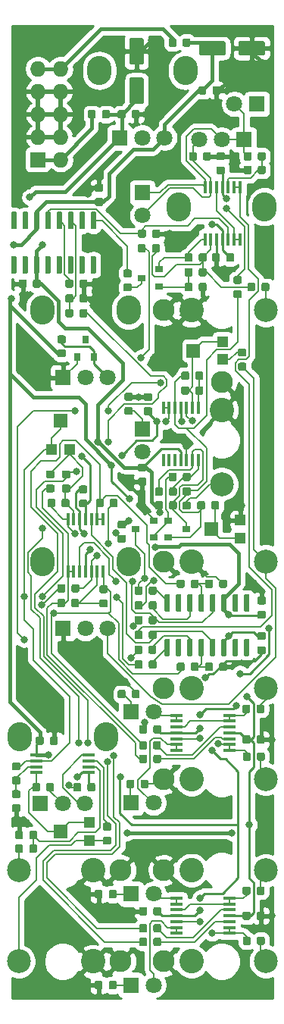
<source format=gbr>
G04 #@! TF.GenerationSoftware,KiCad,Pcbnew,(5.1.5)-3*
G04 #@! TF.CreationDate,2020-07-23T18:35:03-07:00*
G04 #@! TF.ProjectId,vcf-20,7663662d-3230-42e6-9b69-6361645f7063,rev?*
G04 #@! TF.SameCoordinates,Original*
G04 #@! TF.FileFunction,Copper,L2,Bot*
G04 #@! TF.FilePolarity,Positive*
%FSLAX46Y46*%
G04 Gerber Fmt 4.6, Leading zero omitted, Abs format (unit mm)*
G04 Created by KiCad (PCBNEW (5.1.5)-3) date 2020-07-23 18:35:03*
%MOMM*%
%LPD*%
G04 APERTURE LIST*
%ADD10C,1.800000*%
%ADD11R,1.800000X1.800000*%
%ADD12C,2.670000*%
%ADD13C,2.730000*%
%ADD14C,2.445000*%
%ADD15O,2.720000X3.240000*%
%ADD16R,0.450000X1.450000*%
%ADD17C,0.100000*%
%ADD18R,1.450000X0.450000*%
%ADD19R,0.800000X0.900000*%
%ADD20R,1.500000X1.600000*%
%ADD21R,1.200000X1.200000*%
%ADD22R,1.600000X1.500000*%
%ADD23R,0.900000X0.800000*%
%ADD24O,1.727200X1.727200*%
%ADD25R,1.727200X1.727200*%
%ADD26C,0.800000*%
%ADD27C,0.203200*%
%ADD28C,0.381000*%
%ADD29C,0.254000*%
G04 APERTURE END LIST*
D10*
X16510000Y-107549000D03*
D11*
X13970000Y-107549000D03*
D12*
X29040000Y-115080000D03*
D13*
X20740000Y-115080000D03*
D14*
X17640000Y-115080000D03*
D15*
X4090000Y-70390400D03*
X13690000Y-70390400D03*
D10*
X11390000Y-77890400D03*
X8890000Y-77890400D03*
D11*
X6390000Y-77890400D03*
D16*
X17593000Y-59113000D03*
X18243000Y-59113000D03*
X18893000Y-59113000D03*
X19543000Y-59113000D03*
X20193000Y-59113000D03*
X20843000Y-59113000D03*
X21493000Y-59113000D03*
X21493000Y-53213000D03*
X20843000Y-53213000D03*
X20193000Y-53213000D03*
X19543000Y-53213000D03*
X18893000Y-53213000D03*
X18243000Y-53213000D03*
X17593000Y-53213000D03*
G04 #@! TA.AperFunction,SMDPad,CuDef*
D17*
G36*
X21347691Y-72424053D02*
G01*
X21368926Y-72427203D01*
X21389750Y-72432419D01*
X21409962Y-72439651D01*
X21429368Y-72448830D01*
X21447781Y-72459866D01*
X21465024Y-72472654D01*
X21480930Y-72487070D01*
X21495346Y-72502976D01*
X21508134Y-72520219D01*
X21519170Y-72538632D01*
X21528349Y-72558038D01*
X21535581Y-72578250D01*
X21540797Y-72599074D01*
X21543947Y-72620309D01*
X21545000Y-72641750D01*
X21545000Y-73154250D01*
X21543947Y-73175691D01*
X21540797Y-73196926D01*
X21535581Y-73217750D01*
X21528349Y-73237962D01*
X21519170Y-73257368D01*
X21508134Y-73275781D01*
X21495346Y-73293024D01*
X21480930Y-73308930D01*
X21465024Y-73323346D01*
X21447781Y-73336134D01*
X21429368Y-73347170D01*
X21409962Y-73356349D01*
X21389750Y-73363581D01*
X21368926Y-73368797D01*
X21347691Y-73371947D01*
X21326250Y-73373000D01*
X20888750Y-73373000D01*
X20867309Y-73371947D01*
X20846074Y-73368797D01*
X20825250Y-73363581D01*
X20805038Y-73356349D01*
X20785632Y-73347170D01*
X20767219Y-73336134D01*
X20749976Y-73323346D01*
X20734070Y-73308930D01*
X20719654Y-73293024D01*
X20706866Y-73275781D01*
X20695830Y-73257368D01*
X20686651Y-73237962D01*
X20679419Y-73217750D01*
X20674203Y-73196926D01*
X20671053Y-73175691D01*
X20670000Y-73154250D01*
X20670000Y-72641750D01*
X20671053Y-72620309D01*
X20674203Y-72599074D01*
X20679419Y-72578250D01*
X20686651Y-72558038D01*
X20695830Y-72538632D01*
X20706866Y-72520219D01*
X20719654Y-72502976D01*
X20734070Y-72487070D01*
X20749976Y-72472654D01*
X20767219Y-72459866D01*
X20785632Y-72448830D01*
X20805038Y-72439651D01*
X20825250Y-72432419D01*
X20846074Y-72427203D01*
X20867309Y-72424053D01*
X20888750Y-72423000D01*
X21326250Y-72423000D01*
X21347691Y-72424053D01*
G37*
G04 #@! TD.AperFunction*
G04 #@! TA.AperFunction,SMDPad,CuDef*
G36*
X19772691Y-72424053D02*
G01*
X19793926Y-72427203D01*
X19814750Y-72432419D01*
X19834962Y-72439651D01*
X19854368Y-72448830D01*
X19872781Y-72459866D01*
X19890024Y-72472654D01*
X19905930Y-72487070D01*
X19920346Y-72502976D01*
X19933134Y-72520219D01*
X19944170Y-72538632D01*
X19953349Y-72558038D01*
X19960581Y-72578250D01*
X19965797Y-72599074D01*
X19968947Y-72620309D01*
X19970000Y-72641750D01*
X19970000Y-73154250D01*
X19968947Y-73175691D01*
X19965797Y-73196926D01*
X19960581Y-73217750D01*
X19953349Y-73237962D01*
X19944170Y-73257368D01*
X19933134Y-73275781D01*
X19920346Y-73293024D01*
X19905930Y-73308930D01*
X19890024Y-73323346D01*
X19872781Y-73336134D01*
X19854368Y-73347170D01*
X19834962Y-73356349D01*
X19814750Y-73363581D01*
X19793926Y-73368797D01*
X19772691Y-73371947D01*
X19751250Y-73373000D01*
X19313750Y-73373000D01*
X19292309Y-73371947D01*
X19271074Y-73368797D01*
X19250250Y-73363581D01*
X19230038Y-73356349D01*
X19210632Y-73347170D01*
X19192219Y-73336134D01*
X19174976Y-73323346D01*
X19159070Y-73308930D01*
X19144654Y-73293024D01*
X19131866Y-73275781D01*
X19120830Y-73257368D01*
X19111651Y-73237962D01*
X19104419Y-73217750D01*
X19099203Y-73196926D01*
X19096053Y-73175691D01*
X19095000Y-73154250D01*
X19095000Y-72641750D01*
X19096053Y-72620309D01*
X19099203Y-72599074D01*
X19104419Y-72578250D01*
X19111651Y-72558038D01*
X19120830Y-72538632D01*
X19131866Y-72520219D01*
X19144654Y-72502976D01*
X19159070Y-72487070D01*
X19174976Y-72472654D01*
X19192219Y-72459866D01*
X19210632Y-72448830D01*
X19230038Y-72439651D01*
X19250250Y-72432419D01*
X19271074Y-72427203D01*
X19292309Y-72424053D01*
X19313750Y-72423000D01*
X19751250Y-72423000D01*
X19772691Y-72424053D01*
G37*
G04 #@! TD.AperFunction*
D12*
X1430000Y-104900000D03*
D13*
X9730000Y-104900000D03*
D14*
X12830000Y-104900000D03*
G04 #@! TA.AperFunction,SMDPad,CuDef*
D17*
G36*
X18883691Y-60486053D02*
G01*
X18904926Y-60489203D01*
X18925750Y-60494419D01*
X18945962Y-60501651D01*
X18965368Y-60510830D01*
X18983781Y-60521866D01*
X19001024Y-60534654D01*
X19016930Y-60549070D01*
X19031346Y-60564976D01*
X19044134Y-60582219D01*
X19055170Y-60600632D01*
X19064349Y-60620038D01*
X19071581Y-60640250D01*
X19076797Y-60661074D01*
X19079947Y-60682309D01*
X19081000Y-60703750D01*
X19081000Y-61216250D01*
X19079947Y-61237691D01*
X19076797Y-61258926D01*
X19071581Y-61279750D01*
X19064349Y-61299962D01*
X19055170Y-61319368D01*
X19044134Y-61337781D01*
X19031346Y-61355024D01*
X19016930Y-61370930D01*
X19001024Y-61385346D01*
X18983781Y-61398134D01*
X18965368Y-61409170D01*
X18945962Y-61418349D01*
X18925750Y-61425581D01*
X18904926Y-61430797D01*
X18883691Y-61433947D01*
X18862250Y-61435000D01*
X18424750Y-61435000D01*
X18403309Y-61433947D01*
X18382074Y-61430797D01*
X18361250Y-61425581D01*
X18341038Y-61418349D01*
X18321632Y-61409170D01*
X18303219Y-61398134D01*
X18285976Y-61385346D01*
X18270070Y-61370930D01*
X18255654Y-61355024D01*
X18242866Y-61337781D01*
X18231830Y-61319368D01*
X18222651Y-61299962D01*
X18215419Y-61279750D01*
X18210203Y-61258926D01*
X18207053Y-61237691D01*
X18206000Y-61216250D01*
X18206000Y-60703750D01*
X18207053Y-60682309D01*
X18210203Y-60661074D01*
X18215419Y-60640250D01*
X18222651Y-60620038D01*
X18231830Y-60600632D01*
X18242866Y-60582219D01*
X18255654Y-60564976D01*
X18270070Y-60549070D01*
X18285976Y-60534654D01*
X18303219Y-60521866D01*
X18321632Y-60510830D01*
X18341038Y-60501651D01*
X18361250Y-60494419D01*
X18382074Y-60489203D01*
X18403309Y-60486053D01*
X18424750Y-60485000D01*
X18862250Y-60485000D01*
X18883691Y-60486053D01*
G37*
G04 #@! TD.AperFunction*
G04 #@! TA.AperFunction,SMDPad,CuDef*
G36*
X20458691Y-60486053D02*
G01*
X20479926Y-60489203D01*
X20500750Y-60494419D01*
X20520962Y-60501651D01*
X20540368Y-60510830D01*
X20558781Y-60521866D01*
X20576024Y-60534654D01*
X20591930Y-60549070D01*
X20606346Y-60564976D01*
X20619134Y-60582219D01*
X20630170Y-60600632D01*
X20639349Y-60620038D01*
X20646581Y-60640250D01*
X20651797Y-60661074D01*
X20654947Y-60682309D01*
X20656000Y-60703750D01*
X20656000Y-61216250D01*
X20654947Y-61237691D01*
X20651797Y-61258926D01*
X20646581Y-61279750D01*
X20639349Y-61299962D01*
X20630170Y-61319368D01*
X20619134Y-61337781D01*
X20606346Y-61355024D01*
X20591930Y-61370930D01*
X20576024Y-61385346D01*
X20558781Y-61398134D01*
X20540368Y-61409170D01*
X20520962Y-61418349D01*
X20500750Y-61425581D01*
X20479926Y-61430797D01*
X20458691Y-61433947D01*
X20437250Y-61435000D01*
X19999750Y-61435000D01*
X19978309Y-61433947D01*
X19957074Y-61430797D01*
X19936250Y-61425581D01*
X19916038Y-61418349D01*
X19896632Y-61409170D01*
X19878219Y-61398134D01*
X19860976Y-61385346D01*
X19845070Y-61370930D01*
X19830654Y-61355024D01*
X19817866Y-61337781D01*
X19806830Y-61319368D01*
X19797651Y-61299962D01*
X19790419Y-61279750D01*
X19785203Y-61258926D01*
X19782053Y-61237691D01*
X19781000Y-61216250D01*
X19781000Y-60703750D01*
X19782053Y-60682309D01*
X19785203Y-60661074D01*
X19790419Y-60640250D01*
X19797651Y-60620038D01*
X19806830Y-60600632D01*
X19817866Y-60582219D01*
X19830654Y-60564976D01*
X19845070Y-60549070D01*
X19860976Y-60534654D01*
X19878219Y-60521866D01*
X19896632Y-60510830D01*
X19916038Y-60501651D01*
X19936250Y-60494419D01*
X19957074Y-60489203D01*
X19978309Y-60486053D01*
X19999750Y-60485000D01*
X20437250Y-60485000D01*
X20458691Y-60486053D01*
G37*
G04 #@! TD.AperFunction*
D12*
X24120000Y-61770000D03*
D13*
X24120000Y-53470000D03*
D14*
X24120000Y-50370000D03*
D15*
X4090000Y-42360000D03*
X13690000Y-42360000D03*
D10*
X11390000Y-49860000D03*
X8890000Y-49860000D03*
D11*
X6390000Y-49860000D03*
D10*
X15240000Y-58115200D03*
D11*
X15240000Y-55575200D03*
D10*
X16510000Y-117729000D03*
D11*
X13970000Y-117729000D03*
D10*
X16510000Y-97369000D03*
D11*
X13970000Y-97369000D03*
D10*
X16510000Y-87189000D03*
D11*
X13970000Y-87189000D03*
D10*
X25527000Y-19304000D03*
D11*
X28067000Y-19304000D03*
D10*
X15240000Y-31750000D03*
D11*
X15240000Y-29210000D03*
D16*
X10840000Y-65669000D03*
X10190000Y-65669000D03*
X9540000Y-65669000D03*
X8890000Y-65669000D03*
X8240000Y-65669000D03*
X7590000Y-65669000D03*
X6940000Y-65669000D03*
X6940000Y-71569000D03*
X7590000Y-71569000D03*
X8240000Y-71569000D03*
X8890000Y-71569000D03*
X9540000Y-71569000D03*
X10190000Y-71569000D03*
X10840000Y-71569000D03*
G04 #@! TA.AperFunction,SMDPad,CuDef*
D17*
G36*
X13231691Y-67432553D02*
G01*
X13252926Y-67435703D01*
X13273750Y-67440919D01*
X13293962Y-67448151D01*
X13313368Y-67457330D01*
X13331781Y-67468366D01*
X13349024Y-67481154D01*
X13364930Y-67495570D01*
X13379346Y-67511476D01*
X13392134Y-67528719D01*
X13403170Y-67547132D01*
X13412349Y-67566538D01*
X13419581Y-67586750D01*
X13424797Y-67607574D01*
X13427947Y-67628809D01*
X13429000Y-67650250D01*
X13429000Y-68087750D01*
X13427947Y-68109191D01*
X13424797Y-68130426D01*
X13419581Y-68151250D01*
X13412349Y-68171462D01*
X13403170Y-68190868D01*
X13392134Y-68209281D01*
X13379346Y-68226524D01*
X13364930Y-68242430D01*
X13349024Y-68256846D01*
X13331781Y-68269634D01*
X13313368Y-68280670D01*
X13293962Y-68289849D01*
X13273750Y-68297081D01*
X13252926Y-68302297D01*
X13231691Y-68305447D01*
X13210250Y-68306500D01*
X12697750Y-68306500D01*
X12676309Y-68305447D01*
X12655074Y-68302297D01*
X12634250Y-68297081D01*
X12614038Y-68289849D01*
X12594632Y-68280670D01*
X12576219Y-68269634D01*
X12558976Y-68256846D01*
X12543070Y-68242430D01*
X12528654Y-68226524D01*
X12515866Y-68209281D01*
X12504830Y-68190868D01*
X12495651Y-68171462D01*
X12488419Y-68151250D01*
X12483203Y-68130426D01*
X12480053Y-68109191D01*
X12479000Y-68087750D01*
X12479000Y-67650250D01*
X12480053Y-67628809D01*
X12483203Y-67607574D01*
X12488419Y-67586750D01*
X12495651Y-67566538D01*
X12504830Y-67547132D01*
X12515866Y-67528719D01*
X12528654Y-67511476D01*
X12543070Y-67495570D01*
X12558976Y-67481154D01*
X12576219Y-67468366D01*
X12594632Y-67457330D01*
X12614038Y-67448151D01*
X12634250Y-67440919D01*
X12655074Y-67435703D01*
X12676309Y-67432553D01*
X12697750Y-67431500D01*
X13210250Y-67431500D01*
X13231691Y-67432553D01*
G37*
G04 #@! TD.AperFunction*
G04 #@! TA.AperFunction,SMDPad,CuDef*
G36*
X13231691Y-65857553D02*
G01*
X13252926Y-65860703D01*
X13273750Y-65865919D01*
X13293962Y-65873151D01*
X13313368Y-65882330D01*
X13331781Y-65893366D01*
X13349024Y-65906154D01*
X13364930Y-65920570D01*
X13379346Y-65936476D01*
X13392134Y-65953719D01*
X13403170Y-65972132D01*
X13412349Y-65991538D01*
X13419581Y-66011750D01*
X13424797Y-66032574D01*
X13427947Y-66053809D01*
X13429000Y-66075250D01*
X13429000Y-66512750D01*
X13427947Y-66534191D01*
X13424797Y-66555426D01*
X13419581Y-66576250D01*
X13412349Y-66596462D01*
X13403170Y-66615868D01*
X13392134Y-66634281D01*
X13379346Y-66651524D01*
X13364930Y-66667430D01*
X13349024Y-66681846D01*
X13331781Y-66694634D01*
X13313368Y-66705670D01*
X13293962Y-66714849D01*
X13273750Y-66722081D01*
X13252926Y-66727297D01*
X13231691Y-66730447D01*
X13210250Y-66731500D01*
X12697750Y-66731500D01*
X12676309Y-66730447D01*
X12655074Y-66727297D01*
X12634250Y-66722081D01*
X12614038Y-66714849D01*
X12594632Y-66705670D01*
X12576219Y-66694634D01*
X12558976Y-66681846D01*
X12543070Y-66667430D01*
X12528654Y-66651524D01*
X12515866Y-66634281D01*
X12504830Y-66615868D01*
X12495651Y-66596462D01*
X12488419Y-66576250D01*
X12483203Y-66555426D01*
X12480053Y-66534191D01*
X12479000Y-66512750D01*
X12479000Y-66075250D01*
X12480053Y-66053809D01*
X12483203Y-66032574D01*
X12488419Y-66011750D01*
X12495651Y-65991538D01*
X12504830Y-65972132D01*
X12515866Y-65953719D01*
X12528654Y-65936476D01*
X12543070Y-65920570D01*
X12558976Y-65906154D01*
X12576219Y-65893366D01*
X12594632Y-65882330D01*
X12614038Y-65873151D01*
X12634250Y-65865919D01*
X12655074Y-65860703D01*
X12676309Y-65857553D01*
X12697750Y-65856500D01*
X13210250Y-65856500D01*
X13231691Y-65857553D01*
G37*
G04 #@! TD.AperFunction*
G04 #@! TA.AperFunction,SMDPad,CuDef*
G36*
X16152691Y-51608053D02*
G01*
X16173926Y-51611203D01*
X16194750Y-51616419D01*
X16214962Y-51623651D01*
X16234368Y-51632830D01*
X16252781Y-51643866D01*
X16270024Y-51656654D01*
X16285930Y-51671070D01*
X16300346Y-51686976D01*
X16313134Y-51704219D01*
X16324170Y-51722632D01*
X16333349Y-51742038D01*
X16340581Y-51762250D01*
X16345797Y-51783074D01*
X16348947Y-51804309D01*
X16350000Y-51825750D01*
X16350000Y-52263250D01*
X16348947Y-52284691D01*
X16345797Y-52305926D01*
X16340581Y-52326750D01*
X16333349Y-52346962D01*
X16324170Y-52366368D01*
X16313134Y-52384781D01*
X16300346Y-52402024D01*
X16285930Y-52417930D01*
X16270024Y-52432346D01*
X16252781Y-52445134D01*
X16234368Y-52456170D01*
X16214962Y-52465349D01*
X16194750Y-52472581D01*
X16173926Y-52477797D01*
X16152691Y-52480947D01*
X16131250Y-52482000D01*
X15618750Y-52482000D01*
X15597309Y-52480947D01*
X15576074Y-52477797D01*
X15555250Y-52472581D01*
X15535038Y-52465349D01*
X15515632Y-52456170D01*
X15497219Y-52445134D01*
X15479976Y-52432346D01*
X15464070Y-52417930D01*
X15449654Y-52402024D01*
X15436866Y-52384781D01*
X15425830Y-52366368D01*
X15416651Y-52346962D01*
X15409419Y-52326750D01*
X15404203Y-52305926D01*
X15401053Y-52284691D01*
X15400000Y-52263250D01*
X15400000Y-51825750D01*
X15401053Y-51804309D01*
X15404203Y-51783074D01*
X15409419Y-51762250D01*
X15416651Y-51742038D01*
X15425830Y-51722632D01*
X15436866Y-51704219D01*
X15449654Y-51686976D01*
X15464070Y-51671070D01*
X15479976Y-51656654D01*
X15497219Y-51643866D01*
X15515632Y-51632830D01*
X15535038Y-51623651D01*
X15555250Y-51616419D01*
X15576074Y-51611203D01*
X15597309Y-51608053D01*
X15618750Y-51607000D01*
X16131250Y-51607000D01*
X16152691Y-51608053D01*
G37*
G04 #@! TD.AperFunction*
G04 #@! TA.AperFunction,SMDPad,CuDef*
G36*
X16152691Y-53183053D02*
G01*
X16173926Y-53186203D01*
X16194750Y-53191419D01*
X16214962Y-53198651D01*
X16234368Y-53207830D01*
X16252781Y-53218866D01*
X16270024Y-53231654D01*
X16285930Y-53246070D01*
X16300346Y-53261976D01*
X16313134Y-53279219D01*
X16324170Y-53297632D01*
X16333349Y-53317038D01*
X16340581Y-53337250D01*
X16345797Y-53358074D01*
X16348947Y-53379309D01*
X16350000Y-53400750D01*
X16350000Y-53838250D01*
X16348947Y-53859691D01*
X16345797Y-53880926D01*
X16340581Y-53901750D01*
X16333349Y-53921962D01*
X16324170Y-53941368D01*
X16313134Y-53959781D01*
X16300346Y-53977024D01*
X16285930Y-53992930D01*
X16270024Y-54007346D01*
X16252781Y-54020134D01*
X16234368Y-54031170D01*
X16214962Y-54040349D01*
X16194750Y-54047581D01*
X16173926Y-54052797D01*
X16152691Y-54055947D01*
X16131250Y-54057000D01*
X15618750Y-54057000D01*
X15597309Y-54055947D01*
X15576074Y-54052797D01*
X15555250Y-54047581D01*
X15535038Y-54040349D01*
X15515632Y-54031170D01*
X15497219Y-54020134D01*
X15479976Y-54007346D01*
X15464070Y-53992930D01*
X15449654Y-53977024D01*
X15436866Y-53959781D01*
X15425830Y-53941368D01*
X15416651Y-53921962D01*
X15409419Y-53901750D01*
X15404203Y-53880926D01*
X15401053Y-53859691D01*
X15400000Y-53838250D01*
X15400000Y-53400750D01*
X15401053Y-53379309D01*
X15404203Y-53358074D01*
X15409419Y-53337250D01*
X15416651Y-53317038D01*
X15425830Y-53297632D01*
X15436866Y-53279219D01*
X15449654Y-53261976D01*
X15464070Y-53246070D01*
X15479976Y-53231654D01*
X15497219Y-53218866D01*
X15515632Y-53207830D01*
X15535038Y-53198651D01*
X15555250Y-53191419D01*
X15576074Y-53186203D01*
X15597309Y-53183053D01*
X15618750Y-53182000D01*
X16131250Y-53182000D01*
X16152691Y-53183053D01*
G37*
G04 #@! TD.AperFunction*
G04 #@! TA.AperFunction,SMDPad,CuDef*
G36*
X15517691Y-61057053D02*
G01*
X15538926Y-61060203D01*
X15559750Y-61065419D01*
X15579962Y-61072651D01*
X15599368Y-61081830D01*
X15617781Y-61092866D01*
X15635024Y-61105654D01*
X15650930Y-61120070D01*
X15665346Y-61135976D01*
X15678134Y-61153219D01*
X15689170Y-61171632D01*
X15698349Y-61191038D01*
X15705581Y-61211250D01*
X15710797Y-61232074D01*
X15713947Y-61253309D01*
X15715000Y-61274750D01*
X15715000Y-61712250D01*
X15713947Y-61733691D01*
X15710797Y-61754926D01*
X15705581Y-61775750D01*
X15698349Y-61795962D01*
X15689170Y-61815368D01*
X15678134Y-61833781D01*
X15665346Y-61851024D01*
X15650930Y-61866930D01*
X15635024Y-61881346D01*
X15617781Y-61894134D01*
X15599368Y-61905170D01*
X15579962Y-61914349D01*
X15559750Y-61921581D01*
X15538926Y-61926797D01*
X15517691Y-61929947D01*
X15496250Y-61931000D01*
X14983750Y-61931000D01*
X14962309Y-61929947D01*
X14941074Y-61926797D01*
X14920250Y-61921581D01*
X14900038Y-61914349D01*
X14880632Y-61905170D01*
X14862219Y-61894134D01*
X14844976Y-61881346D01*
X14829070Y-61866930D01*
X14814654Y-61851024D01*
X14801866Y-61833781D01*
X14790830Y-61815368D01*
X14781651Y-61795962D01*
X14774419Y-61775750D01*
X14769203Y-61754926D01*
X14766053Y-61733691D01*
X14765000Y-61712250D01*
X14765000Y-61274750D01*
X14766053Y-61253309D01*
X14769203Y-61232074D01*
X14774419Y-61211250D01*
X14781651Y-61191038D01*
X14790830Y-61171632D01*
X14801866Y-61153219D01*
X14814654Y-61135976D01*
X14829070Y-61120070D01*
X14844976Y-61105654D01*
X14862219Y-61092866D01*
X14880632Y-61081830D01*
X14900038Y-61072651D01*
X14920250Y-61065419D01*
X14941074Y-61060203D01*
X14962309Y-61057053D01*
X14983750Y-61056000D01*
X15496250Y-61056000D01*
X15517691Y-61057053D01*
G37*
G04 #@! TD.AperFunction*
G04 #@! TA.AperFunction,SMDPad,CuDef*
G36*
X15517691Y-59482053D02*
G01*
X15538926Y-59485203D01*
X15559750Y-59490419D01*
X15579962Y-59497651D01*
X15599368Y-59506830D01*
X15617781Y-59517866D01*
X15635024Y-59530654D01*
X15650930Y-59545070D01*
X15665346Y-59560976D01*
X15678134Y-59578219D01*
X15689170Y-59596632D01*
X15698349Y-59616038D01*
X15705581Y-59636250D01*
X15710797Y-59657074D01*
X15713947Y-59678309D01*
X15715000Y-59699750D01*
X15715000Y-60137250D01*
X15713947Y-60158691D01*
X15710797Y-60179926D01*
X15705581Y-60200750D01*
X15698349Y-60220962D01*
X15689170Y-60240368D01*
X15678134Y-60258781D01*
X15665346Y-60276024D01*
X15650930Y-60291930D01*
X15635024Y-60306346D01*
X15617781Y-60319134D01*
X15599368Y-60330170D01*
X15579962Y-60339349D01*
X15559750Y-60346581D01*
X15538926Y-60351797D01*
X15517691Y-60354947D01*
X15496250Y-60356000D01*
X14983750Y-60356000D01*
X14962309Y-60354947D01*
X14941074Y-60351797D01*
X14920250Y-60346581D01*
X14900038Y-60339349D01*
X14880632Y-60330170D01*
X14862219Y-60319134D01*
X14844976Y-60306346D01*
X14829070Y-60291930D01*
X14814654Y-60276024D01*
X14801866Y-60258781D01*
X14790830Y-60240368D01*
X14781651Y-60220962D01*
X14774419Y-60200750D01*
X14769203Y-60179926D01*
X14766053Y-60158691D01*
X14765000Y-60137250D01*
X14765000Y-59699750D01*
X14766053Y-59678309D01*
X14769203Y-59657074D01*
X14774419Y-59636250D01*
X14781651Y-59616038D01*
X14790830Y-59596632D01*
X14801866Y-59578219D01*
X14814654Y-59560976D01*
X14829070Y-59545070D01*
X14844976Y-59530654D01*
X14862219Y-59517866D01*
X14880632Y-59506830D01*
X14900038Y-59497651D01*
X14920250Y-59490419D01*
X14941074Y-59485203D01*
X14962309Y-59482053D01*
X14983750Y-59481000D01*
X15496250Y-59481000D01*
X15517691Y-59482053D01*
G37*
G04 #@! TD.AperFunction*
G04 #@! TA.AperFunction,SMDPad,CuDef*
G36*
X28852691Y-79878553D02*
G01*
X28873926Y-79881703D01*
X28894750Y-79886919D01*
X28914962Y-79894151D01*
X28934368Y-79903330D01*
X28952781Y-79914366D01*
X28970024Y-79927154D01*
X28985930Y-79941570D01*
X29000346Y-79957476D01*
X29013134Y-79974719D01*
X29024170Y-79993132D01*
X29033349Y-80012538D01*
X29040581Y-80032750D01*
X29045797Y-80053574D01*
X29048947Y-80074809D01*
X29050000Y-80096250D01*
X29050000Y-80533750D01*
X29048947Y-80555191D01*
X29045797Y-80576426D01*
X29040581Y-80597250D01*
X29033349Y-80617462D01*
X29024170Y-80636868D01*
X29013134Y-80655281D01*
X29000346Y-80672524D01*
X28985930Y-80688430D01*
X28970024Y-80702846D01*
X28952781Y-80715634D01*
X28934368Y-80726670D01*
X28914962Y-80735849D01*
X28894750Y-80743081D01*
X28873926Y-80748297D01*
X28852691Y-80751447D01*
X28831250Y-80752500D01*
X28318750Y-80752500D01*
X28297309Y-80751447D01*
X28276074Y-80748297D01*
X28255250Y-80743081D01*
X28235038Y-80735849D01*
X28215632Y-80726670D01*
X28197219Y-80715634D01*
X28179976Y-80702846D01*
X28164070Y-80688430D01*
X28149654Y-80672524D01*
X28136866Y-80655281D01*
X28125830Y-80636868D01*
X28116651Y-80617462D01*
X28109419Y-80597250D01*
X28104203Y-80576426D01*
X28101053Y-80555191D01*
X28100000Y-80533750D01*
X28100000Y-80096250D01*
X28101053Y-80074809D01*
X28104203Y-80053574D01*
X28109419Y-80032750D01*
X28116651Y-80012538D01*
X28125830Y-79993132D01*
X28136866Y-79974719D01*
X28149654Y-79957476D01*
X28164070Y-79941570D01*
X28179976Y-79927154D01*
X28197219Y-79914366D01*
X28215632Y-79903330D01*
X28235038Y-79894151D01*
X28255250Y-79886919D01*
X28276074Y-79881703D01*
X28297309Y-79878553D01*
X28318750Y-79877500D01*
X28831250Y-79877500D01*
X28852691Y-79878553D01*
G37*
G04 #@! TD.AperFunction*
G04 #@! TA.AperFunction,SMDPad,CuDef*
G36*
X28852691Y-78303553D02*
G01*
X28873926Y-78306703D01*
X28894750Y-78311919D01*
X28914962Y-78319151D01*
X28934368Y-78328330D01*
X28952781Y-78339366D01*
X28970024Y-78352154D01*
X28985930Y-78366570D01*
X29000346Y-78382476D01*
X29013134Y-78399719D01*
X29024170Y-78418132D01*
X29033349Y-78437538D01*
X29040581Y-78457750D01*
X29045797Y-78478574D01*
X29048947Y-78499809D01*
X29050000Y-78521250D01*
X29050000Y-78958750D01*
X29048947Y-78980191D01*
X29045797Y-79001426D01*
X29040581Y-79022250D01*
X29033349Y-79042462D01*
X29024170Y-79061868D01*
X29013134Y-79080281D01*
X29000346Y-79097524D01*
X28985930Y-79113430D01*
X28970024Y-79127846D01*
X28952781Y-79140634D01*
X28934368Y-79151670D01*
X28914962Y-79160849D01*
X28894750Y-79168081D01*
X28873926Y-79173297D01*
X28852691Y-79176447D01*
X28831250Y-79177500D01*
X28318750Y-79177500D01*
X28297309Y-79176447D01*
X28276074Y-79173297D01*
X28255250Y-79168081D01*
X28235038Y-79160849D01*
X28215632Y-79151670D01*
X28197219Y-79140634D01*
X28179976Y-79127846D01*
X28164070Y-79113430D01*
X28149654Y-79097524D01*
X28136866Y-79080281D01*
X28125830Y-79061868D01*
X28116651Y-79042462D01*
X28109419Y-79022250D01*
X28104203Y-79001426D01*
X28101053Y-78980191D01*
X28100000Y-78958750D01*
X28100000Y-78521250D01*
X28101053Y-78499809D01*
X28104203Y-78478574D01*
X28109419Y-78457750D01*
X28116651Y-78437538D01*
X28125830Y-78418132D01*
X28136866Y-78399719D01*
X28149654Y-78382476D01*
X28164070Y-78366570D01*
X28179976Y-78352154D01*
X28197219Y-78339366D01*
X28215632Y-78328330D01*
X28235038Y-78319151D01*
X28255250Y-78311919D01*
X28276074Y-78306703D01*
X28297309Y-78303553D01*
X28318750Y-78302500D01*
X28831250Y-78302500D01*
X28852691Y-78303553D01*
G37*
G04 #@! TD.AperFunction*
G04 #@! TA.AperFunction,SMDPad,CuDef*
G36*
X24280691Y-26284553D02*
G01*
X24301926Y-26287703D01*
X24322750Y-26292919D01*
X24342962Y-26300151D01*
X24362368Y-26309330D01*
X24380781Y-26320366D01*
X24398024Y-26333154D01*
X24413930Y-26347570D01*
X24428346Y-26363476D01*
X24441134Y-26380719D01*
X24452170Y-26399132D01*
X24461349Y-26418538D01*
X24468581Y-26438750D01*
X24473797Y-26459574D01*
X24476947Y-26480809D01*
X24478000Y-26502250D01*
X24478000Y-26939750D01*
X24476947Y-26961191D01*
X24473797Y-26982426D01*
X24468581Y-27003250D01*
X24461349Y-27023462D01*
X24452170Y-27042868D01*
X24441134Y-27061281D01*
X24428346Y-27078524D01*
X24413930Y-27094430D01*
X24398024Y-27108846D01*
X24380781Y-27121634D01*
X24362368Y-27132670D01*
X24342962Y-27141849D01*
X24322750Y-27149081D01*
X24301926Y-27154297D01*
X24280691Y-27157447D01*
X24259250Y-27158500D01*
X23746750Y-27158500D01*
X23725309Y-27157447D01*
X23704074Y-27154297D01*
X23683250Y-27149081D01*
X23663038Y-27141849D01*
X23643632Y-27132670D01*
X23625219Y-27121634D01*
X23607976Y-27108846D01*
X23592070Y-27094430D01*
X23577654Y-27078524D01*
X23564866Y-27061281D01*
X23553830Y-27042868D01*
X23544651Y-27023462D01*
X23537419Y-27003250D01*
X23532203Y-26982426D01*
X23529053Y-26961191D01*
X23528000Y-26939750D01*
X23528000Y-26502250D01*
X23529053Y-26480809D01*
X23532203Y-26459574D01*
X23537419Y-26438750D01*
X23544651Y-26418538D01*
X23553830Y-26399132D01*
X23564866Y-26380719D01*
X23577654Y-26363476D01*
X23592070Y-26347570D01*
X23607976Y-26333154D01*
X23625219Y-26320366D01*
X23643632Y-26309330D01*
X23663038Y-26300151D01*
X23683250Y-26292919D01*
X23704074Y-26287703D01*
X23725309Y-26284553D01*
X23746750Y-26283500D01*
X24259250Y-26283500D01*
X24280691Y-26284553D01*
G37*
G04 #@! TD.AperFunction*
G04 #@! TA.AperFunction,SMDPad,CuDef*
G36*
X24280691Y-24709553D02*
G01*
X24301926Y-24712703D01*
X24322750Y-24717919D01*
X24342962Y-24725151D01*
X24362368Y-24734330D01*
X24380781Y-24745366D01*
X24398024Y-24758154D01*
X24413930Y-24772570D01*
X24428346Y-24788476D01*
X24441134Y-24805719D01*
X24452170Y-24824132D01*
X24461349Y-24843538D01*
X24468581Y-24863750D01*
X24473797Y-24884574D01*
X24476947Y-24905809D01*
X24478000Y-24927250D01*
X24478000Y-25364750D01*
X24476947Y-25386191D01*
X24473797Y-25407426D01*
X24468581Y-25428250D01*
X24461349Y-25448462D01*
X24452170Y-25467868D01*
X24441134Y-25486281D01*
X24428346Y-25503524D01*
X24413930Y-25519430D01*
X24398024Y-25533846D01*
X24380781Y-25546634D01*
X24362368Y-25557670D01*
X24342962Y-25566849D01*
X24322750Y-25574081D01*
X24301926Y-25579297D01*
X24280691Y-25582447D01*
X24259250Y-25583500D01*
X23746750Y-25583500D01*
X23725309Y-25582447D01*
X23704074Y-25579297D01*
X23683250Y-25574081D01*
X23663038Y-25566849D01*
X23643632Y-25557670D01*
X23625219Y-25546634D01*
X23607976Y-25533846D01*
X23592070Y-25519430D01*
X23577654Y-25503524D01*
X23564866Y-25486281D01*
X23553830Y-25467868D01*
X23544651Y-25448462D01*
X23537419Y-25428250D01*
X23532203Y-25407426D01*
X23529053Y-25386191D01*
X23528000Y-25364750D01*
X23528000Y-24927250D01*
X23529053Y-24905809D01*
X23532203Y-24884574D01*
X23537419Y-24863750D01*
X23544651Y-24843538D01*
X23553830Y-24824132D01*
X23564866Y-24805719D01*
X23577654Y-24788476D01*
X23592070Y-24772570D01*
X23607976Y-24758154D01*
X23625219Y-24745366D01*
X23643632Y-24734330D01*
X23663038Y-24725151D01*
X23683250Y-24717919D01*
X23704074Y-24712703D01*
X23725309Y-24709553D01*
X23746750Y-24708500D01*
X24259250Y-24708500D01*
X24280691Y-24709553D01*
G37*
G04 #@! TD.AperFunction*
G04 #@! TA.AperFunction,SMDPad,CuDef*
G36*
X28852691Y-74341053D02*
G01*
X28873926Y-74344203D01*
X28894750Y-74349419D01*
X28914962Y-74356651D01*
X28934368Y-74365830D01*
X28952781Y-74376866D01*
X28970024Y-74389654D01*
X28985930Y-74404070D01*
X29000346Y-74419976D01*
X29013134Y-74437219D01*
X29024170Y-74455632D01*
X29033349Y-74475038D01*
X29040581Y-74495250D01*
X29045797Y-74516074D01*
X29048947Y-74537309D01*
X29050000Y-74558750D01*
X29050000Y-74996250D01*
X29048947Y-75017691D01*
X29045797Y-75038926D01*
X29040581Y-75059750D01*
X29033349Y-75079962D01*
X29024170Y-75099368D01*
X29013134Y-75117781D01*
X29000346Y-75135024D01*
X28985930Y-75150930D01*
X28970024Y-75165346D01*
X28952781Y-75178134D01*
X28934368Y-75189170D01*
X28914962Y-75198349D01*
X28894750Y-75205581D01*
X28873926Y-75210797D01*
X28852691Y-75213947D01*
X28831250Y-75215000D01*
X28318750Y-75215000D01*
X28297309Y-75213947D01*
X28276074Y-75210797D01*
X28255250Y-75205581D01*
X28235038Y-75198349D01*
X28215632Y-75189170D01*
X28197219Y-75178134D01*
X28179976Y-75165346D01*
X28164070Y-75150930D01*
X28149654Y-75135024D01*
X28136866Y-75117781D01*
X28125830Y-75099368D01*
X28116651Y-75079962D01*
X28109419Y-75059750D01*
X28104203Y-75038926D01*
X28101053Y-75017691D01*
X28100000Y-74996250D01*
X28100000Y-74558750D01*
X28101053Y-74537309D01*
X28104203Y-74516074D01*
X28109419Y-74495250D01*
X28116651Y-74475038D01*
X28125830Y-74455632D01*
X28136866Y-74437219D01*
X28149654Y-74419976D01*
X28164070Y-74404070D01*
X28179976Y-74389654D01*
X28197219Y-74376866D01*
X28215632Y-74365830D01*
X28235038Y-74356651D01*
X28255250Y-74349419D01*
X28276074Y-74344203D01*
X28297309Y-74341053D01*
X28318750Y-74340000D01*
X28831250Y-74340000D01*
X28852691Y-74341053D01*
G37*
G04 #@! TD.AperFunction*
G04 #@! TA.AperFunction,SMDPad,CuDef*
G36*
X28852691Y-75916053D02*
G01*
X28873926Y-75919203D01*
X28894750Y-75924419D01*
X28914962Y-75931651D01*
X28934368Y-75940830D01*
X28952781Y-75951866D01*
X28970024Y-75964654D01*
X28985930Y-75979070D01*
X29000346Y-75994976D01*
X29013134Y-76012219D01*
X29024170Y-76030632D01*
X29033349Y-76050038D01*
X29040581Y-76070250D01*
X29045797Y-76091074D01*
X29048947Y-76112309D01*
X29050000Y-76133750D01*
X29050000Y-76571250D01*
X29048947Y-76592691D01*
X29045797Y-76613926D01*
X29040581Y-76634750D01*
X29033349Y-76654962D01*
X29024170Y-76674368D01*
X29013134Y-76692781D01*
X29000346Y-76710024D01*
X28985930Y-76725930D01*
X28970024Y-76740346D01*
X28952781Y-76753134D01*
X28934368Y-76764170D01*
X28914962Y-76773349D01*
X28894750Y-76780581D01*
X28873926Y-76785797D01*
X28852691Y-76788947D01*
X28831250Y-76790000D01*
X28318750Y-76790000D01*
X28297309Y-76788947D01*
X28276074Y-76785797D01*
X28255250Y-76780581D01*
X28235038Y-76773349D01*
X28215632Y-76764170D01*
X28197219Y-76753134D01*
X28179976Y-76740346D01*
X28164070Y-76725930D01*
X28149654Y-76710024D01*
X28136866Y-76692781D01*
X28125830Y-76674368D01*
X28116651Y-76654962D01*
X28109419Y-76634750D01*
X28104203Y-76613926D01*
X28101053Y-76592691D01*
X28100000Y-76571250D01*
X28100000Y-76133750D01*
X28101053Y-76112309D01*
X28104203Y-76091074D01*
X28109419Y-76070250D01*
X28116651Y-76050038D01*
X28125830Y-76030632D01*
X28136866Y-76012219D01*
X28149654Y-75994976D01*
X28164070Y-75979070D01*
X28179976Y-75964654D01*
X28197219Y-75951866D01*
X28215632Y-75940830D01*
X28235038Y-75931651D01*
X28255250Y-75924419D01*
X28276074Y-75919203D01*
X28297309Y-75916053D01*
X28318750Y-75915000D01*
X28831250Y-75915000D01*
X28852691Y-75916053D01*
G37*
G04 #@! TD.AperFunction*
G04 #@! TA.AperFunction,SMDPad,CuDef*
G36*
X23735191Y-35975053D02*
G01*
X23756426Y-35978203D01*
X23777250Y-35983419D01*
X23797462Y-35990651D01*
X23816868Y-35999830D01*
X23835281Y-36010866D01*
X23852524Y-36023654D01*
X23868430Y-36038070D01*
X23882846Y-36053976D01*
X23895634Y-36071219D01*
X23906670Y-36089632D01*
X23915849Y-36109038D01*
X23923081Y-36129250D01*
X23928297Y-36150074D01*
X23931447Y-36171309D01*
X23932500Y-36192750D01*
X23932500Y-36705250D01*
X23931447Y-36726691D01*
X23928297Y-36747926D01*
X23923081Y-36768750D01*
X23915849Y-36788962D01*
X23906670Y-36808368D01*
X23895634Y-36826781D01*
X23882846Y-36844024D01*
X23868430Y-36859930D01*
X23852524Y-36874346D01*
X23835281Y-36887134D01*
X23816868Y-36898170D01*
X23797462Y-36907349D01*
X23777250Y-36914581D01*
X23756426Y-36919797D01*
X23735191Y-36922947D01*
X23713750Y-36924000D01*
X23276250Y-36924000D01*
X23254809Y-36922947D01*
X23233574Y-36919797D01*
X23212750Y-36914581D01*
X23192538Y-36907349D01*
X23173132Y-36898170D01*
X23154719Y-36887134D01*
X23137476Y-36874346D01*
X23121570Y-36859930D01*
X23107154Y-36844024D01*
X23094366Y-36826781D01*
X23083330Y-36808368D01*
X23074151Y-36788962D01*
X23066919Y-36768750D01*
X23061703Y-36747926D01*
X23058553Y-36726691D01*
X23057500Y-36705250D01*
X23057500Y-36192750D01*
X23058553Y-36171309D01*
X23061703Y-36150074D01*
X23066919Y-36129250D01*
X23074151Y-36109038D01*
X23083330Y-36089632D01*
X23094366Y-36071219D01*
X23107154Y-36053976D01*
X23121570Y-36038070D01*
X23137476Y-36023654D01*
X23154719Y-36010866D01*
X23173132Y-35999830D01*
X23192538Y-35990651D01*
X23212750Y-35983419D01*
X23233574Y-35978203D01*
X23254809Y-35975053D01*
X23276250Y-35974000D01*
X23713750Y-35974000D01*
X23735191Y-35975053D01*
G37*
G04 #@! TD.AperFunction*
G04 #@! TA.AperFunction,SMDPad,CuDef*
G36*
X25310191Y-35975053D02*
G01*
X25331426Y-35978203D01*
X25352250Y-35983419D01*
X25372462Y-35990651D01*
X25391868Y-35999830D01*
X25410281Y-36010866D01*
X25427524Y-36023654D01*
X25443430Y-36038070D01*
X25457846Y-36053976D01*
X25470634Y-36071219D01*
X25481670Y-36089632D01*
X25490849Y-36109038D01*
X25498081Y-36129250D01*
X25503297Y-36150074D01*
X25506447Y-36171309D01*
X25507500Y-36192750D01*
X25507500Y-36705250D01*
X25506447Y-36726691D01*
X25503297Y-36747926D01*
X25498081Y-36768750D01*
X25490849Y-36788962D01*
X25481670Y-36808368D01*
X25470634Y-36826781D01*
X25457846Y-36844024D01*
X25443430Y-36859930D01*
X25427524Y-36874346D01*
X25410281Y-36887134D01*
X25391868Y-36898170D01*
X25372462Y-36907349D01*
X25352250Y-36914581D01*
X25331426Y-36919797D01*
X25310191Y-36922947D01*
X25288750Y-36924000D01*
X24851250Y-36924000D01*
X24829809Y-36922947D01*
X24808574Y-36919797D01*
X24787750Y-36914581D01*
X24767538Y-36907349D01*
X24748132Y-36898170D01*
X24729719Y-36887134D01*
X24712476Y-36874346D01*
X24696570Y-36859930D01*
X24682154Y-36844024D01*
X24669366Y-36826781D01*
X24658330Y-36808368D01*
X24649151Y-36788962D01*
X24641919Y-36768750D01*
X24636703Y-36747926D01*
X24633553Y-36726691D01*
X24632500Y-36705250D01*
X24632500Y-36192750D01*
X24633553Y-36171309D01*
X24636703Y-36150074D01*
X24641919Y-36129250D01*
X24649151Y-36109038D01*
X24658330Y-36089632D01*
X24669366Y-36071219D01*
X24682154Y-36053976D01*
X24696570Y-36038070D01*
X24712476Y-36023654D01*
X24729719Y-36010866D01*
X24748132Y-35999830D01*
X24767538Y-35990651D01*
X24787750Y-35983419D01*
X24808574Y-35978203D01*
X24829809Y-35975053D01*
X24851250Y-35974000D01*
X25288750Y-35974000D01*
X25310191Y-35975053D01*
G37*
G04 #@! TD.AperFunction*
G04 #@! TA.AperFunction,SMDPad,CuDef*
G36*
X8913691Y-61920553D02*
G01*
X8934926Y-61923703D01*
X8955750Y-61928919D01*
X8975962Y-61936151D01*
X8995368Y-61945330D01*
X9013781Y-61956366D01*
X9031024Y-61969154D01*
X9046930Y-61983570D01*
X9061346Y-61999476D01*
X9074134Y-62016719D01*
X9085170Y-62035132D01*
X9094349Y-62054538D01*
X9101581Y-62074750D01*
X9106797Y-62095574D01*
X9109947Y-62116809D01*
X9111000Y-62138250D01*
X9111000Y-62575750D01*
X9109947Y-62597191D01*
X9106797Y-62618426D01*
X9101581Y-62639250D01*
X9094349Y-62659462D01*
X9085170Y-62678868D01*
X9074134Y-62697281D01*
X9061346Y-62714524D01*
X9046930Y-62730430D01*
X9031024Y-62744846D01*
X9013781Y-62757634D01*
X8995368Y-62768670D01*
X8975962Y-62777849D01*
X8955750Y-62785081D01*
X8934926Y-62790297D01*
X8913691Y-62793447D01*
X8892250Y-62794500D01*
X8379750Y-62794500D01*
X8358309Y-62793447D01*
X8337074Y-62790297D01*
X8316250Y-62785081D01*
X8296038Y-62777849D01*
X8276632Y-62768670D01*
X8258219Y-62757634D01*
X8240976Y-62744846D01*
X8225070Y-62730430D01*
X8210654Y-62714524D01*
X8197866Y-62697281D01*
X8186830Y-62678868D01*
X8177651Y-62659462D01*
X8170419Y-62639250D01*
X8165203Y-62618426D01*
X8162053Y-62597191D01*
X8161000Y-62575750D01*
X8161000Y-62138250D01*
X8162053Y-62116809D01*
X8165203Y-62095574D01*
X8170419Y-62074750D01*
X8177651Y-62054538D01*
X8186830Y-62035132D01*
X8197866Y-62016719D01*
X8210654Y-61999476D01*
X8225070Y-61983570D01*
X8240976Y-61969154D01*
X8258219Y-61956366D01*
X8276632Y-61945330D01*
X8296038Y-61936151D01*
X8316250Y-61928919D01*
X8337074Y-61923703D01*
X8358309Y-61920553D01*
X8379750Y-61919500D01*
X8892250Y-61919500D01*
X8913691Y-61920553D01*
G37*
G04 #@! TD.AperFunction*
G04 #@! TA.AperFunction,SMDPad,CuDef*
G36*
X8913691Y-63495553D02*
G01*
X8934926Y-63498703D01*
X8955750Y-63503919D01*
X8975962Y-63511151D01*
X8995368Y-63520330D01*
X9013781Y-63531366D01*
X9031024Y-63544154D01*
X9046930Y-63558570D01*
X9061346Y-63574476D01*
X9074134Y-63591719D01*
X9085170Y-63610132D01*
X9094349Y-63629538D01*
X9101581Y-63649750D01*
X9106797Y-63670574D01*
X9109947Y-63691809D01*
X9111000Y-63713250D01*
X9111000Y-64150750D01*
X9109947Y-64172191D01*
X9106797Y-64193426D01*
X9101581Y-64214250D01*
X9094349Y-64234462D01*
X9085170Y-64253868D01*
X9074134Y-64272281D01*
X9061346Y-64289524D01*
X9046930Y-64305430D01*
X9031024Y-64319846D01*
X9013781Y-64332634D01*
X8995368Y-64343670D01*
X8975962Y-64352849D01*
X8955750Y-64360081D01*
X8934926Y-64365297D01*
X8913691Y-64368447D01*
X8892250Y-64369500D01*
X8379750Y-64369500D01*
X8358309Y-64368447D01*
X8337074Y-64365297D01*
X8316250Y-64360081D01*
X8296038Y-64352849D01*
X8276632Y-64343670D01*
X8258219Y-64332634D01*
X8240976Y-64319846D01*
X8225070Y-64305430D01*
X8210654Y-64289524D01*
X8197866Y-64272281D01*
X8186830Y-64253868D01*
X8177651Y-64234462D01*
X8170419Y-64214250D01*
X8165203Y-64193426D01*
X8162053Y-64172191D01*
X8161000Y-64150750D01*
X8161000Y-63713250D01*
X8162053Y-63691809D01*
X8165203Y-63670574D01*
X8170419Y-63649750D01*
X8177651Y-63629538D01*
X8186830Y-63610132D01*
X8197866Y-63591719D01*
X8210654Y-63574476D01*
X8225070Y-63558570D01*
X8240976Y-63544154D01*
X8258219Y-63531366D01*
X8276632Y-63520330D01*
X8296038Y-63511151D01*
X8316250Y-63503919D01*
X8337074Y-63498703D01*
X8358309Y-63495553D01*
X8379750Y-63494500D01*
X8892250Y-63494500D01*
X8913691Y-63495553D01*
G37*
G04 #@! TD.AperFunction*
G04 #@! TA.AperFunction,SMDPad,CuDef*
G36*
X22236691Y-35975053D02*
G01*
X22257926Y-35978203D01*
X22278750Y-35983419D01*
X22298962Y-35990651D01*
X22318368Y-35999830D01*
X22336781Y-36010866D01*
X22354024Y-36023654D01*
X22369930Y-36038070D01*
X22384346Y-36053976D01*
X22397134Y-36071219D01*
X22408170Y-36089632D01*
X22417349Y-36109038D01*
X22424581Y-36129250D01*
X22429797Y-36150074D01*
X22432947Y-36171309D01*
X22434000Y-36192750D01*
X22434000Y-36705250D01*
X22432947Y-36726691D01*
X22429797Y-36747926D01*
X22424581Y-36768750D01*
X22417349Y-36788962D01*
X22408170Y-36808368D01*
X22397134Y-36826781D01*
X22384346Y-36844024D01*
X22369930Y-36859930D01*
X22354024Y-36874346D01*
X22336781Y-36887134D01*
X22318368Y-36898170D01*
X22298962Y-36907349D01*
X22278750Y-36914581D01*
X22257926Y-36919797D01*
X22236691Y-36922947D01*
X22215250Y-36924000D01*
X21777750Y-36924000D01*
X21756309Y-36922947D01*
X21735074Y-36919797D01*
X21714250Y-36914581D01*
X21694038Y-36907349D01*
X21674632Y-36898170D01*
X21656219Y-36887134D01*
X21638976Y-36874346D01*
X21623070Y-36859930D01*
X21608654Y-36844024D01*
X21595866Y-36826781D01*
X21584830Y-36808368D01*
X21575651Y-36788962D01*
X21568419Y-36768750D01*
X21563203Y-36747926D01*
X21560053Y-36726691D01*
X21559000Y-36705250D01*
X21559000Y-36192750D01*
X21560053Y-36171309D01*
X21563203Y-36150074D01*
X21568419Y-36129250D01*
X21575651Y-36109038D01*
X21584830Y-36089632D01*
X21595866Y-36071219D01*
X21608654Y-36053976D01*
X21623070Y-36038070D01*
X21638976Y-36023654D01*
X21656219Y-36010866D01*
X21674632Y-35999830D01*
X21694038Y-35990651D01*
X21714250Y-35983419D01*
X21735074Y-35978203D01*
X21756309Y-35975053D01*
X21777750Y-35974000D01*
X22215250Y-35974000D01*
X22236691Y-35975053D01*
G37*
G04 #@! TD.AperFunction*
G04 #@! TA.AperFunction,SMDPad,CuDef*
G36*
X20661691Y-35975053D02*
G01*
X20682926Y-35978203D01*
X20703750Y-35983419D01*
X20723962Y-35990651D01*
X20743368Y-35999830D01*
X20761781Y-36010866D01*
X20779024Y-36023654D01*
X20794930Y-36038070D01*
X20809346Y-36053976D01*
X20822134Y-36071219D01*
X20833170Y-36089632D01*
X20842349Y-36109038D01*
X20849581Y-36129250D01*
X20854797Y-36150074D01*
X20857947Y-36171309D01*
X20859000Y-36192750D01*
X20859000Y-36705250D01*
X20857947Y-36726691D01*
X20854797Y-36747926D01*
X20849581Y-36768750D01*
X20842349Y-36788962D01*
X20833170Y-36808368D01*
X20822134Y-36826781D01*
X20809346Y-36844024D01*
X20794930Y-36859930D01*
X20779024Y-36874346D01*
X20761781Y-36887134D01*
X20743368Y-36898170D01*
X20723962Y-36907349D01*
X20703750Y-36914581D01*
X20682926Y-36919797D01*
X20661691Y-36922947D01*
X20640250Y-36924000D01*
X20202750Y-36924000D01*
X20181309Y-36922947D01*
X20160074Y-36919797D01*
X20139250Y-36914581D01*
X20119038Y-36907349D01*
X20099632Y-36898170D01*
X20081219Y-36887134D01*
X20063976Y-36874346D01*
X20048070Y-36859930D01*
X20033654Y-36844024D01*
X20020866Y-36826781D01*
X20009830Y-36808368D01*
X20000651Y-36788962D01*
X19993419Y-36768750D01*
X19988203Y-36747926D01*
X19985053Y-36726691D01*
X19984000Y-36705250D01*
X19984000Y-36192750D01*
X19985053Y-36171309D01*
X19988203Y-36150074D01*
X19993419Y-36129250D01*
X20000651Y-36109038D01*
X20009830Y-36089632D01*
X20020866Y-36071219D01*
X20033654Y-36053976D01*
X20048070Y-36038070D01*
X20063976Y-36023654D01*
X20081219Y-36010866D01*
X20099632Y-35999830D01*
X20119038Y-35990651D01*
X20139250Y-35983419D01*
X20160074Y-35978203D01*
X20181309Y-35975053D01*
X20202750Y-35974000D01*
X20640250Y-35974000D01*
X20661691Y-35975053D01*
G37*
G04 #@! TD.AperFunction*
G04 #@! TA.AperFunction,SMDPad,CuDef*
G36*
X15073691Y-76488053D02*
G01*
X15094926Y-76491203D01*
X15115750Y-76496419D01*
X15135962Y-76503651D01*
X15155368Y-76512830D01*
X15173781Y-76523866D01*
X15191024Y-76536654D01*
X15206930Y-76551070D01*
X15221346Y-76566976D01*
X15234134Y-76584219D01*
X15245170Y-76602632D01*
X15254349Y-76622038D01*
X15261581Y-76642250D01*
X15266797Y-76663074D01*
X15269947Y-76684309D01*
X15271000Y-76705750D01*
X15271000Y-77218250D01*
X15269947Y-77239691D01*
X15266797Y-77260926D01*
X15261581Y-77281750D01*
X15254349Y-77301962D01*
X15245170Y-77321368D01*
X15234134Y-77339781D01*
X15221346Y-77357024D01*
X15206930Y-77372930D01*
X15191024Y-77387346D01*
X15173781Y-77400134D01*
X15155368Y-77411170D01*
X15135962Y-77420349D01*
X15115750Y-77427581D01*
X15094926Y-77432797D01*
X15073691Y-77435947D01*
X15052250Y-77437000D01*
X14614750Y-77437000D01*
X14593309Y-77435947D01*
X14572074Y-77432797D01*
X14551250Y-77427581D01*
X14531038Y-77420349D01*
X14511632Y-77411170D01*
X14493219Y-77400134D01*
X14475976Y-77387346D01*
X14460070Y-77372930D01*
X14445654Y-77357024D01*
X14432866Y-77339781D01*
X14421830Y-77321368D01*
X14412651Y-77301962D01*
X14405419Y-77281750D01*
X14400203Y-77260926D01*
X14397053Y-77239691D01*
X14396000Y-77218250D01*
X14396000Y-76705750D01*
X14397053Y-76684309D01*
X14400203Y-76663074D01*
X14405419Y-76642250D01*
X14412651Y-76622038D01*
X14421830Y-76602632D01*
X14432866Y-76584219D01*
X14445654Y-76566976D01*
X14460070Y-76551070D01*
X14475976Y-76536654D01*
X14493219Y-76523866D01*
X14511632Y-76512830D01*
X14531038Y-76503651D01*
X14551250Y-76496419D01*
X14572074Y-76491203D01*
X14593309Y-76488053D01*
X14614750Y-76487000D01*
X15052250Y-76487000D01*
X15073691Y-76488053D01*
G37*
G04 #@! TD.AperFunction*
G04 #@! TA.AperFunction,SMDPad,CuDef*
G36*
X16648691Y-76488053D02*
G01*
X16669926Y-76491203D01*
X16690750Y-76496419D01*
X16710962Y-76503651D01*
X16730368Y-76512830D01*
X16748781Y-76523866D01*
X16766024Y-76536654D01*
X16781930Y-76551070D01*
X16796346Y-76566976D01*
X16809134Y-76584219D01*
X16820170Y-76602632D01*
X16829349Y-76622038D01*
X16836581Y-76642250D01*
X16841797Y-76663074D01*
X16844947Y-76684309D01*
X16846000Y-76705750D01*
X16846000Y-77218250D01*
X16844947Y-77239691D01*
X16841797Y-77260926D01*
X16836581Y-77281750D01*
X16829349Y-77301962D01*
X16820170Y-77321368D01*
X16809134Y-77339781D01*
X16796346Y-77357024D01*
X16781930Y-77372930D01*
X16766024Y-77387346D01*
X16748781Y-77400134D01*
X16730368Y-77411170D01*
X16710962Y-77420349D01*
X16690750Y-77427581D01*
X16669926Y-77432797D01*
X16648691Y-77435947D01*
X16627250Y-77437000D01*
X16189750Y-77437000D01*
X16168309Y-77435947D01*
X16147074Y-77432797D01*
X16126250Y-77427581D01*
X16106038Y-77420349D01*
X16086632Y-77411170D01*
X16068219Y-77400134D01*
X16050976Y-77387346D01*
X16035070Y-77372930D01*
X16020654Y-77357024D01*
X16007866Y-77339781D01*
X15996830Y-77321368D01*
X15987651Y-77301962D01*
X15980419Y-77281750D01*
X15975203Y-77260926D01*
X15972053Y-77239691D01*
X15971000Y-77218250D01*
X15971000Y-76705750D01*
X15972053Y-76684309D01*
X15975203Y-76663074D01*
X15980419Y-76642250D01*
X15987651Y-76622038D01*
X15996830Y-76602632D01*
X16007866Y-76584219D01*
X16020654Y-76566976D01*
X16035070Y-76551070D01*
X16050976Y-76536654D01*
X16068219Y-76523866D01*
X16086632Y-76512830D01*
X16106038Y-76503651D01*
X16126250Y-76496419D01*
X16147074Y-76491203D01*
X16168309Y-76488053D01*
X16189750Y-76487000D01*
X16627250Y-76487000D01*
X16648691Y-76488053D01*
G37*
G04 #@! TD.AperFunction*
G04 #@! TA.AperFunction,SMDPad,CuDef*
G36*
X18914691Y-62137053D02*
G01*
X18935926Y-62140203D01*
X18956750Y-62145419D01*
X18976962Y-62152651D01*
X18996368Y-62161830D01*
X19014781Y-62172866D01*
X19032024Y-62185654D01*
X19047930Y-62200070D01*
X19062346Y-62215976D01*
X19075134Y-62233219D01*
X19086170Y-62251632D01*
X19095349Y-62271038D01*
X19102581Y-62291250D01*
X19107797Y-62312074D01*
X19110947Y-62333309D01*
X19112000Y-62354750D01*
X19112000Y-62867250D01*
X19110947Y-62888691D01*
X19107797Y-62909926D01*
X19102581Y-62930750D01*
X19095349Y-62950962D01*
X19086170Y-62970368D01*
X19075134Y-62988781D01*
X19062346Y-63006024D01*
X19047930Y-63021930D01*
X19032024Y-63036346D01*
X19014781Y-63049134D01*
X18996368Y-63060170D01*
X18976962Y-63069349D01*
X18956750Y-63076581D01*
X18935926Y-63081797D01*
X18914691Y-63084947D01*
X18893250Y-63086000D01*
X18455750Y-63086000D01*
X18434309Y-63084947D01*
X18413074Y-63081797D01*
X18392250Y-63076581D01*
X18372038Y-63069349D01*
X18352632Y-63060170D01*
X18334219Y-63049134D01*
X18316976Y-63036346D01*
X18301070Y-63021930D01*
X18286654Y-63006024D01*
X18273866Y-62988781D01*
X18262830Y-62970368D01*
X18253651Y-62950962D01*
X18246419Y-62930750D01*
X18241203Y-62909926D01*
X18238053Y-62888691D01*
X18237000Y-62867250D01*
X18237000Y-62354750D01*
X18238053Y-62333309D01*
X18241203Y-62312074D01*
X18246419Y-62291250D01*
X18253651Y-62271038D01*
X18262830Y-62251632D01*
X18273866Y-62233219D01*
X18286654Y-62215976D01*
X18301070Y-62200070D01*
X18316976Y-62185654D01*
X18334219Y-62172866D01*
X18352632Y-62161830D01*
X18372038Y-62152651D01*
X18392250Y-62145419D01*
X18413074Y-62140203D01*
X18434309Y-62137053D01*
X18455750Y-62136000D01*
X18893250Y-62136000D01*
X18914691Y-62137053D01*
G37*
G04 #@! TD.AperFunction*
G04 #@! TA.AperFunction,SMDPad,CuDef*
G36*
X17339691Y-62137053D02*
G01*
X17360926Y-62140203D01*
X17381750Y-62145419D01*
X17401962Y-62152651D01*
X17421368Y-62161830D01*
X17439781Y-62172866D01*
X17457024Y-62185654D01*
X17472930Y-62200070D01*
X17487346Y-62215976D01*
X17500134Y-62233219D01*
X17511170Y-62251632D01*
X17520349Y-62271038D01*
X17527581Y-62291250D01*
X17532797Y-62312074D01*
X17535947Y-62333309D01*
X17537000Y-62354750D01*
X17537000Y-62867250D01*
X17535947Y-62888691D01*
X17532797Y-62909926D01*
X17527581Y-62930750D01*
X17520349Y-62950962D01*
X17511170Y-62970368D01*
X17500134Y-62988781D01*
X17487346Y-63006024D01*
X17472930Y-63021930D01*
X17457024Y-63036346D01*
X17439781Y-63049134D01*
X17421368Y-63060170D01*
X17401962Y-63069349D01*
X17381750Y-63076581D01*
X17360926Y-63081797D01*
X17339691Y-63084947D01*
X17318250Y-63086000D01*
X16880750Y-63086000D01*
X16859309Y-63084947D01*
X16838074Y-63081797D01*
X16817250Y-63076581D01*
X16797038Y-63069349D01*
X16777632Y-63060170D01*
X16759219Y-63049134D01*
X16741976Y-63036346D01*
X16726070Y-63021930D01*
X16711654Y-63006024D01*
X16698866Y-62988781D01*
X16687830Y-62970368D01*
X16678651Y-62950962D01*
X16671419Y-62930750D01*
X16666203Y-62909926D01*
X16663053Y-62888691D01*
X16662000Y-62867250D01*
X16662000Y-62354750D01*
X16663053Y-62333309D01*
X16666203Y-62312074D01*
X16671419Y-62291250D01*
X16678651Y-62271038D01*
X16687830Y-62251632D01*
X16698866Y-62233219D01*
X16711654Y-62215976D01*
X16726070Y-62200070D01*
X16741976Y-62185654D01*
X16759219Y-62172866D01*
X16777632Y-62161830D01*
X16797038Y-62152651D01*
X16817250Y-62145419D01*
X16838074Y-62140203D01*
X16859309Y-62137053D01*
X16880750Y-62136000D01*
X17318250Y-62136000D01*
X17339691Y-62137053D01*
G37*
G04 #@! TD.AperFunction*
G04 #@! TA.AperFunction,SMDPad,CuDef*
G36*
X15073691Y-78139053D02*
G01*
X15094926Y-78142203D01*
X15115750Y-78147419D01*
X15135962Y-78154651D01*
X15155368Y-78163830D01*
X15173781Y-78174866D01*
X15191024Y-78187654D01*
X15206930Y-78202070D01*
X15221346Y-78217976D01*
X15234134Y-78235219D01*
X15245170Y-78253632D01*
X15254349Y-78273038D01*
X15261581Y-78293250D01*
X15266797Y-78314074D01*
X15269947Y-78335309D01*
X15271000Y-78356750D01*
X15271000Y-78869250D01*
X15269947Y-78890691D01*
X15266797Y-78911926D01*
X15261581Y-78932750D01*
X15254349Y-78952962D01*
X15245170Y-78972368D01*
X15234134Y-78990781D01*
X15221346Y-79008024D01*
X15206930Y-79023930D01*
X15191024Y-79038346D01*
X15173781Y-79051134D01*
X15155368Y-79062170D01*
X15135962Y-79071349D01*
X15115750Y-79078581D01*
X15094926Y-79083797D01*
X15073691Y-79086947D01*
X15052250Y-79088000D01*
X14614750Y-79088000D01*
X14593309Y-79086947D01*
X14572074Y-79083797D01*
X14551250Y-79078581D01*
X14531038Y-79071349D01*
X14511632Y-79062170D01*
X14493219Y-79051134D01*
X14475976Y-79038346D01*
X14460070Y-79023930D01*
X14445654Y-79008024D01*
X14432866Y-78990781D01*
X14421830Y-78972368D01*
X14412651Y-78952962D01*
X14405419Y-78932750D01*
X14400203Y-78911926D01*
X14397053Y-78890691D01*
X14396000Y-78869250D01*
X14396000Y-78356750D01*
X14397053Y-78335309D01*
X14400203Y-78314074D01*
X14405419Y-78293250D01*
X14412651Y-78273038D01*
X14421830Y-78253632D01*
X14432866Y-78235219D01*
X14445654Y-78217976D01*
X14460070Y-78202070D01*
X14475976Y-78187654D01*
X14493219Y-78174866D01*
X14511632Y-78163830D01*
X14531038Y-78154651D01*
X14551250Y-78147419D01*
X14572074Y-78142203D01*
X14593309Y-78139053D01*
X14614750Y-78138000D01*
X15052250Y-78138000D01*
X15073691Y-78139053D01*
G37*
G04 #@! TD.AperFunction*
G04 #@! TA.AperFunction,SMDPad,CuDef*
G36*
X16648691Y-78139053D02*
G01*
X16669926Y-78142203D01*
X16690750Y-78147419D01*
X16710962Y-78154651D01*
X16730368Y-78163830D01*
X16748781Y-78174866D01*
X16766024Y-78187654D01*
X16781930Y-78202070D01*
X16796346Y-78217976D01*
X16809134Y-78235219D01*
X16820170Y-78253632D01*
X16829349Y-78273038D01*
X16836581Y-78293250D01*
X16841797Y-78314074D01*
X16844947Y-78335309D01*
X16846000Y-78356750D01*
X16846000Y-78869250D01*
X16844947Y-78890691D01*
X16841797Y-78911926D01*
X16836581Y-78932750D01*
X16829349Y-78952962D01*
X16820170Y-78972368D01*
X16809134Y-78990781D01*
X16796346Y-79008024D01*
X16781930Y-79023930D01*
X16766024Y-79038346D01*
X16748781Y-79051134D01*
X16730368Y-79062170D01*
X16710962Y-79071349D01*
X16690750Y-79078581D01*
X16669926Y-79083797D01*
X16648691Y-79086947D01*
X16627250Y-79088000D01*
X16189750Y-79088000D01*
X16168309Y-79086947D01*
X16147074Y-79083797D01*
X16126250Y-79078581D01*
X16106038Y-79071349D01*
X16086632Y-79062170D01*
X16068219Y-79051134D01*
X16050976Y-79038346D01*
X16035070Y-79023930D01*
X16020654Y-79008024D01*
X16007866Y-78990781D01*
X15996830Y-78972368D01*
X15987651Y-78952962D01*
X15980419Y-78932750D01*
X15975203Y-78911926D01*
X15972053Y-78890691D01*
X15971000Y-78869250D01*
X15971000Y-78356750D01*
X15972053Y-78335309D01*
X15975203Y-78314074D01*
X15980419Y-78293250D01*
X15987651Y-78273038D01*
X15996830Y-78253632D01*
X16007866Y-78235219D01*
X16020654Y-78217976D01*
X16035070Y-78202070D01*
X16050976Y-78187654D01*
X16068219Y-78174866D01*
X16086632Y-78163830D01*
X16106038Y-78154651D01*
X16126250Y-78147419D01*
X16147074Y-78142203D01*
X16168309Y-78139053D01*
X16189750Y-78138000D01*
X16627250Y-78138000D01*
X16648691Y-78139053D01*
G37*
G04 #@! TD.AperFunction*
G04 #@! TA.AperFunction,SMDPad,CuDef*
G36*
X15581691Y-112429053D02*
G01*
X15602926Y-112432203D01*
X15623750Y-112437419D01*
X15643962Y-112444651D01*
X15663368Y-112453830D01*
X15681781Y-112464866D01*
X15699024Y-112477654D01*
X15714930Y-112492070D01*
X15729346Y-112507976D01*
X15742134Y-112525219D01*
X15753170Y-112543632D01*
X15762349Y-112563038D01*
X15769581Y-112583250D01*
X15774797Y-112604074D01*
X15777947Y-112625309D01*
X15779000Y-112646750D01*
X15779000Y-113159250D01*
X15777947Y-113180691D01*
X15774797Y-113201926D01*
X15769581Y-113222750D01*
X15762349Y-113242962D01*
X15753170Y-113262368D01*
X15742134Y-113280781D01*
X15729346Y-113298024D01*
X15714930Y-113313930D01*
X15699024Y-113328346D01*
X15681781Y-113341134D01*
X15663368Y-113352170D01*
X15643962Y-113361349D01*
X15623750Y-113368581D01*
X15602926Y-113373797D01*
X15581691Y-113376947D01*
X15560250Y-113378000D01*
X15122750Y-113378000D01*
X15101309Y-113376947D01*
X15080074Y-113373797D01*
X15059250Y-113368581D01*
X15039038Y-113361349D01*
X15019632Y-113352170D01*
X15001219Y-113341134D01*
X14983976Y-113328346D01*
X14968070Y-113313930D01*
X14953654Y-113298024D01*
X14940866Y-113280781D01*
X14929830Y-113262368D01*
X14920651Y-113242962D01*
X14913419Y-113222750D01*
X14908203Y-113201926D01*
X14905053Y-113180691D01*
X14904000Y-113159250D01*
X14904000Y-112646750D01*
X14905053Y-112625309D01*
X14908203Y-112604074D01*
X14913419Y-112583250D01*
X14920651Y-112563038D01*
X14929830Y-112543632D01*
X14940866Y-112525219D01*
X14953654Y-112507976D01*
X14968070Y-112492070D01*
X14983976Y-112477654D01*
X15001219Y-112464866D01*
X15019632Y-112453830D01*
X15039038Y-112444651D01*
X15059250Y-112437419D01*
X15080074Y-112432203D01*
X15101309Y-112429053D01*
X15122750Y-112428000D01*
X15560250Y-112428000D01*
X15581691Y-112429053D01*
G37*
G04 #@! TD.AperFunction*
G04 #@! TA.AperFunction,SMDPad,CuDef*
G36*
X17156691Y-112429053D02*
G01*
X17177926Y-112432203D01*
X17198750Y-112437419D01*
X17218962Y-112444651D01*
X17238368Y-112453830D01*
X17256781Y-112464866D01*
X17274024Y-112477654D01*
X17289930Y-112492070D01*
X17304346Y-112507976D01*
X17317134Y-112525219D01*
X17328170Y-112543632D01*
X17337349Y-112563038D01*
X17344581Y-112583250D01*
X17349797Y-112604074D01*
X17352947Y-112625309D01*
X17354000Y-112646750D01*
X17354000Y-113159250D01*
X17352947Y-113180691D01*
X17349797Y-113201926D01*
X17344581Y-113222750D01*
X17337349Y-113242962D01*
X17328170Y-113262368D01*
X17317134Y-113280781D01*
X17304346Y-113298024D01*
X17289930Y-113313930D01*
X17274024Y-113328346D01*
X17256781Y-113341134D01*
X17238368Y-113352170D01*
X17218962Y-113361349D01*
X17198750Y-113368581D01*
X17177926Y-113373797D01*
X17156691Y-113376947D01*
X17135250Y-113378000D01*
X16697750Y-113378000D01*
X16676309Y-113376947D01*
X16655074Y-113373797D01*
X16634250Y-113368581D01*
X16614038Y-113361349D01*
X16594632Y-113352170D01*
X16576219Y-113341134D01*
X16558976Y-113328346D01*
X16543070Y-113313930D01*
X16528654Y-113298024D01*
X16515866Y-113280781D01*
X16504830Y-113262368D01*
X16495651Y-113242962D01*
X16488419Y-113222750D01*
X16483203Y-113201926D01*
X16480053Y-113180691D01*
X16479000Y-113159250D01*
X16479000Y-112646750D01*
X16480053Y-112625309D01*
X16483203Y-112604074D01*
X16488419Y-112583250D01*
X16495651Y-112563038D01*
X16504830Y-112543632D01*
X16515866Y-112525219D01*
X16528654Y-112507976D01*
X16543070Y-112492070D01*
X16558976Y-112477654D01*
X16576219Y-112464866D01*
X16594632Y-112453830D01*
X16614038Y-112444651D01*
X16634250Y-112437419D01*
X16655074Y-112432203D01*
X16676309Y-112429053D01*
X16697750Y-112428000D01*
X17135250Y-112428000D01*
X17156691Y-112429053D01*
G37*
G04 #@! TD.AperFunction*
G04 #@! TA.AperFunction,SMDPad,CuDef*
G36*
X15581691Y-110905053D02*
G01*
X15602926Y-110908203D01*
X15623750Y-110913419D01*
X15643962Y-110920651D01*
X15663368Y-110929830D01*
X15681781Y-110940866D01*
X15699024Y-110953654D01*
X15714930Y-110968070D01*
X15729346Y-110983976D01*
X15742134Y-111001219D01*
X15753170Y-111019632D01*
X15762349Y-111039038D01*
X15769581Y-111059250D01*
X15774797Y-111080074D01*
X15777947Y-111101309D01*
X15779000Y-111122750D01*
X15779000Y-111635250D01*
X15777947Y-111656691D01*
X15774797Y-111677926D01*
X15769581Y-111698750D01*
X15762349Y-111718962D01*
X15753170Y-111738368D01*
X15742134Y-111756781D01*
X15729346Y-111774024D01*
X15714930Y-111789930D01*
X15699024Y-111804346D01*
X15681781Y-111817134D01*
X15663368Y-111828170D01*
X15643962Y-111837349D01*
X15623750Y-111844581D01*
X15602926Y-111849797D01*
X15581691Y-111852947D01*
X15560250Y-111854000D01*
X15122750Y-111854000D01*
X15101309Y-111852947D01*
X15080074Y-111849797D01*
X15059250Y-111844581D01*
X15039038Y-111837349D01*
X15019632Y-111828170D01*
X15001219Y-111817134D01*
X14983976Y-111804346D01*
X14968070Y-111789930D01*
X14953654Y-111774024D01*
X14940866Y-111756781D01*
X14929830Y-111738368D01*
X14920651Y-111718962D01*
X14913419Y-111698750D01*
X14908203Y-111677926D01*
X14905053Y-111656691D01*
X14904000Y-111635250D01*
X14904000Y-111122750D01*
X14905053Y-111101309D01*
X14908203Y-111080074D01*
X14913419Y-111059250D01*
X14920651Y-111039038D01*
X14929830Y-111019632D01*
X14940866Y-111001219D01*
X14953654Y-110983976D01*
X14968070Y-110968070D01*
X14983976Y-110953654D01*
X15001219Y-110940866D01*
X15019632Y-110929830D01*
X15039038Y-110920651D01*
X15059250Y-110913419D01*
X15080074Y-110908203D01*
X15101309Y-110905053D01*
X15122750Y-110904000D01*
X15560250Y-110904000D01*
X15581691Y-110905053D01*
G37*
G04 #@! TD.AperFunction*
G04 #@! TA.AperFunction,SMDPad,CuDef*
G36*
X17156691Y-110905053D02*
G01*
X17177926Y-110908203D01*
X17198750Y-110913419D01*
X17218962Y-110920651D01*
X17238368Y-110929830D01*
X17256781Y-110940866D01*
X17274024Y-110953654D01*
X17289930Y-110968070D01*
X17304346Y-110983976D01*
X17317134Y-111001219D01*
X17328170Y-111019632D01*
X17337349Y-111039038D01*
X17344581Y-111059250D01*
X17349797Y-111080074D01*
X17352947Y-111101309D01*
X17354000Y-111122750D01*
X17354000Y-111635250D01*
X17352947Y-111656691D01*
X17349797Y-111677926D01*
X17344581Y-111698750D01*
X17337349Y-111718962D01*
X17328170Y-111738368D01*
X17317134Y-111756781D01*
X17304346Y-111774024D01*
X17289930Y-111789930D01*
X17274024Y-111804346D01*
X17256781Y-111817134D01*
X17238368Y-111828170D01*
X17218962Y-111837349D01*
X17198750Y-111844581D01*
X17177926Y-111849797D01*
X17156691Y-111852947D01*
X17135250Y-111854000D01*
X16697750Y-111854000D01*
X16676309Y-111852947D01*
X16655074Y-111849797D01*
X16634250Y-111844581D01*
X16614038Y-111837349D01*
X16594632Y-111828170D01*
X16576219Y-111817134D01*
X16558976Y-111804346D01*
X16543070Y-111789930D01*
X16528654Y-111774024D01*
X16515866Y-111756781D01*
X16504830Y-111738368D01*
X16495651Y-111718962D01*
X16488419Y-111698750D01*
X16483203Y-111677926D01*
X16480053Y-111656691D01*
X16479000Y-111635250D01*
X16479000Y-111122750D01*
X16480053Y-111101309D01*
X16483203Y-111080074D01*
X16488419Y-111059250D01*
X16495651Y-111039038D01*
X16504830Y-111019632D01*
X16515866Y-111001219D01*
X16528654Y-110983976D01*
X16543070Y-110968070D01*
X16558976Y-110953654D01*
X16576219Y-110940866D01*
X16594632Y-110929830D01*
X16614038Y-110920651D01*
X16634250Y-110913419D01*
X16655074Y-110908203D01*
X16676309Y-110905053D01*
X16697750Y-110904000D01*
X17135250Y-110904000D01*
X17156691Y-110905053D01*
G37*
G04 #@! TD.AperFunction*
G04 #@! TA.AperFunction,SMDPad,CuDef*
G36*
X15581691Y-91982053D02*
G01*
X15602926Y-91985203D01*
X15623750Y-91990419D01*
X15643962Y-91997651D01*
X15663368Y-92006830D01*
X15681781Y-92017866D01*
X15699024Y-92030654D01*
X15714930Y-92045070D01*
X15729346Y-92060976D01*
X15742134Y-92078219D01*
X15753170Y-92096632D01*
X15762349Y-92116038D01*
X15769581Y-92136250D01*
X15774797Y-92157074D01*
X15777947Y-92178309D01*
X15779000Y-92199750D01*
X15779000Y-92712250D01*
X15777947Y-92733691D01*
X15774797Y-92754926D01*
X15769581Y-92775750D01*
X15762349Y-92795962D01*
X15753170Y-92815368D01*
X15742134Y-92833781D01*
X15729346Y-92851024D01*
X15714930Y-92866930D01*
X15699024Y-92881346D01*
X15681781Y-92894134D01*
X15663368Y-92905170D01*
X15643962Y-92914349D01*
X15623750Y-92921581D01*
X15602926Y-92926797D01*
X15581691Y-92929947D01*
X15560250Y-92931000D01*
X15122750Y-92931000D01*
X15101309Y-92929947D01*
X15080074Y-92926797D01*
X15059250Y-92921581D01*
X15039038Y-92914349D01*
X15019632Y-92905170D01*
X15001219Y-92894134D01*
X14983976Y-92881346D01*
X14968070Y-92866930D01*
X14953654Y-92851024D01*
X14940866Y-92833781D01*
X14929830Y-92815368D01*
X14920651Y-92795962D01*
X14913419Y-92775750D01*
X14908203Y-92754926D01*
X14905053Y-92733691D01*
X14904000Y-92712250D01*
X14904000Y-92199750D01*
X14905053Y-92178309D01*
X14908203Y-92157074D01*
X14913419Y-92136250D01*
X14920651Y-92116038D01*
X14929830Y-92096632D01*
X14940866Y-92078219D01*
X14953654Y-92060976D01*
X14968070Y-92045070D01*
X14983976Y-92030654D01*
X15001219Y-92017866D01*
X15019632Y-92006830D01*
X15039038Y-91997651D01*
X15059250Y-91990419D01*
X15080074Y-91985203D01*
X15101309Y-91982053D01*
X15122750Y-91981000D01*
X15560250Y-91981000D01*
X15581691Y-91982053D01*
G37*
G04 #@! TD.AperFunction*
G04 #@! TA.AperFunction,SMDPad,CuDef*
G36*
X17156691Y-91982053D02*
G01*
X17177926Y-91985203D01*
X17198750Y-91990419D01*
X17218962Y-91997651D01*
X17238368Y-92006830D01*
X17256781Y-92017866D01*
X17274024Y-92030654D01*
X17289930Y-92045070D01*
X17304346Y-92060976D01*
X17317134Y-92078219D01*
X17328170Y-92096632D01*
X17337349Y-92116038D01*
X17344581Y-92136250D01*
X17349797Y-92157074D01*
X17352947Y-92178309D01*
X17354000Y-92199750D01*
X17354000Y-92712250D01*
X17352947Y-92733691D01*
X17349797Y-92754926D01*
X17344581Y-92775750D01*
X17337349Y-92795962D01*
X17328170Y-92815368D01*
X17317134Y-92833781D01*
X17304346Y-92851024D01*
X17289930Y-92866930D01*
X17274024Y-92881346D01*
X17256781Y-92894134D01*
X17238368Y-92905170D01*
X17218962Y-92914349D01*
X17198750Y-92921581D01*
X17177926Y-92926797D01*
X17156691Y-92929947D01*
X17135250Y-92931000D01*
X16697750Y-92931000D01*
X16676309Y-92929947D01*
X16655074Y-92926797D01*
X16634250Y-92921581D01*
X16614038Y-92914349D01*
X16594632Y-92905170D01*
X16576219Y-92894134D01*
X16558976Y-92881346D01*
X16543070Y-92866930D01*
X16528654Y-92851024D01*
X16515866Y-92833781D01*
X16504830Y-92815368D01*
X16495651Y-92795962D01*
X16488419Y-92775750D01*
X16483203Y-92754926D01*
X16480053Y-92733691D01*
X16479000Y-92712250D01*
X16479000Y-92199750D01*
X16480053Y-92178309D01*
X16483203Y-92157074D01*
X16488419Y-92136250D01*
X16495651Y-92116038D01*
X16504830Y-92096632D01*
X16515866Y-92078219D01*
X16528654Y-92060976D01*
X16543070Y-92045070D01*
X16558976Y-92030654D01*
X16576219Y-92017866D01*
X16594632Y-92006830D01*
X16614038Y-91997651D01*
X16634250Y-91990419D01*
X16655074Y-91985203D01*
X16676309Y-91982053D01*
X16697750Y-91981000D01*
X17135250Y-91981000D01*
X17156691Y-91982053D01*
G37*
G04 #@! TD.AperFunction*
G04 #@! TA.AperFunction,SMDPad,CuDef*
G36*
X15556191Y-90458053D02*
G01*
X15577426Y-90461203D01*
X15598250Y-90466419D01*
X15618462Y-90473651D01*
X15637868Y-90482830D01*
X15656281Y-90493866D01*
X15673524Y-90506654D01*
X15689430Y-90521070D01*
X15703846Y-90536976D01*
X15716634Y-90554219D01*
X15727670Y-90572632D01*
X15736849Y-90592038D01*
X15744081Y-90612250D01*
X15749297Y-90633074D01*
X15752447Y-90654309D01*
X15753500Y-90675750D01*
X15753500Y-91188250D01*
X15752447Y-91209691D01*
X15749297Y-91230926D01*
X15744081Y-91251750D01*
X15736849Y-91271962D01*
X15727670Y-91291368D01*
X15716634Y-91309781D01*
X15703846Y-91327024D01*
X15689430Y-91342930D01*
X15673524Y-91357346D01*
X15656281Y-91370134D01*
X15637868Y-91381170D01*
X15618462Y-91390349D01*
X15598250Y-91397581D01*
X15577426Y-91402797D01*
X15556191Y-91405947D01*
X15534750Y-91407000D01*
X15097250Y-91407000D01*
X15075809Y-91405947D01*
X15054574Y-91402797D01*
X15033750Y-91397581D01*
X15013538Y-91390349D01*
X14994132Y-91381170D01*
X14975719Y-91370134D01*
X14958476Y-91357346D01*
X14942570Y-91342930D01*
X14928154Y-91327024D01*
X14915366Y-91309781D01*
X14904330Y-91291368D01*
X14895151Y-91271962D01*
X14887919Y-91251750D01*
X14882703Y-91230926D01*
X14879553Y-91209691D01*
X14878500Y-91188250D01*
X14878500Y-90675750D01*
X14879553Y-90654309D01*
X14882703Y-90633074D01*
X14887919Y-90612250D01*
X14895151Y-90592038D01*
X14904330Y-90572632D01*
X14915366Y-90554219D01*
X14928154Y-90536976D01*
X14942570Y-90521070D01*
X14958476Y-90506654D01*
X14975719Y-90493866D01*
X14994132Y-90482830D01*
X15013538Y-90473651D01*
X15033750Y-90466419D01*
X15054574Y-90461203D01*
X15075809Y-90458053D01*
X15097250Y-90457000D01*
X15534750Y-90457000D01*
X15556191Y-90458053D01*
G37*
G04 #@! TD.AperFunction*
G04 #@! TA.AperFunction,SMDPad,CuDef*
G36*
X17131191Y-90458053D02*
G01*
X17152426Y-90461203D01*
X17173250Y-90466419D01*
X17193462Y-90473651D01*
X17212868Y-90482830D01*
X17231281Y-90493866D01*
X17248524Y-90506654D01*
X17264430Y-90521070D01*
X17278846Y-90536976D01*
X17291634Y-90554219D01*
X17302670Y-90572632D01*
X17311849Y-90592038D01*
X17319081Y-90612250D01*
X17324297Y-90633074D01*
X17327447Y-90654309D01*
X17328500Y-90675750D01*
X17328500Y-91188250D01*
X17327447Y-91209691D01*
X17324297Y-91230926D01*
X17319081Y-91251750D01*
X17311849Y-91271962D01*
X17302670Y-91291368D01*
X17291634Y-91309781D01*
X17278846Y-91327024D01*
X17264430Y-91342930D01*
X17248524Y-91357346D01*
X17231281Y-91370134D01*
X17212868Y-91381170D01*
X17193462Y-91390349D01*
X17173250Y-91397581D01*
X17152426Y-91402797D01*
X17131191Y-91405947D01*
X17109750Y-91407000D01*
X16672250Y-91407000D01*
X16650809Y-91405947D01*
X16629574Y-91402797D01*
X16608750Y-91397581D01*
X16588538Y-91390349D01*
X16569132Y-91381170D01*
X16550719Y-91370134D01*
X16533476Y-91357346D01*
X16517570Y-91342930D01*
X16503154Y-91327024D01*
X16490366Y-91309781D01*
X16479330Y-91291368D01*
X16470151Y-91271962D01*
X16462919Y-91251750D01*
X16457703Y-91230926D01*
X16454553Y-91209691D01*
X16453500Y-91188250D01*
X16453500Y-90675750D01*
X16454553Y-90654309D01*
X16457703Y-90633074D01*
X16462919Y-90612250D01*
X16470151Y-90592038D01*
X16479330Y-90572632D01*
X16490366Y-90554219D01*
X16503154Y-90536976D01*
X16517570Y-90521070D01*
X16533476Y-90506654D01*
X16550719Y-90493866D01*
X16569132Y-90482830D01*
X16588538Y-90473651D01*
X16608750Y-90466419D01*
X16629574Y-90461203D01*
X16650809Y-90458053D01*
X16672250Y-90457000D01*
X17109750Y-90457000D01*
X17131191Y-90458053D01*
G37*
G04 #@! TD.AperFunction*
G04 #@! TA.AperFunction,SMDPad,CuDef*
G36*
X10691691Y-28240053D02*
G01*
X10712926Y-28243203D01*
X10733750Y-28248419D01*
X10753962Y-28255651D01*
X10773368Y-28264830D01*
X10791781Y-28275866D01*
X10809024Y-28288654D01*
X10824930Y-28303070D01*
X10839346Y-28318976D01*
X10852134Y-28336219D01*
X10863170Y-28354632D01*
X10872349Y-28374038D01*
X10879581Y-28394250D01*
X10884797Y-28415074D01*
X10887947Y-28436309D01*
X10889000Y-28457750D01*
X10889000Y-28895250D01*
X10887947Y-28916691D01*
X10884797Y-28937926D01*
X10879581Y-28958750D01*
X10872349Y-28978962D01*
X10863170Y-28998368D01*
X10852134Y-29016781D01*
X10839346Y-29034024D01*
X10824930Y-29049930D01*
X10809024Y-29064346D01*
X10791781Y-29077134D01*
X10773368Y-29088170D01*
X10753962Y-29097349D01*
X10733750Y-29104581D01*
X10712926Y-29109797D01*
X10691691Y-29112947D01*
X10670250Y-29114000D01*
X10157750Y-29114000D01*
X10136309Y-29112947D01*
X10115074Y-29109797D01*
X10094250Y-29104581D01*
X10074038Y-29097349D01*
X10054632Y-29088170D01*
X10036219Y-29077134D01*
X10018976Y-29064346D01*
X10003070Y-29049930D01*
X9988654Y-29034024D01*
X9975866Y-29016781D01*
X9964830Y-28998368D01*
X9955651Y-28978962D01*
X9948419Y-28958750D01*
X9943203Y-28937926D01*
X9940053Y-28916691D01*
X9939000Y-28895250D01*
X9939000Y-28457750D01*
X9940053Y-28436309D01*
X9943203Y-28415074D01*
X9948419Y-28394250D01*
X9955651Y-28374038D01*
X9964830Y-28354632D01*
X9975866Y-28336219D01*
X9988654Y-28318976D01*
X10003070Y-28303070D01*
X10018976Y-28288654D01*
X10036219Y-28275866D01*
X10054632Y-28264830D01*
X10074038Y-28255651D01*
X10094250Y-28248419D01*
X10115074Y-28243203D01*
X10136309Y-28240053D01*
X10157750Y-28239000D01*
X10670250Y-28239000D01*
X10691691Y-28240053D01*
G37*
G04 #@! TD.AperFunction*
G04 #@! TA.AperFunction,SMDPad,CuDef*
G36*
X10691691Y-29815053D02*
G01*
X10712926Y-29818203D01*
X10733750Y-29823419D01*
X10753962Y-29830651D01*
X10773368Y-29839830D01*
X10791781Y-29850866D01*
X10809024Y-29863654D01*
X10824930Y-29878070D01*
X10839346Y-29893976D01*
X10852134Y-29911219D01*
X10863170Y-29929632D01*
X10872349Y-29949038D01*
X10879581Y-29969250D01*
X10884797Y-29990074D01*
X10887947Y-30011309D01*
X10889000Y-30032750D01*
X10889000Y-30470250D01*
X10887947Y-30491691D01*
X10884797Y-30512926D01*
X10879581Y-30533750D01*
X10872349Y-30553962D01*
X10863170Y-30573368D01*
X10852134Y-30591781D01*
X10839346Y-30609024D01*
X10824930Y-30624930D01*
X10809024Y-30639346D01*
X10791781Y-30652134D01*
X10773368Y-30663170D01*
X10753962Y-30672349D01*
X10733750Y-30679581D01*
X10712926Y-30684797D01*
X10691691Y-30687947D01*
X10670250Y-30689000D01*
X10157750Y-30689000D01*
X10136309Y-30687947D01*
X10115074Y-30684797D01*
X10094250Y-30679581D01*
X10074038Y-30672349D01*
X10054632Y-30663170D01*
X10036219Y-30652134D01*
X10018976Y-30639346D01*
X10003070Y-30624930D01*
X9988654Y-30609024D01*
X9975866Y-30591781D01*
X9964830Y-30573368D01*
X9955651Y-30553962D01*
X9948419Y-30533750D01*
X9943203Y-30512926D01*
X9940053Y-30491691D01*
X9939000Y-30470250D01*
X9939000Y-30032750D01*
X9940053Y-30011309D01*
X9943203Y-29990074D01*
X9948419Y-29969250D01*
X9955651Y-29949038D01*
X9964830Y-29929632D01*
X9975866Y-29911219D01*
X9988654Y-29893976D01*
X10003070Y-29878070D01*
X10018976Y-29863654D01*
X10036219Y-29850866D01*
X10054632Y-29839830D01*
X10074038Y-29830651D01*
X10094250Y-29823419D01*
X10115074Y-29818203D01*
X10136309Y-29815053D01*
X10157750Y-29814000D01*
X10670250Y-29814000D01*
X10691691Y-29815053D01*
G37*
G04 #@! TD.AperFunction*
G04 #@! TA.AperFunction,SMDPad,CuDef*
G36*
X2119691Y-38896053D02*
G01*
X2140926Y-38899203D01*
X2161750Y-38904419D01*
X2181962Y-38911651D01*
X2201368Y-38920830D01*
X2219781Y-38931866D01*
X2237024Y-38944654D01*
X2252930Y-38959070D01*
X2267346Y-38974976D01*
X2280134Y-38992219D01*
X2291170Y-39010632D01*
X2300349Y-39030038D01*
X2307581Y-39050250D01*
X2312797Y-39071074D01*
X2315947Y-39092309D01*
X2317000Y-39113750D01*
X2317000Y-39626250D01*
X2315947Y-39647691D01*
X2312797Y-39668926D01*
X2307581Y-39689750D01*
X2300349Y-39709962D01*
X2291170Y-39729368D01*
X2280134Y-39747781D01*
X2267346Y-39765024D01*
X2252930Y-39780930D01*
X2237024Y-39795346D01*
X2219781Y-39808134D01*
X2201368Y-39819170D01*
X2181962Y-39828349D01*
X2161750Y-39835581D01*
X2140926Y-39840797D01*
X2119691Y-39843947D01*
X2098250Y-39845000D01*
X1660750Y-39845000D01*
X1639309Y-39843947D01*
X1618074Y-39840797D01*
X1597250Y-39835581D01*
X1577038Y-39828349D01*
X1557632Y-39819170D01*
X1539219Y-39808134D01*
X1521976Y-39795346D01*
X1506070Y-39780930D01*
X1491654Y-39765024D01*
X1478866Y-39747781D01*
X1467830Y-39729368D01*
X1458651Y-39709962D01*
X1451419Y-39689750D01*
X1446203Y-39668926D01*
X1443053Y-39647691D01*
X1442000Y-39626250D01*
X1442000Y-39113750D01*
X1443053Y-39092309D01*
X1446203Y-39071074D01*
X1451419Y-39050250D01*
X1458651Y-39030038D01*
X1467830Y-39010632D01*
X1478866Y-38992219D01*
X1491654Y-38974976D01*
X1506070Y-38959070D01*
X1521976Y-38944654D01*
X1539219Y-38931866D01*
X1557632Y-38920830D01*
X1577038Y-38911651D01*
X1597250Y-38904419D01*
X1618074Y-38899203D01*
X1639309Y-38896053D01*
X1660750Y-38895000D01*
X2098250Y-38895000D01*
X2119691Y-38896053D01*
G37*
G04 #@! TD.AperFunction*
G04 #@! TA.AperFunction,SMDPad,CuDef*
G36*
X3694691Y-38896053D02*
G01*
X3715926Y-38899203D01*
X3736750Y-38904419D01*
X3756962Y-38911651D01*
X3776368Y-38920830D01*
X3794781Y-38931866D01*
X3812024Y-38944654D01*
X3827930Y-38959070D01*
X3842346Y-38974976D01*
X3855134Y-38992219D01*
X3866170Y-39010632D01*
X3875349Y-39030038D01*
X3882581Y-39050250D01*
X3887797Y-39071074D01*
X3890947Y-39092309D01*
X3892000Y-39113750D01*
X3892000Y-39626250D01*
X3890947Y-39647691D01*
X3887797Y-39668926D01*
X3882581Y-39689750D01*
X3875349Y-39709962D01*
X3866170Y-39729368D01*
X3855134Y-39747781D01*
X3842346Y-39765024D01*
X3827930Y-39780930D01*
X3812024Y-39795346D01*
X3794781Y-39808134D01*
X3776368Y-39819170D01*
X3756962Y-39828349D01*
X3736750Y-39835581D01*
X3715926Y-39840797D01*
X3694691Y-39843947D01*
X3673250Y-39845000D01*
X3235750Y-39845000D01*
X3214309Y-39843947D01*
X3193074Y-39840797D01*
X3172250Y-39835581D01*
X3152038Y-39828349D01*
X3132632Y-39819170D01*
X3114219Y-39808134D01*
X3096976Y-39795346D01*
X3081070Y-39780930D01*
X3066654Y-39765024D01*
X3053866Y-39747781D01*
X3042830Y-39729368D01*
X3033651Y-39709962D01*
X3026419Y-39689750D01*
X3021203Y-39668926D01*
X3018053Y-39647691D01*
X3017000Y-39626250D01*
X3017000Y-39113750D01*
X3018053Y-39092309D01*
X3021203Y-39071074D01*
X3026419Y-39050250D01*
X3033651Y-39030038D01*
X3042830Y-39010632D01*
X3053866Y-38992219D01*
X3066654Y-38974976D01*
X3081070Y-38959070D01*
X3096976Y-38944654D01*
X3114219Y-38931866D01*
X3132632Y-38920830D01*
X3152038Y-38911651D01*
X3172250Y-38904419D01*
X3193074Y-38899203D01*
X3214309Y-38896053D01*
X3235750Y-38895000D01*
X3673250Y-38895000D01*
X3694691Y-38896053D01*
G37*
G04 #@! TD.AperFunction*
G04 #@! TA.AperFunction,SMDPad,CuDef*
G36*
X5599691Y-89950053D02*
G01*
X5620926Y-89953203D01*
X5641750Y-89958419D01*
X5661962Y-89965651D01*
X5681368Y-89974830D01*
X5699781Y-89985866D01*
X5717024Y-89998654D01*
X5732930Y-90013070D01*
X5747346Y-90028976D01*
X5760134Y-90046219D01*
X5771170Y-90064632D01*
X5780349Y-90084038D01*
X5787581Y-90104250D01*
X5792797Y-90125074D01*
X5795947Y-90146309D01*
X5797000Y-90167750D01*
X5797000Y-90680250D01*
X5795947Y-90701691D01*
X5792797Y-90722926D01*
X5787581Y-90743750D01*
X5780349Y-90763962D01*
X5771170Y-90783368D01*
X5760134Y-90801781D01*
X5747346Y-90819024D01*
X5732930Y-90834930D01*
X5717024Y-90849346D01*
X5699781Y-90862134D01*
X5681368Y-90873170D01*
X5661962Y-90882349D01*
X5641750Y-90889581D01*
X5620926Y-90894797D01*
X5599691Y-90897947D01*
X5578250Y-90899000D01*
X5140750Y-90899000D01*
X5119309Y-90897947D01*
X5098074Y-90894797D01*
X5077250Y-90889581D01*
X5057038Y-90882349D01*
X5037632Y-90873170D01*
X5019219Y-90862134D01*
X5001976Y-90849346D01*
X4986070Y-90834930D01*
X4971654Y-90819024D01*
X4958866Y-90801781D01*
X4947830Y-90783368D01*
X4938651Y-90763962D01*
X4931419Y-90743750D01*
X4926203Y-90722926D01*
X4923053Y-90701691D01*
X4922000Y-90680250D01*
X4922000Y-90167750D01*
X4923053Y-90146309D01*
X4926203Y-90125074D01*
X4931419Y-90104250D01*
X4938651Y-90084038D01*
X4947830Y-90064632D01*
X4958866Y-90046219D01*
X4971654Y-90028976D01*
X4986070Y-90013070D01*
X5001976Y-89998654D01*
X5019219Y-89985866D01*
X5037632Y-89974830D01*
X5057038Y-89965651D01*
X5077250Y-89958419D01*
X5098074Y-89953203D01*
X5119309Y-89950053D01*
X5140750Y-89949000D01*
X5578250Y-89949000D01*
X5599691Y-89950053D01*
G37*
G04 #@! TD.AperFunction*
G04 #@! TA.AperFunction,SMDPad,CuDef*
G36*
X4024691Y-89950053D02*
G01*
X4045926Y-89953203D01*
X4066750Y-89958419D01*
X4086962Y-89965651D01*
X4106368Y-89974830D01*
X4124781Y-89985866D01*
X4142024Y-89998654D01*
X4157930Y-90013070D01*
X4172346Y-90028976D01*
X4185134Y-90046219D01*
X4196170Y-90064632D01*
X4205349Y-90084038D01*
X4212581Y-90104250D01*
X4217797Y-90125074D01*
X4220947Y-90146309D01*
X4222000Y-90167750D01*
X4222000Y-90680250D01*
X4220947Y-90701691D01*
X4217797Y-90722926D01*
X4212581Y-90743750D01*
X4205349Y-90763962D01*
X4196170Y-90783368D01*
X4185134Y-90801781D01*
X4172346Y-90819024D01*
X4157930Y-90834930D01*
X4142024Y-90849346D01*
X4124781Y-90862134D01*
X4106368Y-90873170D01*
X4086962Y-90882349D01*
X4066750Y-90889581D01*
X4045926Y-90894797D01*
X4024691Y-90897947D01*
X4003250Y-90899000D01*
X3565750Y-90899000D01*
X3544309Y-90897947D01*
X3523074Y-90894797D01*
X3502250Y-90889581D01*
X3482038Y-90882349D01*
X3462632Y-90873170D01*
X3444219Y-90862134D01*
X3426976Y-90849346D01*
X3411070Y-90834930D01*
X3396654Y-90819024D01*
X3383866Y-90801781D01*
X3372830Y-90783368D01*
X3363651Y-90763962D01*
X3356419Y-90743750D01*
X3351203Y-90722926D01*
X3348053Y-90701691D01*
X3347000Y-90680250D01*
X3347000Y-90167750D01*
X3348053Y-90146309D01*
X3351203Y-90125074D01*
X3356419Y-90104250D01*
X3363651Y-90084038D01*
X3372830Y-90064632D01*
X3383866Y-90046219D01*
X3396654Y-90028976D01*
X3411070Y-90013070D01*
X3426976Y-89998654D01*
X3444219Y-89985866D01*
X3462632Y-89974830D01*
X3482038Y-89965651D01*
X3502250Y-89958419D01*
X3523074Y-89953203D01*
X3544309Y-89950053D01*
X3565750Y-89949000D01*
X4003250Y-89949000D01*
X4024691Y-89950053D01*
G37*
G04 #@! TD.AperFunction*
G04 #@! TA.AperFunction,SMDPad,CuDef*
G36*
X8215691Y-95157053D02*
G01*
X8236926Y-95160203D01*
X8257750Y-95165419D01*
X8277962Y-95172651D01*
X8297368Y-95181830D01*
X8315781Y-95192866D01*
X8333024Y-95205654D01*
X8348930Y-95220070D01*
X8363346Y-95235976D01*
X8376134Y-95253219D01*
X8387170Y-95271632D01*
X8396349Y-95291038D01*
X8403581Y-95311250D01*
X8408797Y-95332074D01*
X8411947Y-95353309D01*
X8413000Y-95374750D01*
X8413000Y-95887250D01*
X8411947Y-95908691D01*
X8408797Y-95929926D01*
X8403581Y-95950750D01*
X8396349Y-95970962D01*
X8387170Y-95990368D01*
X8376134Y-96008781D01*
X8363346Y-96026024D01*
X8348930Y-96041930D01*
X8333024Y-96056346D01*
X8315781Y-96069134D01*
X8297368Y-96080170D01*
X8277962Y-96089349D01*
X8257750Y-96096581D01*
X8236926Y-96101797D01*
X8215691Y-96104947D01*
X8194250Y-96106000D01*
X7756750Y-96106000D01*
X7735309Y-96104947D01*
X7714074Y-96101797D01*
X7693250Y-96096581D01*
X7673038Y-96089349D01*
X7653632Y-96080170D01*
X7635219Y-96069134D01*
X7617976Y-96056346D01*
X7602070Y-96041930D01*
X7587654Y-96026024D01*
X7574866Y-96008781D01*
X7563830Y-95990368D01*
X7554651Y-95970962D01*
X7547419Y-95950750D01*
X7542203Y-95929926D01*
X7539053Y-95908691D01*
X7538000Y-95887250D01*
X7538000Y-95374750D01*
X7539053Y-95353309D01*
X7542203Y-95332074D01*
X7547419Y-95311250D01*
X7554651Y-95291038D01*
X7563830Y-95271632D01*
X7574866Y-95253219D01*
X7587654Y-95235976D01*
X7602070Y-95220070D01*
X7617976Y-95205654D01*
X7635219Y-95192866D01*
X7653632Y-95181830D01*
X7673038Y-95172651D01*
X7693250Y-95165419D01*
X7714074Y-95160203D01*
X7735309Y-95157053D01*
X7756750Y-95156000D01*
X8194250Y-95156000D01*
X8215691Y-95157053D01*
G37*
G04 #@! TD.AperFunction*
G04 #@! TA.AperFunction,SMDPad,CuDef*
G36*
X9790691Y-95157053D02*
G01*
X9811926Y-95160203D01*
X9832750Y-95165419D01*
X9852962Y-95172651D01*
X9872368Y-95181830D01*
X9890781Y-95192866D01*
X9908024Y-95205654D01*
X9923930Y-95220070D01*
X9938346Y-95235976D01*
X9951134Y-95253219D01*
X9962170Y-95271632D01*
X9971349Y-95291038D01*
X9978581Y-95311250D01*
X9983797Y-95332074D01*
X9986947Y-95353309D01*
X9988000Y-95374750D01*
X9988000Y-95887250D01*
X9986947Y-95908691D01*
X9983797Y-95929926D01*
X9978581Y-95950750D01*
X9971349Y-95970962D01*
X9962170Y-95990368D01*
X9951134Y-96008781D01*
X9938346Y-96026024D01*
X9923930Y-96041930D01*
X9908024Y-96056346D01*
X9890781Y-96069134D01*
X9872368Y-96080170D01*
X9852962Y-96089349D01*
X9832750Y-96096581D01*
X9811926Y-96101797D01*
X9790691Y-96104947D01*
X9769250Y-96106000D01*
X9331750Y-96106000D01*
X9310309Y-96104947D01*
X9289074Y-96101797D01*
X9268250Y-96096581D01*
X9248038Y-96089349D01*
X9228632Y-96080170D01*
X9210219Y-96069134D01*
X9192976Y-96056346D01*
X9177070Y-96041930D01*
X9162654Y-96026024D01*
X9149866Y-96008781D01*
X9138830Y-95990368D01*
X9129651Y-95970962D01*
X9122419Y-95950750D01*
X9117203Y-95929926D01*
X9114053Y-95908691D01*
X9113000Y-95887250D01*
X9113000Y-95374750D01*
X9114053Y-95353309D01*
X9117203Y-95332074D01*
X9122419Y-95311250D01*
X9129651Y-95291038D01*
X9138830Y-95271632D01*
X9149866Y-95253219D01*
X9162654Y-95235976D01*
X9177070Y-95220070D01*
X9192976Y-95205654D01*
X9210219Y-95192866D01*
X9228632Y-95181830D01*
X9248038Y-95172651D01*
X9268250Y-95165419D01*
X9289074Y-95160203D01*
X9310309Y-95157053D01*
X9331750Y-95156000D01*
X9769250Y-95156000D01*
X9790691Y-95157053D01*
G37*
G04 #@! TD.AperFunction*
G04 #@! TA.AperFunction,SMDPad,CuDef*
G36*
X13168691Y-19973053D02*
G01*
X13189926Y-19976203D01*
X13210750Y-19981419D01*
X13230962Y-19988651D01*
X13250368Y-19997830D01*
X13268781Y-20008866D01*
X13286024Y-20021654D01*
X13301930Y-20036070D01*
X13316346Y-20051976D01*
X13329134Y-20069219D01*
X13340170Y-20087632D01*
X13349349Y-20107038D01*
X13356581Y-20127250D01*
X13361797Y-20148074D01*
X13364947Y-20169309D01*
X13366000Y-20190750D01*
X13366000Y-20703250D01*
X13364947Y-20724691D01*
X13361797Y-20745926D01*
X13356581Y-20766750D01*
X13349349Y-20786962D01*
X13340170Y-20806368D01*
X13329134Y-20824781D01*
X13316346Y-20842024D01*
X13301930Y-20857930D01*
X13286024Y-20872346D01*
X13268781Y-20885134D01*
X13250368Y-20896170D01*
X13230962Y-20905349D01*
X13210750Y-20912581D01*
X13189926Y-20917797D01*
X13168691Y-20920947D01*
X13147250Y-20922000D01*
X12709750Y-20922000D01*
X12688309Y-20920947D01*
X12667074Y-20917797D01*
X12646250Y-20912581D01*
X12626038Y-20905349D01*
X12606632Y-20896170D01*
X12588219Y-20885134D01*
X12570976Y-20872346D01*
X12555070Y-20857930D01*
X12540654Y-20842024D01*
X12527866Y-20824781D01*
X12516830Y-20806368D01*
X12507651Y-20786962D01*
X12500419Y-20766750D01*
X12495203Y-20745926D01*
X12492053Y-20724691D01*
X12491000Y-20703250D01*
X12491000Y-20190750D01*
X12492053Y-20169309D01*
X12495203Y-20148074D01*
X12500419Y-20127250D01*
X12507651Y-20107038D01*
X12516830Y-20087632D01*
X12527866Y-20069219D01*
X12540654Y-20051976D01*
X12555070Y-20036070D01*
X12570976Y-20021654D01*
X12588219Y-20008866D01*
X12606632Y-19997830D01*
X12626038Y-19988651D01*
X12646250Y-19981419D01*
X12667074Y-19976203D01*
X12688309Y-19973053D01*
X12709750Y-19972000D01*
X13147250Y-19972000D01*
X13168691Y-19973053D01*
G37*
G04 #@! TD.AperFunction*
G04 #@! TA.AperFunction,SMDPad,CuDef*
G36*
X14743691Y-19973053D02*
G01*
X14764926Y-19976203D01*
X14785750Y-19981419D01*
X14805962Y-19988651D01*
X14825368Y-19997830D01*
X14843781Y-20008866D01*
X14861024Y-20021654D01*
X14876930Y-20036070D01*
X14891346Y-20051976D01*
X14904134Y-20069219D01*
X14915170Y-20087632D01*
X14924349Y-20107038D01*
X14931581Y-20127250D01*
X14936797Y-20148074D01*
X14939947Y-20169309D01*
X14941000Y-20190750D01*
X14941000Y-20703250D01*
X14939947Y-20724691D01*
X14936797Y-20745926D01*
X14931581Y-20766750D01*
X14924349Y-20786962D01*
X14915170Y-20806368D01*
X14904134Y-20824781D01*
X14891346Y-20842024D01*
X14876930Y-20857930D01*
X14861024Y-20872346D01*
X14843781Y-20885134D01*
X14825368Y-20896170D01*
X14805962Y-20905349D01*
X14785750Y-20912581D01*
X14764926Y-20917797D01*
X14743691Y-20920947D01*
X14722250Y-20922000D01*
X14284750Y-20922000D01*
X14263309Y-20920947D01*
X14242074Y-20917797D01*
X14221250Y-20912581D01*
X14201038Y-20905349D01*
X14181632Y-20896170D01*
X14163219Y-20885134D01*
X14145976Y-20872346D01*
X14130070Y-20857930D01*
X14115654Y-20842024D01*
X14102866Y-20824781D01*
X14091830Y-20806368D01*
X14082651Y-20786962D01*
X14075419Y-20766750D01*
X14070203Y-20745926D01*
X14067053Y-20724691D01*
X14066000Y-20703250D01*
X14066000Y-20190750D01*
X14067053Y-20169309D01*
X14070203Y-20148074D01*
X14075419Y-20127250D01*
X14082651Y-20107038D01*
X14091830Y-20087632D01*
X14102866Y-20069219D01*
X14115654Y-20051976D01*
X14130070Y-20036070D01*
X14145976Y-20021654D01*
X14163219Y-20008866D01*
X14181632Y-19997830D01*
X14201038Y-19988651D01*
X14221250Y-19981419D01*
X14242074Y-19976203D01*
X14263309Y-19973053D01*
X14284750Y-19972000D01*
X14722250Y-19972000D01*
X14743691Y-19973053D01*
G37*
G04 #@! TD.AperFunction*
G04 #@! TA.AperFunction,SMDPad,CuDef*
G36*
X22211091Y-17306053D02*
G01*
X22232326Y-17309203D01*
X22253150Y-17314419D01*
X22273362Y-17321651D01*
X22292768Y-17330830D01*
X22311181Y-17341866D01*
X22328424Y-17354654D01*
X22344330Y-17369070D01*
X22358746Y-17384976D01*
X22371534Y-17402219D01*
X22382570Y-17420632D01*
X22391749Y-17440038D01*
X22398981Y-17460250D01*
X22404197Y-17481074D01*
X22407347Y-17502309D01*
X22408400Y-17523750D01*
X22408400Y-18036250D01*
X22407347Y-18057691D01*
X22404197Y-18078926D01*
X22398981Y-18099750D01*
X22391749Y-18119962D01*
X22382570Y-18139368D01*
X22371534Y-18157781D01*
X22358746Y-18175024D01*
X22344330Y-18190930D01*
X22328424Y-18205346D01*
X22311181Y-18218134D01*
X22292768Y-18229170D01*
X22273362Y-18238349D01*
X22253150Y-18245581D01*
X22232326Y-18250797D01*
X22211091Y-18253947D01*
X22189650Y-18255000D01*
X21752150Y-18255000D01*
X21730709Y-18253947D01*
X21709474Y-18250797D01*
X21688650Y-18245581D01*
X21668438Y-18238349D01*
X21649032Y-18229170D01*
X21630619Y-18218134D01*
X21613376Y-18205346D01*
X21597470Y-18190930D01*
X21583054Y-18175024D01*
X21570266Y-18157781D01*
X21559230Y-18139368D01*
X21550051Y-18119962D01*
X21542819Y-18099750D01*
X21537603Y-18078926D01*
X21534453Y-18057691D01*
X21533400Y-18036250D01*
X21533400Y-17523750D01*
X21534453Y-17502309D01*
X21537603Y-17481074D01*
X21542819Y-17460250D01*
X21550051Y-17440038D01*
X21559230Y-17420632D01*
X21570266Y-17402219D01*
X21583054Y-17384976D01*
X21597470Y-17369070D01*
X21613376Y-17354654D01*
X21630619Y-17341866D01*
X21649032Y-17330830D01*
X21668438Y-17321651D01*
X21688650Y-17314419D01*
X21709474Y-17309203D01*
X21730709Y-17306053D01*
X21752150Y-17305000D01*
X22189650Y-17305000D01*
X22211091Y-17306053D01*
G37*
G04 #@! TD.AperFunction*
G04 #@! TA.AperFunction,SMDPad,CuDef*
G36*
X23786091Y-17306053D02*
G01*
X23807326Y-17309203D01*
X23828150Y-17314419D01*
X23848362Y-17321651D01*
X23867768Y-17330830D01*
X23886181Y-17341866D01*
X23903424Y-17354654D01*
X23919330Y-17369070D01*
X23933746Y-17384976D01*
X23946534Y-17402219D01*
X23957570Y-17420632D01*
X23966749Y-17440038D01*
X23973981Y-17460250D01*
X23979197Y-17481074D01*
X23982347Y-17502309D01*
X23983400Y-17523750D01*
X23983400Y-18036250D01*
X23982347Y-18057691D01*
X23979197Y-18078926D01*
X23973981Y-18099750D01*
X23966749Y-18119962D01*
X23957570Y-18139368D01*
X23946534Y-18157781D01*
X23933746Y-18175024D01*
X23919330Y-18190930D01*
X23903424Y-18205346D01*
X23886181Y-18218134D01*
X23867768Y-18229170D01*
X23848362Y-18238349D01*
X23828150Y-18245581D01*
X23807326Y-18250797D01*
X23786091Y-18253947D01*
X23764650Y-18255000D01*
X23327150Y-18255000D01*
X23305709Y-18253947D01*
X23284474Y-18250797D01*
X23263650Y-18245581D01*
X23243438Y-18238349D01*
X23224032Y-18229170D01*
X23205619Y-18218134D01*
X23188376Y-18205346D01*
X23172470Y-18190930D01*
X23158054Y-18175024D01*
X23145266Y-18157781D01*
X23134230Y-18139368D01*
X23125051Y-18119962D01*
X23117819Y-18099750D01*
X23112603Y-18078926D01*
X23109453Y-18057691D01*
X23108400Y-18036250D01*
X23108400Y-17523750D01*
X23109453Y-17502309D01*
X23112603Y-17481074D01*
X23117819Y-17460250D01*
X23125051Y-17440038D01*
X23134230Y-17420632D01*
X23145266Y-17402219D01*
X23158054Y-17384976D01*
X23172470Y-17369070D01*
X23188376Y-17354654D01*
X23205619Y-17341866D01*
X23224032Y-17330830D01*
X23243438Y-17321651D01*
X23263650Y-17314419D01*
X23284474Y-17309203D01*
X23305709Y-17306053D01*
X23327150Y-17305000D01*
X23764650Y-17305000D01*
X23786091Y-17306053D01*
G37*
G04 #@! TD.AperFunction*
G04 #@! TA.AperFunction,SMDPad,CuDef*
G36*
X28713691Y-109508053D02*
G01*
X28734926Y-109511203D01*
X28755750Y-109516419D01*
X28775962Y-109523651D01*
X28795368Y-109532830D01*
X28813781Y-109543866D01*
X28831024Y-109556654D01*
X28846930Y-109571070D01*
X28861346Y-109586976D01*
X28874134Y-109604219D01*
X28885170Y-109622632D01*
X28894349Y-109642038D01*
X28901581Y-109662250D01*
X28906797Y-109683074D01*
X28909947Y-109704309D01*
X28911000Y-109725750D01*
X28911000Y-110238250D01*
X28909947Y-110259691D01*
X28906797Y-110280926D01*
X28901581Y-110301750D01*
X28894349Y-110321962D01*
X28885170Y-110341368D01*
X28874134Y-110359781D01*
X28861346Y-110377024D01*
X28846930Y-110392930D01*
X28831024Y-110407346D01*
X28813781Y-110420134D01*
X28795368Y-110431170D01*
X28775962Y-110440349D01*
X28755750Y-110447581D01*
X28734926Y-110452797D01*
X28713691Y-110455947D01*
X28692250Y-110457000D01*
X28254750Y-110457000D01*
X28233309Y-110455947D01*
X28212074Y-110452797D01*
X28191250Y-110447581D01*
X28171038Y-110440349D01*
X28151632Y-110431170D01*
X28133219Y-110420134D01*
X28115976Y-110407346D01*
X28100070Y-110392930D01*
X28085654Y-110377024D01*
X28072866Y-110359781D01*
X28061830Y-110341368D01*
X28052651Y-110321962D01*
X28045419Y-110301750D01*
X28040203Y-110280926D01*
X28037053Y-110259691D01*
X28036000Y-110238250D01*
X28036000Y-109725750D01*
X28037053Y-109704309D01*
X28040203Y-109683074D01*
X28045419Y-109662250D01*
X28052651Y-109642038D01*
X28061830Y-109622632D01*
X28072866Y-109604219D01*
X28085654Y-109586976D01*
X28100070Y-109571070D01*
X28115976Y-109556654D01*
X28133219Y-109543866D01*
X28151632Y-109532830D01*
X28171038Y-109523651D01*
X28191250Y-109516419D01*
X28212074Y-109511203D01*
X28233309Y-109508053D01*
X28254750Y-109507000D01*
X28692250Y-109507000D01*
X28713691Y-109508053D01*
G37*
G04 #@! TD.AperFunction*
G04 #@! TA.AperFunction,SMDPad,CuDef*
G36*
X27138691Y-109508053D02*
G01*
X27159926Y-109511203D01*
X27180750Y-109516419D01*
X27200962Y-109523651D01*
X27220368Y-109532830D01*
X27238781Y-109543866D01*
X27256024Y-109556654D01*
X27271930Y-109571070D01*
X27286346Y-109586976D01*
X27299134Y-109604219D01*
X27310170Y-109622632D01*
X27319349Y-109642038D01*
X27326581Y-109662250D01*
X27331797Y-109683074D01*
X27334947Y-109704309D01*
X27336000Y-109725750D01*
X27336000Y-110238250D01*
X27334947Y-110259691D01*
X27331797Y-110280926D01*
X27326581Y-110301750D01*
X27319349Y-110321962D01*
X27310170Y-110341368D01*
X27299134Y-110359781D01*
X27286346Y-110377024D01*
X27271930Y-110392930D01*
X27256024Y-110407346D01*
X27238781Y-110420134D01*
X27220368Y-110431170D01*
X27200962Y-110440349D01*
X27180750Y-110447581D01*
X27159926Y-110452797D01*
X27138691Y-110455947D01*
X27117250Y-110457000D01*
X26679750Y-110457000D01*
X26658309Y-110455947D01*
X26637074Y-110452797D01*
X26616250Y-110447581D01*
X26596038Y-110440349D01*
X26576632Y-110431170D01*
X26558219Y-110420134D01*
X26540976Y-110407346D01*
X26525070Y-110392930D01*
X26510654Y-110377024D01*
X26497866Y-110359781D01*
X26486830Y-110341368D01*
X26477651Y-110321962D01*
X26470419Y-110301750D01*
X26465203Y-110280926D01*
X26462053Y-110259691D01*
X26461000Y-110238250D01*
X26461000Y-109725750D01*
X26462053Y-109704309D01*
X26465203Y-109683074D01*
X26470419Y-109662250D01*
X26477651Y-109642038D01*
X26486830Y-109622632D01*
X26497866Y-109604219D01*
X26510654Y-109586976D01*
X26525070Y-109571070D01*
X26540976Y-109556654D01*
X26558219Y-109543866D01*
X26576632Y-109532830D01*
X26596038Y-109523651D01*
X26616250Y-109516419D01*
X26637074Y-109511203D01*
X26658309Y-109508053D01*
X26679750Y-109507000D01*
X27117250Y-109507000D01*
X27138691Y-109508053D01*
G37*
G04 #@! TD.AperFunction*
G04 #@! TA.AperFunction,SMDPad,CuDef*
G36*
X15581691Y-109000053D02*
G01*
X15602926Y-109003203D01*
X15623750Y-109008419D01*
X15643962Y-109015651D01*
X15663368Y-109024830D01*
X15681781Y-109035866D01*
X15699024Y-109048654D01*
X15714930Y-109063070D01*
X15729346Y-109078976D01*
X15742134Y-109096219D01*
X15753170Y-109114632D01*
X15762349Y-109134038D01*
X15769581Y-109154250D01*
X15774797Y-109175074D01*
X15777947Y-109196309D01*
X15779000Y-109217750D01*
X15779000Y-109730250D01*
X15777947Y-109751691D01*
X15774797Y-109772926D01*
X15769581Y-109793750D01*
X15762349Y-109813962D01*
X15753170Y-109833368D01*
X15742134Y-109851781D01*
X15729346Y-109869024D01*
X15714930Y-109884930D01*
X15699024Y-109899346D01*
X15681781Y-109912134D01*
X15663368Y-109923170D01*
X15643962Y-109932349D01*
X15623750Y-109939581D01*
X15602926Y-109944797D01*
X15581691Y-109947947D01*
X15560250Y-109949000D01*
X15122750Y-109949000D01*
X15101309Y-109947947D01*
X15080074Y-109944797D01*
X15059250Y-109939581D01*
X15039038Y-109932349D01*
X15019632Y-109923170D01*
X15001219Y-109912134D01*
X14983976Y-109899346D01*
X14968070Y-109884930D01*
X14953654Y-109869024D01*
X14940866Y-109851781D01*
X14929830Y-109833368D01*
X14920651Y-109813962D01*
X14913419Y-109793750D01*
X14908203Y-109772926D01*
X14905053Y-109751691D01*
X14904000Y-109730250D01*
X14904000Y-109217750D01*
X14905053Y-109196309D01*
X14908203Y-109175074D01*
X14913419Y-109154250D01*
X14920651Y-109134038D01*
X14929830Y-109114632D01*
X14940866Y-109096219D01*
X14953654Y-109078976D01*
X14968070Y-109063070D01*
X14983976Y-109048654D01*
X15001219Y-109035866D01*
X15019632Y-109024830D01*
X15039038Y-109015651D01*
X15059250Y-109008419D01*
X15080074Y-109003203D01*
X15101309Y-109000053D01*
X15122750Y-108999000D01*
X15560250Y-108999000D01*
X15581691Y-109000053D01*
G37*
G04 #@! TD.AperFunction*
G04 #@! TA.AperFunction,SMDPad,CuDef*
G36*
X17156691Y-109000053D02*
G01*
X17177926Y-109003203D01*
X17198750Y-109008419D01*
X17218962Y-109015651D01*
X17238368Y-109024830D01*
X17256781Y-109035866D01*
X17274024Y-109048654D01*
X17289930Y-109063070D01*
X17304346Y-109078976D01*
X17317134Y-109096219D01*
X17328170Y-109114632D01*
X17337349Y-109134038D01*
X17344581Y-109154250D01*
X17349797Y-109175074D01*
X17352947Y-109196309D01*
X17354000Y-109217750D01*
X17354000Y-109730250D01*
X17352947Y-109751691D01*
X17349797Y-109772926D01*
X17344581Y-109793750D01*
X17337349Y-109813962D01*
X17328170Y-109833368D01*
X17317134Y-109851781D01*
X17304346Y-109869024D01*
X17289930Y-109884930D01*
X17274024Y-109899346D01*
X17256781Y-109912134D01*
X17238368Y-109923170D01*
X17218962Y-109932349D01*
X17198750Y-109939581D01*
X17177926Y-109944797D01*
X17156691Y-109947947D01*
X17135250Y-109949000D01*
X16697750Y-109949000D01*
X16676309Y-109947947D01*
X16655074Y-109944797D01*
X16634250Y-109939581D01*
X16614038Y-109932349D01*
X16594632Y-109923170D01*
X16576219Y-109912134D01*
X16558976Y-109899346D01*
X16543070Y-109884930D01*
X16528654Y-109869024D01*
X16515866Y-109851781D01*
X16504830Y-109833368D01*
X16495651Y-109813962D01*
X16488419Y-109793750D01*
X16483203Y-109772926D01*
X16480053Y-109751691D01*
X16479000Y-109730250D01*
X16479000Y-109217750D01*
X16480053Y-109196309D01*
X16483203Y-109175074D01*
X16488419Y-109154250D01*
X16495651Y-109134038D01*
X16504830Y-109114632D01*
X16515866Y-109096219D01*
X16528654Y-109078976D01*
X16543070Y-109063070D01*
X16558976Y-109048654D01*
X16576219Y-109035866D01*
X16594632Y-109024830D01*
X16614038Y-109015651D01*
X16634250Y-109008419D01*
X16655074Y-109003203D01*
X16676309Y-109000053D01*
X16697750Y-108999000D01*
X17135250Y-108999000D01*
X17156691Y-109000053D01*
G37*
G04 #@! TD.AperFunction*
G04 #@! TA.AperFunction,SMDPad,CuDef*
G36*
X28713691Y-89823053D02*
G01*
X28734926Y-89826203D01*
X28755750Y-89831419D01*
X28775962Y-89838651D01*
X28795368Y-89847830D01*
X28813781Y-89858866D01*
X28831024Y-89871654D01*
X28846930Y-89886070D01*
X28861346Y-89901976D01*
X28874134Y-89919219D01*
X28885170Y-89937632D01*
X28894349Y-89957038D01*
X28901581Y-89977250D01*
X28906797Y-89998074D01*
X28909947Y-90019309D01*
X28911000Y-90040750D01*
X28911000Y-90553250D01*
X28909947Y-90574691D01*
X28906797Y-90595926D01*
X28901581Y-90616750D01*
X28894349Y-90636962D01*
X28885170Y-90656368D01*
X28874134Y-90674781D01*
X28861346Y-90692024D01*
X28846930Y-90707930D01*
X28831024Y-90722346D01*
X28813781Y-90735134D01*
X28795368Y-90746170D01*
X28775962Y-90755349D01*
X28755750Y-90762581D01*
X28734926Y-90767797D01*
X28713691Y-90770947D01*
X28692250Y-90772000D01*
X28254750Y-90772000D01*
X28233309Y-90770947D01*
X28212074Y-90767797D01*
X28191250Y-90762581D01*
X28171038Y-90755349D01*
X28151632Y-90746170D01*
X28133219Y-90735134D01*
X28115976Y-90722346D01*
X28100070Y-90707930D01*
X28085654Y-90692024D01*
X28072866Y-90674781D01*
X28061830Y-90656368D01*
X28052651Y-90636962D01*
X28045419Y-90616750D01*
X28040203Y-90595926D01*
X28037053Y-90574691D01*
X28036000Y-90553250D01*
X28036000Y-90040750D01*
X28037053Y-90019309D01*
X28040203Y-89998074D01*
X28045419Y-89977250D01*
X28052651Y-89957038D01*
X28061830Y-89937632D01*
X28072866Y-89919219D01*
X28085654Y-89901976D01*
X28100070Y-89886070D01*
X28115976Y-89871654D01*
X28133219Y-89858866D01*
X28151632Y-89847830D01*
X28171038Y-89838651D01*
X28191250Y-89831419D01*
X28212074Y-89826203D01*
X28233309Y-89823053D01*
X28254750Y-89822000D01*
X28692250Y-89822000D01*
X28713691Y-89823053D01*
G37*
G04 #@! TD.AperFunction*
G04 #@! TA.AperFunction,SMDPad,CuDef*
G36*
X27138691Y-89823053D02*
G01*
X27159926Y-89826203D01*
X27180750Y-89831419D01*
X27200962Y-89838651D01*
X27220368Y-89847830D01*
X27238781Y-89858866D01*
X27256024Y-89871654D01*
X27271930Y-89886070D01*
X27286346Y-89901976D01*
X27299134Y-89919219D01*
X27310170Y-89937632D01*
X27319349Y-89957038D01*
X27326581Y-89977250D01*
X27331797Y-89998074D01*
X27334947Y-90019309D01*
X27336000Y-90040750D01*
X27336000Y-90553250D01*
X27334947Y-90574691D01*
X27331797Y-90595926D01*
X27326581Y-90616750D01*
X27319349Y-90636962D01*
X27310170Y-90656368D01*
X27299134Y-90674781D01*
X27286346Y-90692024D01*
X27271930Y-90707930D01*
X27256024Y-90722346D01*
X27238781Y-90735134D01*
X27220368Y-90746170D01*
X27200962Y-90755349D01*
X27180750Y-90762581D01*
X27159926Y-90767797D01*
X27138691Y-90770947D01*
X27117250Y-90772000D01*
X26679750Y-90772000D01*
X26658309Y-90770947D01*
X26637074Y-90767797D01*
X26616250Y-90762581D01*
X26596038Y-90755349D01*
X26576632Y-90746170D01*
X26558219Y-90735134D01*
X26540976Y-90722346D01*
X26525070Y-90707930D01*
X26510654Y-90692024D01*
X26497866Y-90674781D01*
X26486830Y-90656368D01*
X26477651Y-90636962D01*
X26470419Y-90616750D01*
X26465203Y-90595926D01*
X26462053Y-90574691D01*
X26461000Y-90553250D01*
X26461000Y-90040750D01*
X26462053Y-90019309D01*
X26465203Y-89998074D01*
X26470419Y-89977250D01*
X26477651Y-89957038D01*
X26486830Y-89937632D01*
X26497866Y-89919219D01*
X26510654Y-89901976D01*
X26525070Y-89886070D01*
X26540976Y-89871654D01*
X26558219Y-89858866D01*
X26576632Y-89847830D01*
X26596038Y-89838651D01*
X26616250Y-89831419D01*
X26637074Y-89826203D01*
X26658309Y-89823053D01*
X26679750Y-89822000D01*
X27117250Y-89822000D01*
X27138691Y-89823053D01*
G37*
G04 #@! TD.AperFunction*
G04 #@! TA.AperFunction,SMDPad,CuDef*
G36*
X15581691Y-88680053D02*
G01*
X15602926Y-88683203D01*
X15623750Y-88688419D01*
X15643962Y-88695651D01*
X15663368Y-88704830D01*
X15681781Y-88715866D01*
X15699024Y-88728654D01*
X15714930Y-88743070D01*
X15729346Y-88758976D01*
X15742134Y-88776219D01*
X15753170Y-88794632D01*
X15762349Y-88814038D01*
X15769581Y-88834250D01*
X15774797Y-88855074D01*
X15777947Y-88876309D01*
X15779000Y-88897750D01*
X15779000Y-89410250D01*
X15777947Y-89431691D01*
X15774797Y-89452926D01*
X15769581Y-89473750D01*
X15762349Y-89493962D01*
X15753170Y-89513368D01*
X15742134Y-89531781D01*
X15729346Y-89549024D01*
X15714930Y-89564930D01*
X15699024Y-89579346D01*
X15681781Y-89592134D01*
X15663368Y-89603170D01*
X15643962Y-89612349D01*
X15623750Y-89619581D01*
X15602926Y-89624797D01*
X15581691Y-89627947D01*
X15560250Y-89629000D01*
X15122750Y-89629000D01*
X15101309Y-89627947D01*
X15080074Y-89624797D01*
X15059250Y-89619581D01*
X15039038Y-89612349D01*
X15019632Y-89603170D01*
X15001219Y-89592134D01*
X14983976Y-89579346D01*
X14968070Y-89564930D01*
X14953654Y-89549024D01*
X14940866Y-89531781D01*
X14929830Y-89513368D01*
X14920651Y-89493962D01*
X14913419Y-89473750D01*
X14908203Y-89452926D01*
X14905053Y-89431691D01*
X14904000Y-89410250D01*
X14904000Y-88897750D01*
X14905053Y-88876309D01*
X14908203Y-88855074D01*
X14913419Y-88834250D01*
X14920651Y-88814038D01*
X14929830Y-88794632D01*
X14940866Y-88776219D01*
X14953654Y-88758976D01*
X14968070Y-88743070D01*
X14983976Y-88728654D01*
X15001219Y-88715866D01*
X15019632Y-88704830D01*
X15039038Y-88695651D01*
X15059250Y-88688419D01*
X15080074Y-88683203D01*
X15101309Y-88680053D01*
X15122750Y-88679000D01*
X15560250Y-88679000D01*
X15581691Y-88680053D01*
G37*
G04 #@! TD.AperFunction*
G04 #@! TA.AperFunction,SMDPad,CuDef*
G36*
X17156691Y-88680053D02*
G01*
X17177926Y-88683203D01*
X17198750Y-88688419D01*
X17218962Y-88695651D01*
X17238368Y-88704830D01*
X17256781Y-88715866D01*
X17274024Y-88728654D01*
X17289930Y-88743070D01*
X17304346Y-88758976D01*
X17317134Y-88776219D01*
X17328170Y-88794632D01*
X17337349Y-88814038D01*
X17344581Y-88834250D01*
X17349797Y-88855074D01*
X17352947Y-88876309D01*
X17354000Y-88897750D01*
X17354000Y-89410250D01*
X17352947Y-89431691D01*
X17349797Y-89452926D01*
X17344581Y-89473750D01*
X17337349Y-89493962D01*
X17328170Y-89513368D01*
X17317134Y-89531781D01*
X17304346Y-89549024D01*
X17289930Y-89564930D01*
X17274024Y-89579346D01*
X17256781Y-89592134D01*
X17238368Y-89603170D01*
X17218962Y-89612349D01*
X17198750Y-89619581D01*
X17177926Y-89624797D01*
X17156691Y-89627947D01*
X17135250Y-89629000D01*
X16697750Y-89629000D01*
X16676309Y-89627947D01*
X16655074Y-89624797D01*
X16634250Y-89619581D01*
X16614038Y-89612349D01*
X16594632Y-89603170D01*
X16576219Y-89592134D01*
X16558976Y-89579346D01*
X16543070Y-89564930D01*
X16528654Y-89549024D01*
X16515866Y-89531781D01*
X16504830Y-89513368D01*
X16495651Y-89493962D01*
X16488419Y-89473750D01*
X16483203Y-89452926D01*
X16480053Y-89431691D01*
X16479000Y-89410250D01*
X16479000Y-88897750D01*
X16480053Y-88876309D01*
X16483203Y-88855074D01*
X16488419Y-88834250D01*
X16495651Y-88814038D01*
X16504830Y-88794632D01*
X16515866Y-88776219D01*
X16528654Y-88758976D01*
X16543070Y-88743070D01*
X16558976Y-88728654D01*
X16576219Y-88715866D01*
X16594632Y-88704830D01*
X16614038Y-88695651D01*
X16634250Y-88688419D01*
X16655074Y-88683203D01*
X16676309Y-88680053D01*
X16697750Y-88679000D01*
X17135250Y-88679000D01*
X17156691Y-88680053D01*
G37*
G04 #@! TD.AperFunction*
G04 #@! TA.AperFunction,SMDPad,CuDef*
G36*
X7008691Y-60244053D02*
G01*
X7029926Y-60247203D01*
X7050750Y-60252419D01*
X7070962Y-60259651D01*
X7090368Y-60268830D01*
X7108781Y-60279866D01*
X7126024Y-60292654D01*
X7141930Y-60307070D01*
X7156346Y-60322976D01*
X7169134Y-60340219D01*
X7180170Y-60358632D01*
X7189349Y-60378038D01*
X7196581Y-60398250D01*
X7201797Y-60419074D01*
X7204947Y-60440309D01*
X7206000Y-60461750D01*
X7206000Y-60899250D01*
X7204947Y-60920691D01*
X7201797Y-60941926D01*
X7196581Y-60962750D01*
X7189349Y-60982962D01*
X7180170Y-61002368D01*
X7169134Y-61020781D01*
X7156346Y-61038024D01*
X7141930Y-61053930D01*
X7126024Y-61068346D01*
X7108781Y-61081134D01*
X7090368Y-61092170D01*
X7070962Y-61101349D01*
X7050750Y-61108581D01*
X7029926Y-61113797D01*
X7008691Y-61116947D01*
X6987250Y-61118000D01*
X6474750Y-61118000D01*
X6453309Y-61116947D01*
X6432074Y-61113797D01*
X6411250Y-61108581D01*
X6391038Y-61101349D01*
X6371632Y-61092170D01*
X6353219Y-61081134D01*
X6335976Y-61068346D01*
X6320070Y-61053930D01*
X6305654Y-61038024D01*
X6292866Y-61020781D01*
X6281830Y-61002368D01*
X6272651Y-60982962D01*
X6265419Y-60962750D01*
X6260203Y-60941926D01*
X6257053Y-60920691D01*
X6256000Y-60899250D01*
X6256000Y-60461750D01*
X6257053Y-60440309D01*
X6260203Y-60419074D01*
X6265419Y-60398250D01*
X6272651Y-60378038D01*
X6281830Y-60358632D01*
X6292866Y-60340219D01*
X6305654Y-60322976D01*
X6320070Y-60307070D01*
X6335976Y-60292654D01*
X6353219Y-60279866D01*
X6371632Y-60268830D01*
X6391038Y-60259651D01*
X6411250Y-60252419D01*
X6432074Y-60247203D01*
X6453309Y-60244053D01*
X6474750Y-60243000D01*
X6987250Y-60243000D01*
X7008691Y-60244053D01*
G37*
G04 #@! TD.AperFunction*
G04 #@! TA.AperFunction,SMDPad,CuDef*
G36*
X7008691Y-61819053D02*
G01*
X7029926Y-61822203D01*
X7050750Y-61827419D01*
X7070962Y-61834651D01*
X7090368Y-61843830D01*
X7108781Y-61854866D01*
X7126024Y-61867654D01*
X7141930Y-61882070D01*
X7156346Y-61897976D01*
X7169134Y-61915219D01*
X7180170Y-61933632D01*
X7189349Y-61953038D01*
X7196581Y-61973250D01*
X7201797Y-61994074D01*
X7204947Y-62015309D01*
X7206000Y-62036750D01*
X7206000Y-62474250D01*
X7204947Y-62495691D01*
X7201797Y-62516926D01*
X7196581Y-62537750D01*
X7189349Y-62557962D01*
X7180170Y-62577368D01*
X7169134Y-62595781D01*
X7156346Y-62613024D01*
X7141930Y-62628930D01*
X7126024Y-62643346D01*
X7108781Y-62656134D01*
X7090368Y-62667170D01*
X7070962Y-62676349D01*
X7050750Y-62683581D01*
X7029926Y-62688797D01*
X7008691Y-62691947D01*
X6987250Y-62693000D01*
X6474750Y-62693000D01*
X6453309Y-62691947D01*
X6432074Y-62688797D01*
X6411250Y-62683581D01*
X6391038Y-62676349D01*
X6371632Y-62667170D01*
X6353219Y-62656134D01*
X6335976Y-62643346D01*
X6320070Y-62628930D01*
X6305654Y-62613024D01*
X6292866Y-62595781D01*
X6281830Y-62577368D01*
X6272651Y-62557962D01*
X6265419Y-62537750D01*
X6260203Y-62516926D01*
X6257053Y-62495691D01*
X6256000Y-62474250D01*
X6256000Y-62036750D01*
X6257053Y-62015309D01*
X6260203Y-61994074D01*
X6265419Y-61973250D01*
X6272651Y-61953038D01*
X6281830Y-61933632D01*
X6292866Y-61915219D01*
X6305654Y-61897976D01*
X6320070Y-61882070D01*
X6335976Y-61867654D01*
X6353219Y-61854866D01*
X6371632Y-61843830D01*
X6391038Y-61834651D01*
X6411250Y-61827419D01*
X6432074Y-61822203D01*
X6453309Y-61819053D01*
X6474750Y-61818000D01*
X6987250Y-61818000D01*
X7008691Y-61819053D01*
G37*
G04 #@! TD.AperFunction*
G04 #@! TA.AperFunction,SMDPad,CuDef*
G36*
X6500691Y-46731553D02*
G01*
X6521926Y-46734703D01*
X6542750Y-46739919D01*
X6562962Y-46747151D01*
X6582368Y-46756330D01*
X6600781Y-46767366D01*
X6618024Y-46780154D01*
X6633930Y-46794570D01*
X6648346Y-46810476D01*
X6661134Y-46827719D01*
X6672170Y-46846132D01*
X6681349Y-46865538D01*
X6688581Y-46885750D01*
X6693797Y-46906574D01*
X6696947Y-46927809D01*
X6698000Y-46949250D01*
X6698000Y-47386750D01*
X6696947Y-47408191D01*
X6693797Y-47429426D01*
X6688581Y-47450250D01*
X6681349Y-47470462D01*
X6672170Y-47489868D01*
X6661134Y-47508281D01*
X6648346Y-47525524D01*
X6633930Y-47541430D01*
X6618024Y-47555846D01*
X6600781Y-47568634D01*
X6582368Y-47579670D01*
X6562962Y-47588849D01*
X6542750Y-47596081D01*
X6521926Y-47601297D01*
X6500691Y-47604447D01*
X6479250Y-47605500D01*
X5966750Y-47605500D01*
X5945309Y-47604447D01*
X5924074Y-47601297D01*
X5903250Y-47596081D01*
X5883038Y-47588849D01*
X5863632Y-47579670D01*
X5845219Y-47568634D01*
X5827976Y-47555846D01*
X5812070Y-47541430D01*
X5797654Y-47525524D01*
X5784866Y-47508281D01*
X5773830Y-47489868D01*
X5764651Y-47470462D01*
X5757419Y-47450250D01*
X5752203Y-47429426D01*
X5749053Y-47408191D01*
X5748000Y-47386750D01*
X5748000Y-46949250D01*
X5749053Y-46927809D01*
X5752203Y-46906574D01*
X5757419Y-46885750D01*
X5764651Y-46865538D01*
X5773830Y-46846132D01*
X5784866Y-46827719D01*
X5797654Y-46810476D01*
X5812070Y-46794570D01*
X5827976Y-46780154D01*
X5845219Y-46767366D01*
X5863632Y-46756330D01*
X5883038Y-46747151D01*
X5903250Y-46739919D01*
X5924074Y-46734703D01*
X5945309Y-46731553D01*
X5966750Y-46730500D01*
X6479250Y-46730500D01*
X6500691Y-46731553D01*
G37*
G04 #@! TD.AperFunction*
G04 #@! TA.AperFunction,SMDPad,CuDef*
G36*
X6500691Y-45156553D02*
G01*
X6521926Y-45159703D01*
X6542750Y-45164919D01*
X6562962Y-45172151D01*
X6582368Y-45181330D01*
X6600781Y-45192366D01*
X6618024Y-45205154D01*
X6633930Y-45219570D01*
X6648346Y-45235476D01*
X6661134Y-45252719D01*
X6672170Y-45271132D01*
X6681349Y-45290538D01*
X6688581Y-45310750D01*
X6693797Y-45331574D01*
X6696947Y-45352809D01*
X6698000Y-45374250D01*
X6698000Y-45811750D01*
X6696947Y-45833191D01*
X6693797Y-45854426D01*
X6688581Y-45875250D01*
X6681349Y-45895462D01*
X6672170Y-45914868D01*
X6661134Y-45933281D01*
X6648346Y-45950524D01*
X6633930Y-45966430D01*
X6618024Y-45980846D01*
X6600781Y-45993634D01*
X6582368Y-46004670D01*
X6562962Y-46013849D01*
X6542750Y-46021081D01*
X6521926Y-46026297D01*
X6500691Y-46029447D01*
X6479250Y-46030500D01*
X5966750Y-46030500D01*
X5945309Y-46029447D01*
X5924074Y-46026297D01*
X5903250Y-46021081D01*
X5883038Y-46013849D01*
X5863632Y-46004670D01*
X5845219Y-45993634D01*
X5827976Y-45980846D01*
X5812070Y-45966430D01*
X5797654Y-45950524D01*
X5784866Y-45933281D01*
X5773830Y-45914868D01*
X5764651Y-45895462D01*
X5757419Y-45875250D01*
X5752203Y-45854426D01*
X5749053Y-45833191D01*
X5748000Y-45811750D01*
X5748000Y-45374250D01*
X5749053Y-45352809D01*
X5752203Y-45331574D01*
X5757419Y-45310750D01*
X5764651Y-45290538D01*
X5773830Y-45271132D01*
X5784866Y-45252719D01*
X5797654Y-45235476D01*
X5812070Y-45219570D01*
X5827976Y-45205154D01*
X5845219Y-45192366D01*
X5863632Y-45181330D01*
X5883038Y-45172151D01*
X5903250Y-45164919D01*
X5924074Y-45159703D01*
X5945309Y-45156553D01*
X5966750Y-45155500D01*
X6479250Y-45155500D01*
X6500691Y-45156553D01*
G37*
G04 #@! TD.AperFunction*
G04 #@! TA.AperFunction,SMDPad,CuDef*
G36*
X13993691Y-53157553D02*
G01*
X14014926Y-53160703D01*
X14035750Y-53165919D01*
X14055962Y-53173151D01*
X14075368Y-53182330D01*
X14093781Y-53193366D01*
X14111024Y-53206154D01*
X14126930Y-53220570D01*
X14141346Y-53236476D01*
X14154134Y-53253719D01*
X14165170Y-53272132D01*
X14174349Y-53291538D01*
X14181581Y-53311750D01*
X14186797Y-53332574D01*
X14189947Y-53353809D01*
X14191000Y-53375250D01*
X14191000Y-53812750D01*
X14189947Y-53834191D01*
X14186797Y-53855426D01*
X14181581Y-53876250D01*
X14174349Y-53896462D01*
X14165170Y-53915868D01*
X14154134Y-53934281D01*
X14141346Y-53951524D01*
X14126930Y-53967430D01*
X14111024Y-53981846D01*
X14093781Y-53994634D01*
X14075368Y-54005670D01*
X14055962Y-54014849D01*
X14035750Y-54022081D01*
X14014926Y-54027297D01*
X13993691Y-54030447D01*
X13972250Y-54031500D01*
X13459750Y-54031500D01*
X13438309Y-54030447D01*
X13417074Y-54027297D01*
X13396250Y-54022081D01*
X13376038Y-54014849D01*
X13356632Y-54005670D01*
X13338219Y-53994634D01*
X13320976Y-53981846D01*
X13305070Y-53967430D01*
X13290654Y-53951524D01*
X13277866Y-53934281D01*
X13266830Y-53915868D01*
X13257651Y-53896462D01*
X13250419Y-53876250D01*
X13245203Y-53855426D01*
X13242053Y-53834191D01*
X13241000Y-53812750D01*
X13241000Y-53375250D01*
X13242053Y-53353809D01*
X13245203Y-53332574D01*
X13250419Y-53311750D01*
X13257651Y-53291538D01*
X13266830Y-53272132D01*
X13277866Y-53253719D01*
X13290654Y-53236476D01*
X13305070Y-53220570D01*
X13320976Y-53206154D01*
X13338219Y-53193366D01*
X13356632Y-53182330D01*
X13376038Y-53173151D01*
X13396250Y-53165919D01*
X13417074Y-53160703D01*
X13438309Y-53157553D01*
X13459750Y-53156500D01*
X13972250Y-53156500D01*
X13993691Y-53157553D01*
G37*
G04 #@! TD.AperFunction*
G04 #@! TA.AperFunction,SMDPad,CuDef*
G36*
X13993691Y-51582553D02*
G01*
X14014926Y-51585703D01*
X14035750Y-51590919D01*
X14055962Y-51598151D01*
X14075368Y-51607330D01*
X14093781Y-51618366D01*
X14111024Y-51631154D01*
X14126930Y-51645570D01*
X14141346Y-51661476D01*
X14154134Y-51678719D01*
X14165170Y-51697132D01*
X14174349Y-51716538D01*
X14181581Y-51736750D01*
X14186797Y-51757574D01*
X14189947Y-51778809D01*
X14191000Y-51800250D01*
X14191000Y-52237750D01*
X14189947Y-52259191D01*
X14186797Y-52280426D01*
X14181581Y-52301250D01*
X14174349Y-52321462D01*
X14165170Y-52340868D01*
X14154134Y-52359281D01*
X14141346Y-52376524D01*
X14126930Y-52392430D01*
X14111024Y-52406846D01*
X14093781Y-52419634D01*
X14075368Y-52430670D01*
X14055962Y-52439849D01*
X14035750Y-52447081D01*
X14014926Y-52452297D01*
X13993691Y-52455447D01*
X13972250Y-52456500D01*
X13459750Y-52456500D01*
X13438309Y-52455447D01*
X13417074Y-52452297D01*
X13396250Y-52447081D01*
X13376038Y-52439849D01*
X13356632Y-52430670D01*
X13338219Y-52419634D01*
X13320976Y-52406846D01*
X13305070Y-52392430D01*
X13290654Y-52376524D01*
X13277866Y-52359281D01*
X13266830Y-52340868D01*
X13257651Y-52321462D01*
X13250419Y-52301250D01*
X13245203Y-52280426D01*
X13242053Y-52259191D01*
X13241000Y-52237750D01*
X13241000Y-51800250D01*
X13242053Y-51778809D01*
X13245203Y-51757574D01*
X13250419Y-51736750D01*
X13257651Y-51716538D01*
X13266830Y-51697132D01*
X13277866Y-51678719D01*
X13290654Y-51661476D01*
X13305070Y-51645570D01*
X13320976Y-51631154D01*
X13338219Y-51618366D01*
X13356632Y-51607330D01*
X13376038Y-51598151D01*
X13396250Y-51590919D01*
X13417074Y-51585703D01*
X13438309Y-51582553D01*
X13459750Y-51581500D01*
X13972250Y-51581500D01*
X13993691Y-51582553D01*
G37*
G04 #@! TD.AperFunction*
G04 #@! TA.AperFunction,SMDPad,CuDef*
G36*
X15429191Y-34959053D02*
G01*
X15450426Y-34962203D01*
X15471250Y-34967419D01*
X15491462Y-34974651D01*
X15510868Y-34983830D01*
X15529281Y-34994866D01*
X15546524Y-35007654D01*
X15562430Y-35022070D01*
X15576846Y-35037976D01*
X15589634Y-35055219D01*
X15600670Y-35073632D01*
X15609849Y-35093038D01*
X15617081Y-35113250D01*
X15622297Y-35134074D01*
X15625447Y-35155309D01*
X15626500Y-35176750D01*
X15626500Y-35689250D01*
X15625447Y-35710691D01*
X15622297Y-35731926D01*
X15617081Y-35752750D01*
X15609849Y-35772962D01*
X15600670Y-35792368D01*
X15589634Y-35810781D01*
X15576846Y-35828024D01*
X15562430Y-35843930D01*
X15546524Y-35858346D01*
X15529281Y-35871134D01*
X15510868Y-35882170D01*
X15491462Y-35891349D01*
X15471250Y-35898581D01*
X15450426Y-35903797D01*
X15429191Y-35906947D01*
X15407750Y-35908000D01*
X14970250Y-35908000D01*
X14948809Y-35906947D01*
X14927574Y-35903797D01*
X14906750Y-35898581D01*
X14886538Y-35891349D01*
X14867132Y-35882170D01*
X14848719Y-35871134D01*
X14831476Y-35858346D01*
X14815570Y-35843930D01*
X14801154Y-35828024D01*
X14788366Y-35810781D01*
X14777330Y-35792368D01*
X14768151Y-35772962D01*
X14760919Y-35752750D01*
X14755703Y-35731926D01*
X14752553Y-35710691D01*
X14751500Y-35689250D01*
X14751500Y-35176750D01*
X14752553Y-35155309D01*
X14755703Y-35134074D01*
X14760919Y-35113250D01*
X14768151Y-35093038D01*
X14777330Y-35073632D01*
X14788366Y-35055219D01*
X14801154Y-35037976D01*
X14815570Y-35022070D01*
X14831476Y-35007654D01*
X14848719Y-34994866D01*
X14867132Y-34983830D01*
X14886538Y-34974651D01*
X14906750Y-34967419D01*
X14927574Y-34962203D01*
X14948809Y-34959053D01*
X14970250Y-34958000D01*
X15407750Y-34958000D01*
X15429191Y-34959053D01*
G37*
G04 #@! TD.AperFunction*
G04 #@! TA.AperFunction,SMDPad,CuDef*
G36*
X17004191Y-34959053D02*
G01*
X17025426Y-34962203D01*
X17046250Y-34967419D01*
X17066462Y-34974651D01*
X17085868Y-34983830D01*
X17104281Y-34994866D01*
X17121524Y-35007654D01*
X17137430Y-35022070D01*
X17151846Y-35037976D01*
X17164634Y-35055219D01*
X17175670Y-35073632D01*
X17184849Y-35093038D01*
X17192081Y-35113250D01*
X17197297Y-35134074D01*
X17200447Y-35155309D01*
X17201500Y-35176750D01*
X17201500Y-35689250D01*
X17200447Y-35710691D01*
X17197297Y-35731926D01*
X17192081Y-35752750D01*
X17184849Y-35772962D01*
X17175670Y-35792368D01*
X17164634Y-35810781D01*
X17151846Y-35828024D01*
X17137430Y-35843930D01*
X17121524Y-35858346D01*
X17104281Y-35871134D01*
X17085868Y-35882170D01*
X17066462Y-35891349D01*
X17046250Y-35898581D01*
X17025426Y-35903797D01*
X17004191Y-35906947D01*
X16982750Y-35908000D01*
X16545250Y-35908000D01*
X16523809Y-35906947D01*
X16502574Y-35903797D01*
X16481750Y-35898581D01*
X16461538Y-35891349D01*
X16442132Y-35882170D01*
X16423719Y-35871134D01*
X16406476Y-35858346D01*
X16390570Y-35843930D01*
X16376154Y-35828024D01*
X16363366Y-35810781D01*
X16352330Y-35792368D01*
X16343151Y-35772962D01*
X16335919Y-35752750D01*
X16330703Y-35731926D01*
X16327553Y-35710691D01*
X16326500Y-35689250D01*
X16326500Y-35176750D01*
X16327553Y-35155309D01*
X16330703Y-35134074D01*
X16335919Y-35113250D01*
X16343151Y-35093038D01*
X16352330Y-35073632D01*
X16363366Y-35055219D01*
X16376154Y-35037976D01*
X16390570Y-35022070D01*
X16406476Y-35007654D01*
X16423719Y-34994866D01*
X16442132Y-34983830D01*
X16461538Y-34974651D01*
X16481750Y-34967419D01*
X16502574Y-34962203D01*
X16523809Y-34959053D01*
X16545250Y-34958000D01*
X16982750Y-34958000D01*
X17004191Y-34959053D01*
G37*
G04 #@! TD.AperFunction*
G04 #@! TA.AperFunction,SMDPad,CuDef*
G36*
X29246991Y-39277053D02*
G01*
X29268226Y-39280203D01*
X29289050Y-39285419D01*
X29309262Y-39292651D01*
X29328668Y-39301830D01*
X29347081Y-39312866D01*
X29364324Y-39325654D01*
X29380230Y-39340070D01*
X29394646Y-39355976D01*
X29407434Y-39373219D01*
X29418470Y-39391632D01*
X29427649Y-39411038D01*
X29434881Y-39431250D01*
X29440097Y-39452074D01*
X29443247Y-39473309D01*
X29444300Y-39494750D01*
X29444300Y-40007250D01*
X29443247Y-40028691D01*
X29440097Y-40049926D01*
X29434881Y-40070750D01*
X29427649Y-40090962D01*
X29418470Y-40110368D01*
X29407434Y-40128781D01*
X29394646Y-40146024D01*
X29380230Y-40161930D01*
X29364324Y-40176346D01*
X29347081Y-40189134D01*
X29328668Y-40200170D01*
X29309262Y-40209349D01*
X29289050Y-40216581D01*
X29268226Y-40221797D01*
X29246991Y-40224947D01*
X29225550Y-40226000D01*
X28788050Y-40226000D01*
X28766609Y-40224947D01*
X28745374Y-40221797D01*
X28724550Y-40216581D01*
X28704338Y-40209349D01*
X28684932Y-40200170D01*
X28666519Y-40189134D01*
X28649276Y-40176346D01*
X28633370Y-40161930D01*
X28618954Y-40146024D01*
X28606166Y-40128781D01*
X28595130Y-40110368D01*
X28585951Y-40090962D01*
X28578719Y-40070750D01*
X28573503Y-40049926D01*
X28570353Y-40028691D01*
X28569300Y-40007250D01*
X28569300Y-39494750D01*
X28570353Y-39473309D01*
X28573503Y-39452074D01*
X28578719Y-39431250D01*
X28585951Y-39411038D01*
X28595130Y-39391632D01*
X28606166Y-39373219D01*
X28618954Y-39355976D01*
X28633370Y-39340070D01*
X28649276Y-39325654D01*
X28666519Y-39312866D01*
X28684932Y-39301830D01*
X28704338Y-39292651D01*
X28724550Y-39285419D01*
X28745374Y-39280203D01*
X28766609Y-39277053D01*
X28788050Y-39276000D01*
X29225550Y-39276000D01*
X29246991Y-39277053D01*
G37*
G04 #@! TD.AperFunction*
G04 #@! TA.AperFunction,SMDPad,CuDef*
G36*
X27671991Y-39277053D02*
G01*
X27693226Y-39280203D01*
X27714050Y-39285419D01*
X27734262Y-39292651D01*
X27753668Y-39301830D01*
X27772081Y-39312866D01*
X27789324Y-39325654D01*
X27805230Y-39340070D01*
X27819646Y-39355976D01*
X27832434Y-39373219D01*
X27843470Y-39391632D01*
X27852649Y-39411038D01*
X27859881Y-39431250D01*
X27865097Y-39452074D01*
X27868247Y-39473309D01*
X27869300Y-39494750D01*
X27869300Y-40007250D01*
X27868247Y-40028691D01*
X27865097Y-40049926D01*
X27859881Y-40070750D01*
X27852649Y-40090962D01*
X27843470Y-40110368D01*
X27832434Y-40128781D01*
X27819646Y-40146024D01*
X27805230Y-40161930D01*
X27789324Y-40176346D01*
X27772081Y-40189134D01*
X27753668Y-40200170D01*
X27734262Y-40209349D01*
X27714050Y-40216581D01*
X27693226Y-40221797D01*
X27671991Y-40224947D01*
X27650550Y-40226000D01*
X27213050Y-40226000D01*
X27191609Y-40224947D01*
X27170374Y-40221797D01*
X27149550Y-40216581D01*
X27129338Y-40209349D01*
X27109932Y-40200170D01*
X27091519Y-40189134D01*
X27074276Y-40176346D01*
X27058370Y-40161930D01*
X27043954Y-40146024D01*
X27031166Y-40128781D01*
X27020130Y-40110368D01*
X27010951Y-40090962D01*
X27003719Y-40070750D01*
X26998503Y-40049926D01*
X26995353Y-40028691D01*
X26994300Y-40007250D01*
X26994300Y-39494750D01*
X26995353Y-39473309D01*
X26998503Y-39452074D01*
X27003719Y-39431250D01*
X27010951Y-39411038D01*
X27020130Y-39391632D01*
X27031166Y-39373219D01*
X27043954Y-39355976D01*
X27058370Y-39340070D01*
X27074276Y-39325654D01*
X27091519Y-39312866D01*
X27109932Y-39301830D01*
X27129338Y-39292651D01*
X27149550Y-39285419D01*
X27170374Y-39280203D01*
X27191609Y-39277053D01*
X27213050Y-39276000D01*
X27650550Y-39276000D01*
X27671991Y-39277053D01*
G37*
G04 #@! TD.AperFunction*
G04 #@! TA.AperFunction,SMDPad,CuDef*
G36*
X8901691Y-42198053D02*
G01*
X8922926Y-42201203D01*
X8943750Y-42206419D01*
X8963962Y-42213651D01*
X8983368Y-42222830D01*
X9001781Y-42233866D01*
X9019024Y-42246654D01*
X9034930Y-42261070D01*
X9049346Y-42276976D01*
X9062134Y-42294219D01*
X9073170Y-42312632D01*
X9082349Y-42332038D01*
X9089581Y-42352250D01*
X9094797Y-42373074D01*
X9097947Y-42394309D01*
X9099000Y-42415750D01*
X9099000Y-42928250D01*
X9097947Y-42949691D01*
X9094797Y-42970926D01*
X9089581Y-42991750D01*
X9082349Y-43011962D01*
X9073170Y-43031368D01*
X9062134Y-43049781D01*
X9049346Y-43067024D01*
X9034930Y-43082930D01*
X9019024Y-43097346D01*
X9001781Y-43110134D01*
X8983368Y-43121170D01*
X8963962Y-43130349D01*
X8943750Y-43137581D01*
X8922926Y-43142797D01*
X8901691Y-43145947D01*
X8880250Y-43147000D01*
X8442750Y-43147000D01*
X8421309Y-43145947D01*
X8400074Y-43142797D01*
X8379250Y-43137581D01*
X8359038Y-43130349D01*
X8339632Y-43121170D01*
X8321219Y-43110134D01*
X8303976Y-43097346D01*
X8288070Y-43082930D01*
X8273654Y-43067024D01*
X8260866Y-43049781D01*
X8249830Y-43031368D01*
X8240651Y-43011962D01*
X8233419Y-42991750D01*
X8228203Y-42970926D01*
X8225053Y-42949691D01*
X8224000Y-42928250D01*
X8224000Y-42415750D01*
X8225053Y-42394309D01*
X8228203Y-42373074D01*
X8233419Y-42352250D01*
X8240651Y-42332038D01*
X8249830Y-42312632D01*
X8260866Y-42294219D01*
X8273654Y-42276976D01*
X8288070Y-42261070D01*
X8303976Y-42246654D01*
X8321219Y-42233866D01*
X8339632Y-42222830D01*
X8359038Y-42213651D01*
X8379250Y-42206419D01*
X8400074Y-42201203D01*
X8421309Y-42198053D01*
X8442750Y-42197000D01*
X8880250Y-42197000D01*
X8901691Y-42198053D01*
G37*
G04 #@! TD.AperFunction*
G04 #@! TA.AperFunction,SMDPad,CuDef*
G36*
X7326691Y-42198053D02*
G01*
X7347926Y-42201203D01*
X7368750Y-42206419D01*
X7388962Y-42213651D01*
X7408368Y-42222830D01*
X7426781Y-42233866D01*
X7444024Y-42246654D01*
X7459930Y-42261070D01*
X7474346Y-42276976D01*
X7487134Y-42294219D01*
X7498170Y-42312632D01*
X7507349Y-42332038D01*
X7514581Y-42352250D01*
X7519797Y-42373074D01*
X7522947Y-42394309D01*
X7524000Y-42415750D01*
X7524000Y-42928250D01*
X7522947Y-42949691D01*
X7519797Y-42970926D01*
X7514581Y-42991750D01*
X7507349Y-43011962D01*
X7498170Y-43031368D01*
X7487134Y-43049781D01*
X7474346Y-43067024D01*
X7459930Y-43082930D01*
X7444024Y-43097346D01*
X7426781Y-43110134D01*
X7408368Y-43121170D01*
X7388962Y-43130349D01*
X7368750Y-43137581D01*
X7347926Y-43142797D01*
X7326691Y-43145947D01*
X7305250Y-43147000D01*
X6867750Y-43147000D01*
X6846309Y-43145947D01*
X6825074Y-43142797D01*
X6804250Y-43137581D01*
X6784038Y-43130349D01*
X6764632Y-43121170D01*
X6746219Y-43110134D01*
X6728976Y-43097346D01*
X6713070Y-43082930D01*
X6698654Y-43067024D01*
X6685866Y-43049781D01*
X6674830Y-43031368D01*
X6665651Y-43011962D01*
X6658419Y-42991750D01*
X6653203Y-42970926D01*
X6650053Y-42949691D01*
X6649000Y-42928250D01*
X6649000Y-42415750D01*
X6650053Y-42394309D01*
X6653203Y-42373074D01*
X6658419Y-42352250D01*
X6665651Y-42332038D01*
X6674830Y-42312632D01*
X6685866Y-42294219D01*
X6698654Y-42276976D01*
X6713070Y-42261070D01*
X6728976Y-42246654D01*
X6746219Y-42233866D01*
X6764632Y-42222830D01*
X6784038Y-42213651D01*
X6804250Y-42206419D01*
X6825074Y-42201203D01*
X6846309Y-42198053D01*
X6867750Y-42197000D01*
X7305250Y-42197000D01*
X7326691Y-42198053D01*
G37*
G04 #@! TD.AperFunction*
G04 #@! TA.AperFunction,SMDPad,CuDef*
G36*
X8901691Y-40547053D02*
G01*
X8922926Y-40550203D01*
X8943750Y-40555419D01*
X8963962Y-40562651D01*
X8983368Y-40571830D01*
X9001781Y-40582866D01*
X9019024Y-40595654D01*
X9034930Y-40610070D01*
X9049346Y-40625976D01*
X9062134Y-40643219D01*
X9073170Y-40661632D01*
X9082349Y-40681038D01*
X9089581Y-40701250D01*
X9094797Y-40722074D01*
X9097947Y-40743309D01*
X9099000Y-40764750D01*
X9099000Y-41277250D01*
X9097947Y-41298691D01*
X9094797Y-41319926D01*
X9089581Y-41340750D01*
X9082349Y-41360962D01*
X9073170Y-41380368D01*
X9062134Y-41398781D01*
X9049346Y-41416024D01*
X9034930Y-41431930D01*
X9019024Y-41446346D01*
X9001781Y-41459134D01*
X8983368Y-41470170D01*
X8963962Y-41479349D01*
X8943750Y-41486581D01*
X8922926Y-41491797D01*
X8901691Y-41494947D01*
X8880250Y-41496000D01*
X8442750Y-41496000D01*
X8421309Y-41494947D01*
X8400074Y-41491797D01*
X8379250Y-41486581D01*
X8359038Y-41479349D01*
X8339632Y-41470170D01*
X8321219Y-41459134D01*
X8303976Y-41446346D01*
X8288070Y-41431930D01*
X8273654Y-41416024D01*
X8260866Y-41398781D01*
X8249830Y-41380368D01*
X8240651Y-41360962D01*
X8233419Y-41340750D01*
X8228203Y-41319926D01*
X8225053Y-41298691D01*
X8224000Y-41277250D01*
X8224000Y-40764750D01*
X8225053Y-40743309D01*
X8228203Y-40722074D01*
X8233419Y-40701250D01*
X8240651Y-40681038D01*
X8249830Y-40661632D01*
X8260866Y-40643219D01*
X8273654Y-40625976D01*
X8288070Y-40610070D01*
X8303976Y-40595654D01*
X8321219Y-40582866D01*
X8339632Y-40571830D01*
X8359038Y-40562651D01*
X8379250Y-40555419D01*
X8400074Y-40550203D01*
X8421309Y-40547053D01*
X8442750Y-40546000D01*
X8880250Y-40546000D01*
X8901691Y-40547053D01*
G37*
G04 #@! TD.AperFunction*
G04 #@! TA.AperFunction,SMDPad,CuDef*
G36*
X7326691Y-40547053D02*
G01*
X7347926Y-40550203D01*
X7368750Y-40555419D01*
X7388962Y-40562651D01*
X7408368Y-40571830D01*
X7426781Y-40582866D01*
X7444024Y-40595654D01*
X7459930Y-40610070D01*
X7474346Y-40625976D01*
X7487134Y-40643219D01*
X7498170Y-40661632D01*
X7507349Y-40681038D01*
X7514581Y-40701250D01*
X7519797Y-40722074D01*
X7522947Y-40743309D01*
X7524000Y-40764750D01*
X7524000Y-41277250D01*
X7522947Y-41298691D01*
X7519797Y-41319926D01*
X7514581Y-41340750D01*
X7507349Y-41360962D01*
X7498170Y-41380368D01*
X7487134Y-41398781D01*
X7474346Y-41416024D01*
X7459930Y-41431930D01*
X7444024Y-41446346D01*
X7426781Y-41459134D01*
X7408368Y-41470170D01*
X7388962Y-41479349D01*
X7368750Y-41486581D01*
X7347926Y-41491797D01*
X7326691Y-41494947D01*
X7305250Y-41496000D01*
X6867750Y-41496000D01*
X6846309Y-41494947D01*
X6825074Y-41491797D01*
X6804250Y-41486581D01*
X6784038Y-41479349D01*
X6764632Y-41470170D01*
X6746219Y-41459134D01*
X6728976Y-41446346D01*
X6713070Y-41431930D01*
X6698654Y-41416024D01*
X6685866Y-41398781D01*
X6674830Y-41380368D01*
X6665651Y-41360962D01*
X6658419Y-41340750D01*
X6653203Y-41319926D01*
X6650053Y-41298691D01*
X6649000Y-41277250D01*
X6649000Y-40764750D01*
X6650053Y-40743309D01*
X6653203Y-40722074D01*
X6658419Y-40701250D01*
X6665651Y-40681038D01*
X6674830Y-40661632D01*
X6685866Y-40643219D01*
X6698654Y-40625976D01*
X6713070Y-40610070D01*
X6728976Y-40595654D01*
X6746219Y-40582866D01*
X6764632Y-40571830D01*
X6784038Y-40562651D01*
X6804250Y-40555419D01*
X6825074Y-40550203D01*
X6846309Y-40547053D01*
X6867750Y-40546000D01*
X7305250Y-40546000D01*
X7326691Y-40547053D01*
G37*
G04 #@! TD.AperFunction*
G04 #@! TA.AperFunction,SMDPad,CuDef*
G36*
X8901691Y-38896053D02*
G01*
X8922926Y-38899203D01*
X8943750Y-38904419D01*
X8963962Y-38911651D01*
X8983368Y-38920830D01*
X9001781Y-38931866D01*
X9019024Y-38944654D01*
X9034930Y-38959070D01*
X9049346Y-38974976D01*
X9062134Y-38992219D01*
X9073170Y-39010632D01*
X9082349Y-39030038D01*
X9089581Y-39050250D01*
X9094797Y-39071074D01*
X9097947Y-39092309D01*
X9099000Y-39113750D01*
X9099000Y-39626250D01*
X9097947Y-39647691D01*
X9094797Y-39668926D01*
X9089581Y-39689750D01*
X9082349Y-39709962D01*
X9073170Y-39729368D01*
X9062134Y-39747781D01*
X9049346Y-39765024D01*
X9034930Y-39780930D01*
X9019024Y-39795346D01*
X9001781Y-39808134D01*
X8983368Y-39819170D01*
X8963962Y-39828349D01*
X8943750Y-39835581D01*
X8922926Y-39840797D01*
X8901691Y-39843947D01*
X8880250Y-39845000D01*
X8442750Y-39845000D01*
X8421309Y-39843947D01*
X8400074Y-39840797D01*
X8379250Y-39835581D01*
X8359038Y-39828349D01*
X8339632Y-39819170D01*
X8321219Y-39808134D01*
X8303976Y-39795346D01*
X8288070Y-39780930D01*
X8273654Y-39765024D01*
X8260866Y-39747781D01*
X8249830Y-39729368D01*
X8240651Y-39709962D01*
X8233419Y-39689750D01*
X8228203Y-39668926D01*
X8225053Y-39647691D01*
X8224000Y-39626250D01*
X8224000Y-39113750D01*
X8225053Y-39092309D01*
X8228203Y-39071074D01*
X8233419Y-39050250D01*
X8240651Y-39030038D01*
X8249830Y-39010632D01*
X8260866Y-38992219D01*
X8273654Y-38974976D01*
X8288070Y-38959070D01*
X8303976Y-38944654D01*
X8321219Y-38931866D01*
X8339632Y-38920830D01*
X8359038Y-38911651D01*
X8379250Y-38904419D01*
X8400074Y-38899203D01*
X8421309Y-38896053D01*
X8442750Y-38895000D01*
X8880250Y-38895000D01*
X8901691Y-38896053D01*
G37*
G04 #@! TD.AperFunction*
G04 #@! TA.AperFunction,SMDPad,CuDef*
G36*
X7326691Y-38896053D02*
G01*
X7347926Y-38899203D01*
X7368750Y-38904419D01*
X7388962Y-38911651D01*
X7408368Y-38920830D01*
X7426781Y-38931866D01*
X7444024Y-38944654D01*
X7459930Y-38959070D01*
X7474346Y-38974976D01*
X7487134Y-38992219D01*
X7498170Y-39010632D01*
X7507349Y-39030038D01*
X7514581Y-39050250D01*
X7519797Y-39071074D01*
X7522947Y-39092309D01*
X7524000Y-39113750D01*
X7524000Y-39626250D01*
X7522947Y-39647691D01*
X7519797Y-39668926D01*
X7514581Y-39689750D01*
X7507349Y-39709962D01*
X7498170Y-39729368D01*
X7487134Y-39747781D01*
X7474346Y-39765024D01*
X7459930Y-39780930D01*
X7444024Y-39795346D01*
X7426781Y-39808134D01*
X7408368Y-39819170D01*
X7388962Y-39828349D01*
X7368750Y-39835581D01*
X7347926Y-39840797D01*
X7326691Y-39843947D01*
X7305250Y-39845000D01*
X6867750Y-39845000D01*
X6846309Y-39843947D01*
X6825074Y-39840797D01*
X6804250Y-39835581D01*
X6784038Y-39828349D01*
X6764632Y-39819170D01*
X6746219Y-39808134D01*
X6728976Y-39795346D01*
X6713070Y-39780930D01*
X6698654Y-39765024D01*
X6685866Y-39747781D01*
X6674830Y-39729368D01*
X6665651Y-39709962D01*
X6658419Y-39689750D01*
X6653203Y-39668926D01*
X6650053Y-39647691D01*
X6649000Y-39626250D01*
X6649000Y-39113750D01*
X6650053Y-39092309D01*
X6653203Y-39071074D01*
X6658419Y-39050250D01*
X6665651Y-39030038D01*
X6674830Y-39010632D01*
X6685866Y-38992219D01*
X6698654Y-38974976D01*
X6713070Y-38959070D01*
X6728976Y-38944654D01*
X6746219Y-38931866D01*
X6764632Y-38920830D01*
X6784038Y-38911651D01*
X6804250Y-38904419D01*
X6825074Y-38899203D01*
X6846309Y-38896053D01*
X6867750Y-38895000D01*
X7305250Y-38895000D01*
X7326691Y-38896053D01*
G37*
G04 #@! TD.AperFunction*
G04 #@! TA.AperFunction,SMDPad,CuDef*
G36*
X15073691Y-73186053D02*
G01*
X15094926Y-73189203D01*
X15115750Y-73194419D01*
X15135962Y-73201651D01*
X15155368Y-73210830D01*
X15173781Y-73221866D01*
X15191024Y-73234654D01*
X15206930Y-73249070D01*
X15221346Y-73264976D01*
X15234134Y-73282219D01*
X15245170Y-73300632D01*
X15254349Y-73320038D01*
X15261581Y-73340250D01*
X15266797Y-73361074D01*
X15269947Y-73382309D01*
X15271000Y-73403750D01*
X15271000Y-73916250D01*
X15269947Y-73937691D01*
X15266797Y-73958926D01*
X15261581Y-73979750D01*
X15254349Y-73999962D01*
X15245170Y-74019368D01*
X15234134Y-74037781D01*
X15221346Y-74055024D01*
X15206930Y-74070930D01*
X15191024Y-74085346D01*
X15173781Y-74098134D01*
X15155368Y-74109170D01*
X15135962Y-74118349D01*
X15115750Y-74125581D01*
X15094926Y-74130797D01*
X15073691Y-74133947D01*
X15052250Y-74135000D01*
X14614750Y-74135000D01*
X14593309Y-74133947D01*
X14572074Y-74130797D01*
X14551250Y-74125581D01*
X14531038Y-74118349D01*
X14511632Y-74109170D01*
X14493219Y-74098134D01*
X14475976Y-74085346D01*
X14460070Y-74070930D01*
X14445654Y-74055024D01*
X14432866Y-74037781D01*
X14421830Y-74019368D01*
X14412651Y-73999962D01*
X14405419Y-73979750D01*
X14400203Y-73958926D01*
X14397053Y-73937691D01*
X14396000Y-73916250D01*
X14396000Y-73403750D01*
X14397053Y-73382309D01*
X14400203Y-73361074D01*
X14405419Y-73340250D01*
X14412651Y-73320038D01*
X14421830Y-73300632D01*
X14432866Y-73282219D01*
X14445654Y-73264976D01*
X14460070Y-73249070D01*
X14475976Y-73234654D01*
X14493219Y-73221866D01*
X14511632Y-73210830D01*
X14531038Y-73201651D01*
X14551250Y-73194419D01*
X14572074Y-73189203D01*
X14593309Y-73186053D01*
X14614750Y-73185000D01*
X15052250Y-73185000D01*
X15073691Y-73186053D01*
G37*
G04 #@! TD.AperFunction*
G04 #@! TA.AperFunction,SMDPad,CuDef*
G36*
X16648691Y-73186053D02*
G01*
X16669926Y-73189203D01*
X16690750Y-73194419D01*
X16710962Y-73201651D01*
X16730368Y-73210830D01*
X16748781Y-73221866D01*
X16766024Y-73234654D01*
X16781930Y-73249070D01*
X16796346Y-73264976D01*
X16809134Y-73282219D01*
X16820170Y-73300632D01*
X16829349Y-73320038D01*
X16836581Y-73340250D01*
X16841797Y-73361074D01*
X16844947Y-73382309D01*
X16846000Y-73403750D01*
X16846000Y-73916250D01*
X16844947Y-73937691D01*
X16841797Y-73958926D01*
X16836581Y-73979750D01*
X16829349Y-73999962D01*
X16820170Y-74019368D01*
X16809134Y-74037781D01*
X16796346Y-74055024D01*
X16781930Y-74070930D01*
X16766024Y-74085346D01*
X16748781Y-74098134D01*
X16730368Y-74109170D01*
X16710962Y-74118349D01*
X16690750Y-74125581D01*
X16669926Y-74130797D01*
X16648691Y-74133947D01*
X16627250Y-74135000D01*
X16189750Y-74135000D01*
X16168309Y-74133947D01*
X16147074Y-74130797D01*
X16126250Y-74125581D01*
X16106038Y-74118349D01*
X16086632Y-74109170D01*
X16068219Y-74098134D01*
X16050976Y-74085346D01*
X16035070Y-74070930D01*
X16020654Y-74055024D01*
X16007866Y-74037781D01*
X15996830Y-74019368D01*
X15987651Y-73999962D01*
X15980419Y-73979750D01*
X15975203Y-73958926D01*
X15972053Y-73937691D01*
X15971000Y-73916250D01*
X15971000Y-73403750D01*
X15972053Y-73382309D01*
X15975203Y-73361074D01*
X15980419Y-73340250D01*
X15987651Y-73320038D01*
X15996830Y-73300632D01*
X16007866Y-73282219D01*
X16020654Y-73264976D01*
X16035070Y-73249070D01*
X16050976Y-73234654D01*
X16068219Y-73221866D01*
X16086632Y-73210830D01*
X16106038Y-73201651D01*
X16126250Y-73194419D01*
X16147074Y-73189203D01*
X16168309Y-73186053D01*
X16189750Y-73185000D01*
X16627250Y-73185000D01*
X16648691Y-73186053D01*
G37*
G04 #@! TD.AperFunction*
G04 #@! TA.AperFunction,SMDPad,CuDef*
G36*
X22236691Y-37626053D02*
G01*
X22257926Y-37629203D01*
X22278750Y-37634419D01*
X22298962Y-37641651D01*
X22318368Y-37650830D01*
X22336781Y-37661866D01*
X22354024Y-37674654D01*
X22369930Y-37689070D01*
X22384346Y-37704976D01*
X22397134Y-37722219D01*
X22408170Y-37740632D01*
X22417349Y-37760038D01*
X22424581Y-37780250D01*
X22429797Y-37801074D01*
X22432947Y-37822309D01*
X22434000Y-37843750D01*
X22434000Y-38356250D01*
X22432947Y-38377691D01*
X22429797Y-38398926D01*
X22424581Y-38419750D01*
X22417349Y-38439962D01*
X22408170Y-38459368D01*
X22397134Y-38477781D01*
X22384346Y-38495024D01*
X22369930Y-38510930D01*
X22354024Y-38525346D01*
X22336781Y-38538134D01*
X22318368Y-38549170D01*
X22298962Y-38558349D01*
X22278750Y-38565581D01*
X22257926Y-38570797D01*
X22236691Y-38573947D01*
X22215250Y-38575000D01*
X21777750Y-38575000D01*
X21756309Y-38573947D01*
X21735074Y-38570797D01*
X21714250Y-38565581D01*
X21694038Y-38558349D01*
X21674632Y-38549170D01*
X21656219Y-38538134D01*
X21638976Y-38525346D01*
X21623070Y-38510930D01*
X21608654Y-38495024D01*
X21595866Y-38477781D01*
X21584830Y-38459368D01*
X21575651Y-38439962D01*
X21568419Y-38419750D01*
X21563203Y-38398926D01*
X21560053Y-38377691D01*
X21559000Y-38356250D01*
X21559000Y-37843750D01*
X21560053Y-37822309D01*
X21563203Y-37801074D01*
X21568419Y-37780250D01*
X21575651Y-37760038D01*
X21584830Y-37740632D01*
X21595866Y-37722219D01*
X21608654Y-37704976D01*
X21623070Y-37689070D01*
X21638976Y-37674654D01*
X21656219Y-37661866D01*
X21674632Y-37650830D01*
X21694038Y-37641651D01*
X21714250Y-37634419D01*
X21735074Y-37629203D01*
X21756309Y-37626053D01*
X21777750Y-37625000D01*
X22215250Y-37625000D01*
X22236691Y-37626053D01*
G37*
G04 #@! TD.AperFunction*
G04 #@! TA.AperFunction,SMDPad,CuDef*
G36*
X20661691Y-37626053D02*
G01*
X20682926Y-37629203D01*
X20703750Y-37634419D01*
X20723962Y-37641651D01*
X20743368Y-37650830D01*
X20761781Y-37661866D01*
X20779024Y-37674654D01*
X20794930Y-37689070D01*
X20809346Y-37704976D01*
X20822134Y-37722219D01*
X20833170Y-37740632D01*
X20842349Y-37760038D01*
X20849581Y-37780250D01*
X20854797Y-37801074D01*
X20857947Y-37822309D01*
X20859000Y-37843750D01*
X20859000Y-38356250D01*
X20857947Y-38377691D01*
X20854797Y-38398926D01*
X20849581Y-38419750D01*
X20842349Y-38439962D01*
X20833170Y-38459368D01*
X20822134Y-38477781D01*
X20809346Y-38495024D01*
X20794930Y-38510930D01*
X20779024Y-38525346D01*
X20761781Y-38538134D01*
X20743368Y-38549170D01*
X20723962Y-38558349D01*
X20703750Y-38565581D01*
X20682926Y-38570797D01*
X20661691Y-38573947D01*
X20640250Y-38575000D01*
X20202750Y-38575000D01*
X20181309Y-38573947D01*
X20160074Y-38570797D01*
X20139250Y-38565581D01*
X20119038Y-38558349D01*
X20099632Y-38549170D01*
X20081219Y-38538134D01*
X20063976Y-38525346D01*
X20048070Y-38510930D01*
X20033654Y-38495024D01*
X20020866Y-38477781D01*
X20009830Y-38459368D01*
X20000651Y-38439962D01*
X19993419Y-38419750D01*
X19988203Y-38398926D01*
X19985053Y-38377691D01*
X19984000Y-38356250D01*
X19984000Y-37843750D01*
X19985053Y-37822309D01*
X19988203Y-37801074D01*
X19993419Y-37780250D01*
X20000651Y-37760038D01*
X20009830Y-37740632D01*
X20020866Y-37722219D01*
X20033654Y-37704976D01*
X20048070Y-37689070D01*
X20063976Y-37674654D01*
X20081219Y-37661866D01*
X20099632Y-37650830D01*
X20119038Y-37641651D01*
X20139250Y-37634419D01*
X20160074Y-37629203D01*
X20181309Y-37626053D01*
X20202750Y-37625000D01*
X20640250Y-37625000D01*
X20661691Y-37626053D01*
G37*
G04 #@! TD.AperFunction*
G04 #@! TA.AperFunction,SMDPad,CuDef*
G36*
X13866691Y-39365553D02*
G01*
X13887926Y-39368703D01*
X13908750Y-39373919D01*
X13928962Y-39381151D01*
X13948368Y-39390330D01*
X13966781Y-39401366D01*
X13984024Y-39414154D01*
X13999930Y-39428570D01*
X14014346Y-39444476D01*
X14027134Y-39461719D01*
X14038170Y-39480132D01*
X14047349Y-39499538D01*
X14054581Y-39519750D01*
X14059797Y-39540574D01*
X14062947Y-39561809D01*
X14064000Y-39583250D01*
X14064000Y-40020750D01*
X14062947Y-40042191D01*
X14059797Y-40063426D01*
X14054581Y-40084250D01*
X14047349Y-40104462D01*
X14038170Y-40123868D01*
X14027134Y-40142281D01*
X14014346Y-40159524D01*
X13999930Y-40175430D01*
X13984024Y-40189846D01*
X13966781Y-40202634D01*
X13948368Y-40213670D01*
X13928962Y-40222849D01*
X13908750Y-40230081D01*
X13887926Y-40235297D01*
X13866691Y-40238447D01*
X13845250Y-40239500D01*
X13332750Y-40239500D01*
X13311309Y-40238447D01*
X13290074Y-40235297D01*
X13269250Y-40230081D01*
X13249038Y-40222849D01*
X13229632Y-40213670D01*
X13211219Y-40202634D01*
X13193976Y-40189846D01*
X13178070Y-40175430D01*
X13163654Y-40159524D01*
X13150866Y-40142281D01*
X13139830Y-40123868D01*
X13130651Y-40104462D01*
X13123419Y-40084250D01*
X13118203Y-40063426D01*
X13115053Y-40042191D01*
X13114000Y-40020750D01*
X13114000Y-39583250D01*
X13115053Y-39561809D01*
X13118203Y-39540574D01*
X13123419Y-39519750D01*
X13130651Y-39499538D01*
X13139830Y-39480132D01*
X13150866Y-39461719D01*
X13163654Y-39444476D01*
X13178070Y-39428570D01*
X13193976Y-39414154D01*
X13211219Y-39401366D01*
X13229632Y-39390330D01*
X13249038Y-39381151D01*
X13269250Y-39373919D01*
X13290074Y-39368703D01*
X13311309Y-39365553D01*
X13332750Y-39364500D01*
X13845250Y-39364500D01*
X13866691Y-39365553D01*
G37*
G04 #@! TD.AperFunction*
G04 #@! TA.AperFunction,SMDPad,CuDef*
G36*
X13866691Y-37790553D02*
G01*
X13887926Y-37793703D01*
X13908750Y-37798919D01*
X13928962Y-37806151D01*
X13948368Y-37815330D01*
X13966781Y-37826366D01*
X13984024Y-37839154D01*
X13999930Y-37853570D01*
X14014346Y-37869476D01*
X14027134Y-37886719D01*
X14038170Y-37905132D01*
X14047349Y-37924538D01*
X14054581Y-37944750D01*
X14059797Y-37965574D01*
X14062947Y-37986809D01*
X14064000Y-38008250D01*
X14064000Y-38445750D01*
X14062947Y-38467191D01*
X14059797Y-38488426D01*
X14054581Y-38509250D01*
X14047349Y-38529462D01*
X14038170Y-38548868D01*
X14027134Y-38567281D01*
X14014346Y-38584524D01*
X13999930Y-38600430D01*
X13984024Y-38614846D01*
X13966781Y-38627634D01*
X13948368Y-38638670D01*
X13928962Y-38647849D01*
X13908750Y-38655081D01*
X13887926Y-38660297D01*
X13866691Y-38663447D01*
X13845250Y-38664500D01*
X13332750Y-38664500D01*
X13311309Y-38663447D01*
X13290074Y-38660297D01*
X13269250Y-38655081D01*
X13249038Y-38647849D01*
X13229632Y-38638670D01*
X13211219Y-38627634D01*
X13193976Y-38614846D01*
X13178070Y-38600430D01*
X13163654Y-38584524D01*
X13150866Y-38567281D01*
X13139830Y-38548868D01*
X13130651Y-38529462D01*
X13123419Y-38509250D01*
X13118203Y-38488426D01*
X13115053Y-38467191D01*
X13114000Y-38445750D01*
X13114000Y-38008250D01*
X13115053Y-37986809D01*
X13118203Y-37965574D01*
X13123419Y-37944750D01*
X13130651Y-37924538D01*
X13139830Y-37905132D01*
X13150866Y-37886719D01*
X13163654Y-37869476D01*
X13178070Y-37853570D01*
X13193976Y-37839154D01*
X13211219Y-37826366D01*
X13229632Y-37815330D01*
X13249038Y-37806151D01*
X13269250Y-37798919D01*
X13290074Y-37793703D01*
X13311309Y-37790553D01*
X13332750Y-37789500D01*
X13845250Y-37789500D01*
X13866691Y-37790553D01*
G37*
G04 #@! TD.AperFunction*
G04 #@! TA.AperFunction,SMDPad,CuDef*
G36*
X20661691Y-39277053D02*
G01*
X20682926Y-39280203D01*
X20703750Y-39285419D01*
X20723962Y-39292651D01*
X20743368Y-39301830D01*
X20761781Y-39312866D01*
X20779024Y-39325654D01*
X20794930Y-39340070D01*
X20809346Y-39355976D01*
X20822134Y-39373219D01*
X20833170Y-39391632D01*
X20842349Y-39411038D01*
X20849581Y-39431250D01*
X20854797Y-39452074D01*
X20857947Y-39473309D01*
X20859000Y-39494750D01*
X20859000Y-40007250D01*
X20857947Y-40028691D01*
X20854797Y-40049926D01*
X20849581Y-40070750D01*
X20842349Y-40090962D01*
X20833170Y-40110368D01*
X20822134Y-40128781D01*
X20809346Y-40146024D01*
X20794930Y-40161930D01*
X20779024Y-40176346D01*
X20761781Y-40189134D01*
X20743368Y-40200170D01*
X20723962Y-40209349D01*
X20703750Y-40216581D01*
X20682926Y-40221797D01*
X20661691Y-40224947D01*
X20640250Y-40226000D01*
X20202750Y-40226000D01*
X20181309Y-40224947D01*
X20160074Y-40221797D01*
X20139250Y-40216581D01*
X20119038Y-40209349D01*
X20099632Y-40200170D01*
X20081219Y-40189134D01*
X20063976Y-40176346D01*
X20048070Y-40161930D01*
X20033654Y-40146024D01*
X20020866Y-40128781D01*
X20009830Y-40110368D01*
X20000651Y-40090962D01*
X19993419Y-40070750D01*
X19988203Y-40049926D01*
X19985053Y-40028691D01*
X19984000Y-40007250D01*
X19984000Y-39494750D01*
X19985053Y-39473309D01*
X19988203Y-39452074D01*
X19993419Y-39431250D01*
X20000651Y-39411038D01*
X20009830Y-39391632D01*
X20020866Y-39373219D01*
X20033654Y-39355976D01*
X20048070Y-39340070D01*
X20063976Y-39325654D01*
X20081219Y-39312866D01*
X20099632Y-39301830D01*
X20119038Y-39292651D01*
X20139250Y-39285419D01*
X20160074Y-39280203D01*
X20181309Y-39277053D01*
X20202750Y-39276000D01*
X20640250Y-39276000D01*
X20661691Y-39277053D01*
G37*
G04 #@! TD.AperFunction*
G04 #@! TA.AperFunction,SMDPad,CuDef*
G36*
X22236691Y-39277053D02*
G01*
X22257926Y-39280203D01*
X22278750Y-39285419D01*
X22298962Y-39292651D01*
X22318368Y-39301830D01*
X22336781Y-39312866D01*
X22354024Y-39325654D01*
X22369930Y-39340070D01*
X22384346Y-39355976D01*
X22397134Y-39373219D01*
X22408170Y-39391632D01*
X22417349Y-39411038D01*
X22424581Y-39431250D01*
X22429797Y-39452074D01*
X22432947Y-39473309D01*
X22434000Y-39494750D01*
X22434000Y-40007250D01*
X22432947Y-40028691D01*
X22429797Y-40049926D01*
X22424581Y-40070750D01*
X22417349Y-40090962D01*
X22408170Y-40110368D01*
X22397134Y-40128781D01*
X22384346Y-40146024D01*
X22369930Y-40161930D01*
X22354024Y-40176346D01*
X22336781Y-40189134D01*
X22318368Y-40200170D01*
X22298962Y-40209349D01*
X22278750Y-40216581D01*
X22257926Y-40221797D01*
X22236691Y-40224947D01*
X22215250Y-40226000D01*
X21777750Y-40226000D01*
X21756309Y-40224947D01*
X21735074Y-40221797D01*
X21714250Y-40216581D01*
X21694038Y-40209349D01*
X21674632Y-40200170D01*
X21656219Y-40189134D01*
X21638976Y-40176346D01*
X21623070Y-40161930D01*
X21608654Y-40146024D01*
X21595866Y-40128781D01*
X21584830Y-40110368D01*
X21575651Y-40090962D01*
X21568419Y-40070750D01*
X21563203Y-40049926D01*
X21560053Y-40028691D01*
X21559000Y-40007250D01*
X21559000Y-39494750D01*
X21560053Y-39473309D01*
X21563203Y-39452074D01*
X21568419Y-39431250D01*
X21575651Y-39411038D01*
X21584830Y-39391632D01*
X21595866Y-39373219D01*
X21608654Y-39355976D01*
X21623070Y-39340070D01*
X21638976Y-39325654D01*
X21656219Y-39312866D01*
X21674632Y-39301830D01*
X21694038Y-39292651D01*
X21714250Y-39285419D01*
X21735074Y-39280203D01*
X21756309Y-39277053D01*
X21777750Y-39276000D01*
X22215250Y-39276000D01*
X22236691Y-39277053D01*
G37*
G04 #@! TD.AperFunction*
G04 #@! TA.AperFunction,SMDPad,CuDef*
G36*
X15454691Y-33308053D02*
G01*
X15475926Y-33311203D01*
X15496750Y-33316419D01*
X15516962Y-33323651D01*
X15536368Y-33332830D01*
X15554781Y-33343866D01*
X15572024Y-33356654D01*
X15587930Y-33371070D01*
X15602346Y-33386976D01*
X15615134Y-33404219D01*
X15626170Y-33422632D01*
X15635349Y-33442038D01*
X15642581Y-33462250D01*
X15647797Y-33483074D01*
X15650947Y-33504309D01*
X15652000Y-33525750D01*
X15652000Y-34038250D01*
X15650947Y-34059691D01*
X15647797Y-34080926D01*
X15642581Y-34101750D01*
X15635349Y-34121962D01*
X15626170Y-34141368D01*
X15615134Y-34159781D01*
X15602346Y-34177024D01*
X15587930Y-34192930D01*
X15572024Y-34207346D01*
X15554781Y-34220134D01*
X15536368Y-34231170D01*
X15516962Y-34240349D01*
X15496750Y-34247581D01*
X15475926Y-34252797D01*
X15454691Y-34255947D01*
X15433250Y-34257000D01*
X14995750Y-34257000D01*
X14974309Y-34255947D01*
X14953074Y-34252797D01*
X14932250Y-34247581D01*
X14912038Y-34240349D01*
X14892632Y-34231170D01*
X14874219Y-34220134D01*
X14856976Y-34207346D01*
X14841070Y-34192930D01*
X14826654Y-34177024D01*
X14813866Y-34159781D01*
X14802830Y-34141368D01*
X14793651Y-34121962D01*
X14786419Y-34101750D01*
X14781203Y-34080926D01*
X14778053Y-34059691D01*
X14777000Y-34038250D01*
X14777000Y-33525750D01*
X14778053Y-33504309D01*
X14781203Y-33483074D01*
X14786419Y-33462250D01*
X14793651Y-33442038D01*
X14802830Y-33422632D01*
X14813866Y-33404219D01*
X14826654Y-33386976D01*
X14841070Y-33371070D01*
X14856976Y-33356654D01*
X14874219Y-33343866D01*
X14892632Y-33332830D01*
X14912038Y-33323651D01*
X14932250Y-33316419D01*
X14953074Y-33311203D01*
X14974309Y-33308053D01*
X14995750Y-33307000D01*
X15433250Y-33307000D01*
X15454691Y-33308053D01*
G37*
G04 #@! TD.AperFunction*
G04 #@! TA.AperFunction,SMDPad,CuDef*
G36*
X17029691Y-33308053D02*
G01*
X17050926Y-33311203D01*
X17071750Y-33316419D01*
X17091962Y-33323651D01*
X17111368Y-33332830D01*
X17129781Y-33343866D01*
X17147024Y-33356654D01*
X17162930Y-33371070D01*
X17177346Y-33386976D01*
X17190134Y-33404219D01*
X17201170Y-33422632D01*
X17210349Y-33442038D01*
X17217581Y-33462250D01*
X17222797Y-33483074D01*
X17225947Y-33504309D01*
X17227000Y-33525750D01*
X17227000Y-34038250D01*
X17225947Y-34059691D01*
X17222797Y-34080926D01*
X17217581Y-34101750D01*
X17210349Y-34121962D01*
X17201170Y-34141368D01*
X17190134Y-34159781D01*
X17177346Y-34177024D01*
X17162930Y-34192930D01*
X17147024Y-34207346D01*
X17129781Y-34220134D01*
X17111368Y-34231170D01*
X17091962Y-34240349D01*
X17071750Y-34247581D01*
X17050926Y-34252797D01*
X17029691Y-34255947D01*
X17008250Y-34257000D01*
X16570750Y-34257000D01*
X16549309Y-34255947D01*
X16528074Y-34252797D01*
X16507250Y-34247581D01*
X16487038Y-34240349D01*
X16467632Y-34231170D01*
X16449219Y-34220134D01*
X16431976Y-34207346D01*
X16416070Y-34192930D01*
X16401654Y-34177024D01*
X16388866Y-34159781D01*
X16377830Y-34141368D01*
X16368651Y-34121962D01*
X16361419Y-34101750D01*
X16356203Y-34080926D01*
X16353053Y-34059691D01*
X16352000Y-34038250D01*
X16352000Y-33525750D01*
X16353053Y-33504309D01*
X16356203Y-33483074D01*
X16361419Y-33462250D01*
X16368651Y-33442038D01*
X16377830Y-33422632D01*
X16388866Y-33404219D01*
X16401654Y-33386976D01*
X16416070Y-33371070D01*
X16431976Y-33356654D01*
X16449219Y-33343866D01*
X16467632Y-33332830D01*
X16487038Y-33323651D01*
X16507250Y-33316419D01*
X16528074Y-33311203D01*
X16549309Y-33308053D01*
X16570750Y-33307000D01*
X17008250Y-33307000D01*
X17029691Y-33308053D01*
G37*
G04 #@! TD.AperFunction*
G04 #@! TA.AperFunction,SMDPad,CuDef*
G36*
X15073691Y-74837053D02*
G01*
X15094926Y-74840203D01*
X15115750Y-74845419D01*
X15135962Y-74852651D01*
X15155368Y-74861830D01*
X15173781Y-74872866D01*
X15191024Y-74885654D01*
X15206930Y-74900070D01*
X15221346Y-74915976D01*
X15234134Y-74933219D01*
X15245170Y-74951632D01*
X15254349Y-74971038D01*
X15261581Y-74991250D01*
X15266797Y-75012074D01*
X15269947Y-75033309D01*
X15271000Y-75054750D01*
X15271000Y-75567250D01*
X15269947Y-75588691D01*
X15266797Y-75609926D01*
X15261581Y-75630750D01*
X15254349Y-75650962D01*
X15245170Y-75670368D01*
X15234134Y-75688781D01*
X15221346Y-75706024D01*
X15206930Y-75721930D01*
X15191024Y-75736346D01*
X15173781Y-75749134D01*
X15155368Y-75760170D01*
X15135962Y-75769349D01*
X15115750Y-75776581D01*
X15094926Y-75781797D01*
X15073691Y-75784947D01*
X15052250Y-75786000D01*
X14614750Y-75786000D01*
X14593309Y-75784947D01*
X14572074Y-75781797D01*
X14551250Y-75776581D01*
X14531038Y-75769349D01*
X14511632Y-75760170D01*
X14493219Y-75749134D01*
X14475976Y-75736346D01*
X14460070Y-75721930D01*
X14445654Y-75706024D01*
X14432866Y-75688781D01*
X14421830Y-75670368D01*
X14412651Y-75650962D01*
X14405419Y-75630750D01*
X14400203Y-75609926D01*
X14397053Y-75588691D01*
X14396000Y-75567250D01*
X14396000Y-75054750D01*
X14397053Y-75033309D01*
X14400203Y-75012074D01*
X14405419Y-74991250D01*
X14412651Y-74971038D01*
X14421830Y-74951632D01*
X14432866Y-74933219D01*
X14445654Y-74915976D01*
X14460070Y-74900070D01*
X14475976Y-74885654D01*
X14493219Y-74872866D01*
X14511632Y-74861830D01*
X14531038Y-74852651D01*
X14551250Y-74845419D01*
X14572074Y-74840203D01*
X14593309Y-74837053D01*
X14614750Y-74836000D01*
X15052250Y-74836000D01*
X15073691Y-74837053D01*
G37*
G04 #@! TD.AperFunction*
G04 #@! TA.AperFunction,SMDPad,CuDef*
G36*
X16648691Y-74837053D02*
G01*
X16669926Y-74840203D01*
X16690750Y-74845419D01*
X16710962Y-74852651D01*
X16730368Y-74861830D01*
X16748781Y-74872866D01*
X16766024Y-74885654D01*
X16781930Y-74900070D01*
X16796346Y-74915976D01*
X16809134Y-74933219D01*
X16820170Y-74951632D01*
X16829349Y-74971038D01*
X16836581Y-74991250D01*
X16841797Y-75012074D01*
X16844947Y-75033309D01*
X16846000Y-75054750D01*
X16846000Y-75567250D01*
X16844947Y-75588691D01*
X16841797Y-75609926D01*
X16836581Y-75630750D01*
X16829349Y-75650962D01*
X16820170Y-75670368D01*
X16809134Y-75688781D01*
X16796346Y-75706024D01*
X16781930Y-75721930D01*
X16766024Y-75736346D01*
X16748781Y-75749134D01*
X16730368Y-75760170D01*
X16710962Y-75769349D01*
X16690750Y-75776581D01*
X16669926Y-75781797D01*
X16648691Y-75784947D01*
X16627250Y-75786000D01*
X16189750Y-75786000D01*
X16168309Y-75784947D01*
X16147074Y-75781797D01*
X16126250Y-75776581D01*
X16106038Y-75769349D01*
X16086632Y-75760170D01*
X16068219Y-75749134D01*
X16050976Y-75736346D01*
X16035070Y-75721930D01*
X16020654Y-75706024D01*
X16007866Y-75688781D01*
X15996830Y-75670368D01*
X15987651Y-75650962D01*
X15980419Y-75630750D01*
X15975203Y-75609926D01*
X15972053Y-75588691D01*
X15971000Y-75567250D01*
X15971000Y-75054750D01*
X15972053Y-75033309D01*
X15975203Y-75012074D01*
X15980419Y-74991250D01*
X15987651Y-74971038D01*
X15996830Y-74951632D01*
X16007866Y-74933219D01*
X16020654Y-74915976D01*
X16035070Y-74900070D01*
X16050976Y-74885654D01*
X16068219Y-74872866D01*
X16086632Y-74861830D01*
X16106038Y-74852651D01*
X16126250Y-74845419D01*
X16147074Y-74840203D01*
X16168309Y-74837053D01*
X16189750Y-74836000D01*
X16627250Y-74836000D01*
X16648691Y-74837053D01*
G37*
G04 #@! TD.AperFunction*
G04 #@! TA.AperFunction,SMDPad,CuDef*
G36*
X24522691Y-72424053D02*
G01*
X24543926Y-72427203D01*
X24564750Y-72432419D01*
X24584962Y-72439651D01*
X24604368Y-72448830D01*
X24622781Y-72459866D01*
X24640024Y-72472654D01*
X24655930Y-72487070D01*
X24670346Y-72502976D01*
X24683134Y-72520219D01*
X24694170Y-72538632D01*
X24703349Y-72558038D01*
X24710581Y-72578250D01*
X24715797Y-72599074D01*
X24718947Y-72620309D01*
X24720000Y-72641750D01*
X24720000Y-73154250D01*
X24718947Y-73175691D01*
X24715797Y-73196926D01*
X24710581Y-73217750D01*
X24703349Y-73237962D01*
X24694170Y-73257368D01*
X24683134Y-73275781D01*
X24670346Y-73293024D01*
X24655930Y-73308930D01*
X24640024Y-73323346D01*
X24622781Y-73336134D01*
X24604368Y-73347170D01*
X24584962Y-73356349D01*
X24564750Y-73363581D01*
X24543926Y-73368797D01*
X24522691Y-73371947D01*
X24501250Y-73373000D01*
X24063750Y-73373000D01*
X24042309Y-73371947D01*
X24021074Y-73368797D01*
X24000250Y-73363581D01*
X23980038Y-73356349D01*
X23960632Y-73347170D01*
X23942219Y-73336134D01*
X23924976Y-73323346D01*
X23909070Y-73308930D01*
X23894654Y-73293024D01*
X23881866Y-73275781D01*
X23870830Y-73257368D01*
X23861651Y-73237962D01*
X23854419Y-73217750D01*
X23849203Y-73196926D01*
X23846053Y-73175691D01*
X23845000Y-73154250D01*
X23845000Y-72641750D01*
X23846053Y-72620309D01*
X23849203Y-72599074D01*
X23854419Y-72578250D01*
X23861651Y-72558038D01*
X23870830Y-72538632D01*
X23881866Y-72520219D01*
X23894654Y-72502976D01*
X23909070Y-72487070D01*
X23924976Y-72472654D01*
X23942219Y-72459866D01*
X23960632Y-72448830D01*
X23980038Y-72439651D01*
X24000250Y-72432419D01*
X24021074Y-72427203D01*
X24042309Y-72424053D01*
X24063750Y-72423000D01*
X24501250Y-72423000D01*
X24522691Y-72424053D01*
G37*
G04 #@! TD.AperFunction*
G04 #@! TA.AperFunction,SMDPad,CuDef*
G36*
X22947691Y-72424053D02*
G01*
X22968926Y-72427203D01*
X22989750Y-72432419D01*
X23009962Y-72439651D01*
X23029368Y-72448830D01*
X23047781Y-72459866D01*
X23065024Y-72472654D01*
X23080930Y-72487070D01*
X23095346Y-72502976D01*
X23108134Y-72520219D01*
X23119170Y-72538632D01*
X23128349Y-72558038D01*
X23135581Y-72578250D01*
X23140797Y-72599074D01*
X23143947Y-72620309D01*
X23145000Y-72641750D01*
X23145000Y-73154250D01*
X23143947Y-73175691D01*
X23140797Y-73196926D01*
X23135581Y-73217750D01*
X23128349Y-73237962D01*
X23119170Y-73257368D01*
X23108134Y-73275781D01*
X23095346Y-73293024D01*
X23080930Y-73308930D01*
X23065024Y-73323346D01*
X23047781Y-73336134D01*
X23029368Y-73347170D01*
X23009962Y-73356349D01*
X22989750Y-73363581D01*
X22968926Y-73368797D01*
X22947691Y-73371947D01*
X22926250Y-73373000D01*
X22488750Y-73373000D01*
X22467309Y-73371947D01*
X22446074Y-73368797D01*
X22425250Y-73363581D01*
X22405038Y-73356349D01*
X22385632Y-73347170D01*
X22367219Y-73336134D01*
X22349976Y-73323346D01*
X22334070Y-73308930D01*
X22319654Y-73293024D01*
X22306866Y-73275781D01*
X22295830Y-73257368D01*
X22286651Y-73237962D01*
X22279419Y-73217750D01*
X22274203Y-73196926D01*
X22271053Y-73175691D01*
X22270000Y-73154250D01*
X22270000Y-72641750D01*
X22271053Y-72620309D01*
X22274203Y-72599074D01*
X22279419Y-72578250D01*
X22286651Y-72558038D01*
X22295830Y-72538632D01*
X22306866Y-72520219D01*
X22319654Y-72502976D01*
X22334070Y-72487070D01*
X22349976Y-72472654D01*
X22367219Y-72459866D01*
X22385632Y-72448830D01*
X22405038Y-72439651D01*
X22425250Y-72432419D01*
X22446074Y-72427203D01*
X22467309Y-72424053D01*
X22488750Y-72423000D01*
X22926250Y-72423000D01*
X22947691Y-72424053D01*
G37*
G04 #@! TD.AperFunction*
G04 #@! TA.AperFunction,SMDPad,CuDef*
G36*
X21144191Y-24672053D02*
G01*
X21165426Y-24675203D01*
X21186250Y-24680419D01*
X21206462Y-24687651D01*
X21225868Y-24696830D01*
X21244281Y-24707866D01*
X21261524Y-24720654D01*
X21277430Y-24735070D01*
X21291846Y-24750976D01*
X21304634Y-24768219D01*
X21315670Y-24786632D01*
X21324849Y-24806038D01*
X21332081Y-24826250D01*
X21337297Y-24847074D01*
X21340447Y-24868309D01*
X21341500Y-24889750D01*
X21341500Y-25402250D01*
X21340447Y-25423691D01*
X21337297Y-25444926D01*
X21332081Y-25465750D01*
X21324849Y-25485962D01*
X21315670Y-25505368D01*
X21304634Y-25523781D01*
X21291846Y-25541024D01*
X21277430Y-25556930D01*
X21261524Y-25571346D01*
X21244281Y-25584134D01*
X21225868Y-25595170D01*
X21206462Y-25604349D01*
X21186250Y-25611581D01*
X21165426Y-25616797D01*
X21144191Y-25619947D01*
X21122750Y-25621000D01*
X20685250Y-25621000D01*
X20663809Y-25619947D01*
X20642574Y-25616797D01*
X20621750Y-25611581D01*
X20601538Y-25604349D01*
X20582132Y-25595170D01*
X20563719Y-25584134D01*
X20546476Y-25571346D01*
X20530570Y-25556930D01*
X20516154Y-25541024D01*
X20503366Y-25523781D01*
X20492330Y-25505368D01*
X20483151Y-25485962D01*
X20475919Y-25465750D01*
X20470703Y-25444926D01*
X20467553Y-25423691D01*
X20466500Y-25402250D01*
X20466500Y-24889750D01*
X20467553Y-24868309D01*
X20470703Y-24847074D01*
X20475919Y-24826250D01*
X20483151Y-24806038D01*
X20492330Y-24786632D01*
X20503366Y-24768219D01*
X20516154Y-24750976D01*
X20530570Y-24735070D01*
X20546476Y-24720654D01*
X20563719Y-24707866D01*
X20582132Y-24696830D01*
X20601538Y-24687651D01*
X20621750Y-24680419D01*
X20642574Y-24675203D01*
X20663809Y-24672053D01*
X20685250Y-24671000D01*
X21122750Y-24671000D01*
X21144191Y-24672053D01*
G37*
G04 #@! TD.AperFunction*
G04 #@! TA.AperFunction,SMDPad,CuDef*
G36*
X22719191Y-24672053D02*
G01*
X22740426Y-24675203D01*
X22761250Y-24680419D01*
X22781462Y-24687651D01*
X22800868Y-24696830D01*
X22819281Y-24707866D01*
X22836524Y-24720654D01*
X22852430Y-24735070D01*
X22866846Y-24750976D01*
X22879634Y-24768219D01*
X22890670Y-24786632D01*
X22899849Y-24806038D01*
X22907081Y-24826250D01*
X22912297Y-24847074D01*
X22915447Y-24868309D01*
X22916500Y-24889750D01*
X22916500Y-25402250D01*
X22915447Y-25423691D01*
X22912297Y-25444926D01*
X22907081Y-25465750D01*
X22899849Y-25485962D01*
X22890670Y-25505368D01*
X22879634Y-25523781D01*
X22866846Y-25541024D01*
X22852430Y-25556930D01*
X22836524Y-25571346D01*
X22819281Y-25584134D01*
X22800868Y-25595170D01*
X22781462Y-25604349D01*
X22761250Y-25611581D01*
X22740426Y-25616797D01*
X22719191Y-25619947D01*
X22697750Y-25621000D01*
X22260250Y-25621000D01*
X22238809Y-25619947D01*
X22217574Y-25616797D01*
X22196750Y-25611581D01*
X22176538Y-25604349D01*
X22157132Y-25595170D01*
X22138719Y-25584134D01*
X22121476Y-25571346D01*
X22105570Y-25556930D01*
X22091154Y-25541024D01*
X22078366Y-25523781D01*
X22067330Y-25505368D01*
X22058151Y-25485962D01*
X22050919Y-25465750D01*
X22045703Y-25444926D01*
X22042553Y-25423691D01*
X22041500Y-25402250D01*
X22041500Y-24889750D01*
X22042553Y-24868309D01*
X22045703Y-24847074D01*
X22050919Y-24826250D01*
X22058151Y-24806038D01*
X22067330Y-24786632D01*
X22078366Y-24768219D01*
X22091154Y-24750976D01*
X22105570Y-24735070D01*
X22121476Y-24720654D01*
X22138719Y-24707866D01*
X22157132Y-24696830D01*
X22176538Y-24687651D01*
X22196750Y-24680419D01*
X22217574Y-24675203D01*
X22238809Y-24672053D01*
X22260250Y-24671000D01*
X22697750Y-24671000D01*
X22719191Y-24672053D01*
G37*
G04 #@! TD.AperFunction*
G04 #@! TA.AperFunction,SMDPad,CuDef*
G36*
X28840691Y-24672053D02*
G01*
X28861926Y-24675203D01*
X28882750Y-24680419D01*
X28902962Y-24687651D01*
X28922368Y-24696830D01*
X28940781Y-24707866D01*
X28958024Y-24720654D01*
X28973930Y-24735070D01*
X28988346Y-24750976D01*
X29001134Y-24768219D01*
X29012170Y-24786632D01*
X29021349Y-24806038D01*
X29028581Y-24826250D01*
X29033797Y-24847074D01*
X29036947Y-24868309D01*
X29038000Y-24889750D01*
X29038000Y-25402250D01*
X29036947Y-25423691D01*
X29033797Y-25444926D01*
X29028581Y-25465750D01*
X29021349Y-25485962D01*
X29012170Y-25505368D01*
X29001134Y-25523781D01*
X28988346Y-25541024D01*
X28973930Y-25556930D01*
X28958024Y-25571346D01*
X28940781Y-25584134D01*
X28922368Y-25595170D01*
X28902962Y-25604349D01*
X28882750Y-25611581D01*
X28861926Y-25616797D01*
X28840691Y-25619947D01*
X28819250Y-25621000D01*
X28381750Y-25621000D01*
X28360309Y-25619947D01*
X28339074Y-25616797D01*
X28318250Y-25611581D01*
X28298038Y-25604349D01*
X28278632Y-25595170D01*
X28260219Y-25584134D01*
X28242976Y-25571346D01*
X28227070Y-25556930D01*
X28212654Y-25541024D01*
X28199866Y-25523781D01*
X28188830Y-25505368D01*
X28179651Y-25485962D01*
X28172419Y-25465750D01*
X28167203Y-25444926D01*
X28164053Y-25423691D01*
X28163000Y-25402250D01*
X28163000Y-24889750D01*
X28164053Y-24868309D01*
X28167203Y-24847074D01*
X28172419Y-24826250D01*
X28179651Y-24806038D01*
X28188830Y-24786632D01*
X28199866Y-24768219D01*
X28212654Y-24750976D01*
X28227070Y-24735070D01*
X28242976Y-24720654D01*
X28260219Y-24707866D01*
X28278632Y-24696830D01*
X28298038Y-24687651D01*
X28318250Y-24680419D01*
X28339074Y-24675203D01*
X28360309Y-24672053D01*
X28381750Y-24671000D01*
X28819250Y-24671000D01*
X28840691Y-24672053D01*
G37*
G04 #@! TD.AperFunction*
G04 #@! TA.AperFunction,SMDPad,CuDef*
G36*
X27265691Y-24672053D02*
G01*
X27286926Y-24675203D01*
X27307750Y-24680419D01*
X27327962Y-24687651D01*
X27347368Y-24696830D01*
X27365781Y-24707866D01*
X27383024Y-24720654D01*
X27398930Y-24735070D01*
X27413346Y-24750976D01*
X27426134Y-24768219D01*
X27437170Y-24786632D01*
X27446349Y-24806038D01*
X27453581Y-24826250D01*
X27458797Y-24847074D01*
X27461947Y-24868309D01*
X27463000Y-24889750D01*
X27463000Y-25402250D01*
X27461947Y-25423691D01*
X27458797Y-25444926D01*
X27453581Y-25465750D01*
X27446349Y-25485962D01*
X27437170Y-25505368D01*
X27426134Y-25523781D01*
X27413346Y-25541024D01*
X27398930Y-25556930D01*
X27383024Y-25571346D01*
X27365781Y-25584134D01*
X27347368Y-25595170D01*
X27327962Y-25604349D01*
X27307750Y-25611581D01*
X27286926Y-25616797D01*
X27265691Y-25619947D01*
X27244250Y-25621000D01*
X26806750Y-25621000D01*
X26785309Y-25619947D01*
X26764074Y-25616797D01*
X26743250Y-25611581D01*
X26723038Y-25604349D01*
X26703632Y-25595170D01*
X26685219Y-25584134D01*
X26667976Y-25571346D01*
X26652070Y-25556930D01*
X26637654Y-25541024D01*
X26624866Y-25523781D01*
X26613830Y-25505368D01*
X26604651Y-25485962D01*
X26597419Y-25465750D01*
X26592203Y-25444926D01*
X26589053Y-25423691D01*
X26588000Y-25402250D01*
X26588000Y-24889750D01*
X26589053Y-24868309D01*
X26592203Y-24847074D01*
X26597419Y-24826250D01*
X26604651Y-24806038D01*
X26613830Y-24786632D01*
X26624866Y-24768219D01*
X26637654Y-24750976D01*
X26652070Y-24735070D01*
X26667976Y-24720654D01*
X26685219Y-24707866D01*
X26703632Y-24696830D01*
X26723038Y-24687651D01*
X26743250Y-24680419D01*
X26764074Y-24675203D01*
X26785309Y-24672053D01*
X26806750Y-24671000D01*
X27244250Y-24671000D01*
X27265691Y-24672053D01*
G37*
G04 #@! TD.AperFunction*
G04 #@! TA.AperFunction,SMDPad,CuDef*
G36*
X27265691Y-26196053D02*
G01*
X27286926Y-26199203D01*
X27307750Y-26204419D01*
X27327962Y-26211651D01*
X27347368Y-26220830D01*
X27365781Y-26231866D01*
X27383024Y-26244654D01*
X27398930Y-26259070D01*
X27413346Y-26274976D01*
X27426134Y-26292219D01*
X27437170Y-26310632D01*
X27446349Y-26330038D01*
X27453581Y-26350250D01*
X27458797Y-26371074D01*
X27461947Y-26392309D01*
X27463000Y-26413750D01*
X27463000Y-26926250D01*
X27461947Y-26947691D01*
X27458797Y-26968926D01*
X27453581Y-26989750D01*
X27446349Y-27009962D01*
X27437170Y-27029368D01*
X27426134Y-27047781D01*
X27413346Y-27065024D01*
X27398930Y-27080930D01*
X27383024Y-27095346D01*
X27365781Y-27108134D01*
X27347368Y-27119170D01*
X27327962Y-27128349D01*
X27307750Y-27135581D01*
X27286926Y-27140797D01*
X27265691Y-27143947D01*
X27244250Y-27145000D01*
X26806750Y-27145000D01*
X26785309Y-27143947D01*
X26764074Y-27140797D01*
X26743250Y-27135581D01*
X26723038Y-27128349D01*
X26703632Y-27119170D01*
X26685219Y-27108134D01*
X26667976Y-27095346D01*
X26652070Y-27080930D01*
X26637654Y-27065024D01*
X26624866Y-27047781D01*
X26613830Y-27029368D01*
X26604651Y-27009962D01*
X26597419Y-26989750D01*
X26592203Y-26968926D01*
X26589053Y-26947691D01*
X26588000Y-26926250D01*
X26588000Y-26413750D01*
X26589053Y-26392309D01*
X26592203Y-26371074D01*
X26597419Y-26350250D01*
X26604651Y-26330038D01*
X26613830Y-26310632D01*
X26624866Y-26292219D01*
X26637654Y-26274976D01*
X26652070Y-26259070D01*
X26667976Y-26244654D01*
X26685219Y-26231866D01*
X26703632Y-26220830D01*
X26723038Y-26211651D01*
X26743250Y-26204419D01*
X26764074Y-26199203D01*
X26785309Y-26196053D01*
X26806750Y-26195000D01*
X27244250Y-26195000D01*
X27265691Y-26196053D01*
G37*
G04 #@! TD.AperFunction*
G04 #@! TA.AperFunction,SMDPad,CuDef*
G36*
X28840691Y-26196053D02*
G01*
X28861926Y-26199203D01*
X28882750Y-26204419D01*
X28902962Y-26211651D01*
X28922368Y-26220830D01*
X28940781Y-26231866D01*
X28958024Y-26244654D01*
X28973930Y-26259070D01*
X28988346Y-26274976D01*
X29001134Y-26292219D01*
X29012170Y-26310632D01*
X29021349Y-26330038D01*
X29028581Y-26350250D01*
X29033797Y-26371074D01*
X29036947Y-26392309D01*
X29038000Y-26413750D01*
X29038000Y-26926250D01*
X29036947Y-26947691D01*
X29033797Y-26968926D01*
X29028581Y-26989750D01*
X29021349Y-27009962D01*
X29012170Y-27029368D01*
X29001134Y-27047781D01*
X28988346Y-27065024D01*
X28973930Y-27080930D01*
X28958024Y-27095346D01*
X28940781Y-27108134D01*
X28922368Y-27119170D01*
X28902962Y-27128349D01*
X28882750Y-27135581D01*
X28861926Y-27140797D01*
X28840691Y-27143947D01*
X28819250Y-27145000D01*
X28381750Y-27145000D01*
X28360309Y-27143947D01*
X28339074Y-27140797D01*
X28318250Y-27135581D01*
X28298038Y-27128349D01*
X28278632Y-27119170D01*
X28260219Y-27108134D01*
X28242976Y-27095346D01*
X28227070Y-27080930D01*
X28212654Y-27065024D01*
X28199866Y-27047781D01*
X28188830Y-27029368D01*
X28179651Y-27009962D01*
X28172419Y-26989750D01*
X28167203Y-26968926D01*
X28164053Y-26947691D01*
X28163000Y-26926250D01*
X28163000Y-26413750D01*
X28164053Y-26392309D01*
X28167203Y-26371074D01*
X28172419Y-26350250D01*
X28179651Y-26330038D01*
X28188830Y-26310632D01*
X28199866Y-26292219D01*
X28212654Y-26274976D01*
X28227070Y-26259070D01*
X28242976Y-26244654D01*
X28260219Y-26231866D01*
X28278632Y-26220830D01*
X28298038Y-26211651D01*
X28318250Y-26204419D01*
X28339074Y-26199203D01*
X28360309Y-26196053D01*
X28381750Y-26195000D01*
X28819250Y-26195000D01*
X28840691Y-26196053D01*
G37*
G04 #@! TD.AperFunction*
G04 #@! TA.AperFunction,SMDPad,CuDef*
G36*
X15073691Y-81441053D02*
G01*
X15094926Y-81444203D01*
X15115750Y-81449419D01*
X15135962Y-81456651D01*
X15155368Y-81465830D01*
X15173781Y-81476866D01*
X15191024Y-81489654D01*
X15206930Y-81504070D01*
X15221346Y-81519976D01*
X15234134Y-81537219D01*
X15245170Y-81555632D01*
X15254349Y-81575038D01*
X15261581Y-81595250D01*
X15266797Y-81616074D01*
X15269947Y-81637309D01*
X15271000Y-81658750D01*
X15271000Y-82171250D01*
X15269947Y-82192691D01*
X15266797Y-82213926D01*
X15261581Y-82234750D01*
X15254349Y-82254962D01*
X15245170Y-82274368D01*
X15234134Y-82292781D01*
X15221346Y-82310024D01*
X15206930Y-82325930D01*
X15191024Y-82340346D01*
X15173781Y-82353134D01*
X15155368Y-82364170D01*
X15135962Y-82373349D01*
X15115750Y-82380581D01*
X15094926Y-82385797D01*
X15073691Y-82388947D01*
X15052250Y-82390000D01*
X14614750Y-82390000D01*
X14593309Y-82388947D01*
X14572074Y-82385797D01*
X14551250Y-82380581D01*
X14531038Y-82373349D01*
X14511632Y-82364170D01*
X14493219Y-82353134D01*
X14475976Y-82340346D01*
X14460070Y-82325930D01*
X14445654Y-82310024D01*
X14432866Y-82292781D01*
X14421830Y-82274368D01*
X14412651Y-82254962D01*
X14405419Y-82234750D01*
X14400203Y-82213926D01*
X14397053Y-82192691D01*
X14396000Y-82171250D01*
X14396000Y-81658750D01*
X14397053Y-81637309D01*
X14400203Y-81616074D01*
X14405419Y-81595250D01*
X14412651Y-81575038D01*
X14421830Y-81555632D01*
X14432866Y-81537219D01*
X14445654Y-81519976D01*
X14460070Y-81504070D01*
X14475976Y-81489654D01*
X14493219Y-81476866D01*
X14511632Y-81465830D01*
X14531038Y-81456651D01*
X14551250Y-81449419D01*
X14572074Y-81444203D01*
X14593309Y-81441053D01*
X14614750Y-81440000D01*
X15052250Y-81440000D01*
X15073691Y-81441053D01*
G37*
G04 #@! TD.AperFunction*
G04 #@! TA.AperFunction,SMDPad,CuDef*
G36*
X16648691Y-81441053D02*
G01*
X16669926Y-81444203D01*
X16690750Y-81449419D01*
X16710962Y-81456651D01*
X16730368Y-81465830D01*
X16748781Y-81476866D01*
X16766024Y-81489654D01*
X16781930Y-81504070D01*
X16796346Y-81519976D01*
X16809134Y-81537219D01*
X16820170Y-81555632D01*
X16829349Y-81575038D01*
X16836581Y-81595250D01*
X16841797Y-81616074D01*
X16844947Y-81637309D01*
X16846000Y-81658750D01*
X16846000Y-82171250D01*
X16844947Y-82192691D01*
X16841797Y-82213926D01*
X16836581Y-82234750D01*
X16829349Y-82254962D01*
X16820170Y-82274368D01*
X16809134Y-82292781D01*
X16796346Y-82310024D01*
X16781930Y-82325930D01*
X16766024Y-82340346D01*
X16748781Y-82353134D01*
X16730368Y-82364170D01*
X16710962Y-82373349D01*
X16690750Y-82380581D01*
X16669926Y-82385797D01*
X16648691Y-82388947D01*
X16627250Y-82390000D01*
X16189750Y-82390000D01*
X16168309Y-82388947D01*
X16147074Y-82385797D01*
X16126250Y-82380581D01*
X16106038Y-82373349D01*
X16086632Y-82364170D01*
X16068219Y-82353134D01*
X16050976Y-82340346D01*
X16035070Y-82325930D01*
X16020654Y-82310024D01*
X16007866Y-82292781D01*
X15996830Y-82274368D01*
X15987651Y-82254962D01*
X15980419Y-82234750D01*
X15975203Y-82213926D01*
X15972053Y-82192691D01*
X15971000Y-82171250D01*
X15971000Y-81658750D01*
X15972053Y-81637309D01*
X15975203Y-81616074D01*
X15980419Y-81595250D01*
X15987651Y-81575038D01*
X15996830Y-81555632D01*
X16007866Y-81537219D01*
X16020654Y-81519976D01*
X16035070Y-81504070D01*
X16050976Y-81489654D01*
X16068219Y-81476866D01*
X16086632Y-81465830D01*
X16106038Y-81456651D01*
X16126250Y-81449419D01*
X16147074Y-81444203D01*
X16168309Y-81441053D01*
X16189750Y-81440000D01*
X16627250Y-81440000D01*
X16648691Y-81441053D01*
G37*
G04 #@! TD.AperFunction*
G04 #@! TA.AperFunction,SMDPad,CuDef*
G36*
X18914691Y-63661053D02*
G01*
X18935926Y-63664203D01*
X18956750Y-63669419D01*
X18976962Y-63676651D01*
X18996368Y-63685830D01*
X19014781Y-63696866D01*
X19032024Y-63709654D01*
X19047930Y-63724070D01*
X19062346Y-63739976D01*
X19075134Y-63757219D01*
X19086170Y-63775632D01*
X19095349Y-63795038D01*
X19102581Y-63815250D01*
X19107797Y-63836074D01*
X19110947Y-63857309D01*
X19112000Y-63878750D01*
X19112000Y-64391250D01*
X19110947Y-64412691D01*
X19107797Y-64433926D01*
X19102581Y-64454750D01*
X19095349Y-64474962D01*
X19086170Y-64494368D01*
X19075134Y-64512781D01*
X19062346Y-64530024D01*
X19047930Y-64545930D01*
X19032024Y-64560346D01*
X19014781Y-64573134D01*
X18996368Y-64584170D01*
X18976962Y-64593349D01*
X18956750Y-64600581D01*
X18935926Y-64605797D01*
X18914691Y-64608947D01*
X18893250Y-64610000D01*
X18455750Y-64610000D01*
X18434309Y-64608947D01*
X18413074Y-64605797D01*
X18392250Y-64600581D01*
X18372038Y-64593349D01*
X18352632Y-64584170D01*
X18334219Y-64573134D01*
X18316976Y-64560346D01*
X18301070Y-64545930D01*
X18286654Y-64530024D01*
X18273866Y-64512781D01*
X18262830Y-64494368D01*
X18253651Y-64474962D01*
X18246419Y-64454750D01*
X18241203Y-64433926D01*
X18238053Y-64412691D01*
X18237000Y-64391250D01*
X18237000Y-63878750D01*
X18238053Y-63857309D01*
X18241203Y-63836074D01*
X18246419Y-63815250D01*
X18253651Y-63795038D01*
X18262830Y-63775632D01*
X18273866Y-63757219D01*
X18286654Y-63739976D01*
X18301070Y-63724070D01*
X18316976Y-63709654D01*
X18334219Y-63696866D01*
X18352632Y-63685830D01*
X18372038Y-63676651D01*
X18392250Y-63669419D01*
X18413074Y-63664203D01*
X18434309Y-63661053D01*
X18455750Y-63660000D01*
X18893250Y-63660000D01*
X18914691Y-63661053D01*
G37*
G04 #@! TD.AperFunction*
G04 #@! TA.AperFunction,SMDPad,CuDef*
G36*
X17339691Y-63661053D02*
G01*
X17360926Y-63664203D01*
X17381750Y-63669419D01*
X17401962Y-63676651D01*
X17421368Y-63685830D01*
X17439781Y-63696866D01*
X17457024Y-63709654D01*
X17472930Y-63724070D01*
X17487346Y-63739976D01*
X17500134Y-63757219D01*
X17511170Y-63775632D01*
X17520349Y-63795038D01*
X17527581Y-63815250D01*
X17532797Y-63836074D01*
X17535947Y-63857309D01*
X17537000Y-63878750D01*
X17537000Y-64391250D01*
X17535947Y-64412691D01*
X17532797Y-64433926D01*
X17527581Y-64454750D01*
X17520349Y-64474962D01*
X17511170Y-64494368D01*
X17500134Y-64512781D01*
X17487346Y-64530024D01*
X17472930Y-64545930D01*
X17457024Y-64560346D01*
X17439781Y-64573134D01*
X17421368Y-64584170D01*
X17401962Y-64593349D01*
X17381750Y-64600581D01*
X17360926Y-64605797D01*
X17339691Y-64608947D01*
X17318250Y-64610000D01*
X16880750Y-64610000D01*
X16859309Y-64608947D01*
X16838074Y-64605797D01*
X16817250Y-64600581D01*
X16797038Y-64593349D01*
X16777632Y-64584170D01*
X16759219Y-64573134D01*
X16741976Y-64560346D01*
X16726070Y-64545930D01*
X16711654Y-64530024D01*
X16698866Y-64512781D01*
X16687830Y-64494368D01*
X16678651Y-64474962D01*
X16671419Y-64454750D01*
X16666203Y-64433926D01*
X16663053Y-64412691D01*
X16662000Y-64391250D01*
X16662000Y-63878750D01*
X16663053Y-63857309D01*
X16666203Y-63836074D01*
X16671419Y-63815250D01*
X16678651Y-63795038D01*
X16687830Y-63775632D01*
X16698866Y-63757219D01*
X16711654Y-63739976D01*
X16726070Y-63724070D01*
X16741976Y-63709654D01*
X16759219Y-63696866D01*
X16777632Y-63685830D01*
X16797038Y-63676651D01*
X16817250Y-63669419D01*
X16838074Y-63664203D01*
X16859309Y-63661053D01*
X16880750Y-63660000D01*
X17318250Y-63660000D01*
X17339691Y-63661053D01*
G37*
G04 #@! TD.AperFunction*
G04 #@! TA.AperFunction,SMDPad,CuDef*
G36*
X22058691Y-63661053D02*
G01*
X22079926Y-63664203D01*
X22100750Y-63669419D01*
X22120962Y-63676651D01*
X22140368Y-63685830D01*
X22158781Y-63696866D01*
X22176024Y-63709654D01*
X22191930Y-63724070D01*
X22206346Y-63739976D01*
X22219134Y-63757219D01*
X22230170Y-63775632D01*
X22239349Y-63795038D01*
X22246581Y-63815250D01*
X22251797Y-63836074D01*
X22254947Y-63857309D01*
X22256000Y-63878750D01*
X22256000Y-64391250D01*
X22254947Y-64412691D01*
X22251797Y-64433926D01*
X22246581Y-64454750D01*
X22239349Y-64474962D01*
X22230170Y-64494368D01*
X22219134Y-64512781D01*
X22206346Y-64530024D01*
X22191930Y-64545930D01*
X22176024Y-64560346D01*
X22158781Y-64573134D01*
X22140368Y-64584170D01*
X22120962Y-64593349D01*
X22100750Y-64600581D01*
X22079926Y-64605797D01*
X22058691Y-64608947D01*
X22037250Y-64610000D01*
X21599750Y-64610000D01*
X21578309Y-64608947D01*
X21557074Y-64605797D01*
X21536250Y-64600581D01*
X21516038Y-64593349D01*
X21496632Y-64584170D01*
X21478219Y-64573134D01*
X21460976Y-64560346D01*
X21445070Y-64545930D01*
X21430654Y-64530024D01*
X21417866Y-64512781D01*
X21406830Y-64494368D01*
X21397651Y-64474962D01*
X21390419Y-64454750D01*
X21385203Y-64433926D01*
X21382053Y-64412691D01*
X21381000Y-64391250D01*
X21381000Y-63878750D01*
X21382053Y-63857309D01*
X21385203Y-63836074D01*
X21390419Y-63815250D01*
X21397651Y-63795038D01*
X21406830Y-63775632D01*
X21417866Y-63757219D01*
X21430654Y-63739976D01*
X21445070Y-63724070D01*
X21460976Y-63709654D01*
X21478219Y-63696866D01*
X21496632Y-63685830D01*
X21516038Y-63676651D01*
X21536250Y-63669419D01*
X21557074Y-63664203D01*
X21578309Y-63661053D01*
X21599750Y-63660000D01*
X22037250Y-63660000D01*
X22058691Y-63661053D01*
G37*
G04 #@! TD.AperFunction*
G04 #@! TA.AperFunction,SMDPad,CuDef*
G36*
X23633691Y-63661053D02*
G01*
X23654926Y-63664203D01*
X23675750Y-63669419D01*
X23695962Y-63676651D01*
X23715368Y-63685830D01*
X23733781Y-63696866D01*
X23751024Y-63709654D01*
X23766930Y-63724070D01*
X23781346Y-63739976D01*
X23794134Y-63757219D01*
X23805170Y-63775632D01*
X23814349Y-63795038D01*
X23821581Y-63815250D01*
X23826797Y-63836074D01*
X23829947Y-63857309D01*
X23831000Y-63878750D01*
X23831000Y-64391250D01*
X23829947Y-64412691D01*
X23826797Y-64433926D01*
X23821581Y-64454750D01*
X23814349Y-64474962D01*
X23805170Y-64494368D01*
X23794134Y-64512781D01*
X23781346Y-64530024D01*
X23766930Y-64545930D01*
X23751024Y-64560346D01*
X23733781Y-64573134D01*
X23715368Y-64584170D01*
X23695962Y-64593349D01*
X23675750Y-64600581D01*
X23654926Y-64605797D01*
X23633691Y-64608947D01*
X23612250Y-64610000D01*
X23174750Y-64610000D01*
X23153309Y-64608947D01*
X23132074Y-64605797D01*
X23111250Y-64600581D01*
X23091038Y-64593349D01*
X23071632Y-64584170D01*
X23053219Y-64573134D01*
X23035976Y-64560346D01*
X23020070Y-64545930D01*
X23005654Y-64530024D01*
X22992866Y-64512781D01*
X22981830Y-64494368D01*
X22972651Y-64474962D01*
X22965419Y-64454750D01*
X22960203Y-64433926D01*
X22957053Y-64412691D01*
X22956000Y-64391250D01*
X22956000Y-63878750D01*
X22957053Y-63857309D01*
X22960203Y-63836074D01*
X22965419Y-63815250D01*
X22972651Y-63795038D01*
X22981830Y-63775632D01*
X22992866Y-63757219D01*
X23005654Y-63739976D01*
X23020070Y-63724070D01*
X23035976Y-63709654D01*
X23053219Y-63696866D01*
X23071632Y-63685830D01*
X23091038Y-63676651D01*
X23111250Y-63669419D01*
X23132074Y-63664203D01*
X23153309Y-63661053D01*
X23174750Y-63660000D01*
X23612250Y-63660000D01*
X23633691Y-63661053D01*
G37*
G04 #@! TD.AperFunction*
G04 #@! TA.AperFunction,SMDPad,CuDef*
G36*
X15048191Y-79790053D02*
G01*
X15069426Y-79793203D01*
X15090250Y-79798419D01*
X15110462Y-79805651D01*
X15129868Y-79814830D01*
X15148281Y-79825866D01*
X15165524Y-79838654D01*
X15181430Y-79853070D01*
X15195846Y-79868976D01*
X15208634Y-79886219D01*
X15219670Y-79904632D01*
X15228849Y-79924038D01*
X15236081Y-79944250D01*
X15241297Y-79965074D01*
X15244447Y-79986309D01*
X15245500Y-80007750D01*
X15245500Y-80520250D01*
X15244447Y-80541691D01*
X15241297Y-80562926D01*
X15236081Y-80583750D01*
X15228849Y-80603962D01*
X15219670Y-80623368D01*
X15208634Y-80641781D01*
X15195846Y-80659024D01*
X15181430Y-80674930D01*
X15165524Y-80689346D01*
X15148281Y-80702134D01*
X15129868Y-80713170D01*
X15110462Y-80722349D01*
X15090250Y-80729581D01*
X15069426Y-80734797D01*
X15048191Y-80737947D01*
X15026750Y-80739000D01*
X14589250Y-80739000D01*
X14567809Y-80737947D01*
X14546574Y-80734797D01*
X14525750Y-80729581D01*
X14505538Y-80722349D01*
X14486132Y-80713170D01*
X14467719Y-80702134D01*
X14450476Y-80689346D01*
X14434570Y-80674930D01*
X14420154Y-80659024D01*
X14407366Y-80641781D01*
X14396330Y-80623368D01*
X14387151Y-80603962D01*
X14379919Y-80583750D01*
X14374703Y-80562926D01*
X14371553Y-80541691D01*
X14370500Y-80520250D01*
X14370500Y-80007750D01*
X14371553Y-79986309D01*
X14374703Y-79965074D01*
X14379919Y-79944250D01*
X14387151Y-79924038D01*
X14396330Y-79904632D01*
X14407366Y-79886219D01*
X14420154Y-79868976D01*
X14434570Y-79853070D01*
X14450476Y-79838654D01*
X14467719Y-79825866D01*
X14486132Y-79814830D01*
X14505538Y-79805651D01*
X14525750Y-79798419D01*
X14546574Y-79793203D01*
X14567809Y-79790053D01*
X14589250Y-79789000D01*
X15026750Y-79789000D01*
X15048191Y-79790053D01*
G37*
G04 #@! TD.AperFunction*
G04 #@! TA.AperFunction,SMDPad,CuDef*
G36*
X16623191Y-79790053D02*
G01*
X16644426Y-79793203D01*
X16665250Y-79798419D01*
X16685462Y-79805651D01*
X16704868Y-79814830D01*
X16723281Y-79825866D01*
X16740524Y-79838654D01*
X16756430Y-79853070D01*
X16770846Y-79868976D01*
X16783634Y-79886219D01*
X16794670Y-79904632D01*
X16803849Y-79924038D01*
X16811081Y-79944250D01*
X16816297Y-79965074D01*
X16819447Y-79986309D01*
X16820500Y-80007750D01*
X16820500Y-80520250D01*
X16819447Y-80541691D01*
X16816297Y-80562926D01*
X16811081Y-80583750D01*
X16803849Y-80603962D01*
X16794670Y-80623368D01*
X16783634Y-80641781D01*
X16770846Y-80659024D01*
X16756430Y-80674930D01*
X16740524Y-80689346D01*
X16723281Y-80702134D01*
X16704868Y-80713170D01*
X16685462Y-80722349D01*
X16665250Y-80729581D01*
X16644426Y-80734797D01*
X16623191Y-80737947D01*
X16601750Y-80739000D01*
X16164250Y-80739000D01*
X16142809Y-80737947D01*
X16121574Y-80734797D01*
X16100750Y-80729581D01*
X16080538Y-80722349D01*
X16061132Y-80713170D01*
X16042719Y-80702134D01*
X16025476Y-80689346D01*
X16009570Y-80674930D01*
X15995154Y-80659024D01*
X15982366Y-80641781D01*
X15971330Y-80623368D01*
X15962151Y-80603962D01*
X15954919Y-80583750D01*
X15949703Y-80562926D01*
X15946553Y-80541691D01*
X15945500Y-80520250D01*
X15945500Y-80007750D01*
X15946553Y-79986309D01*
X15949703Y-79965074D01*
X15954919Y-79944250D01*
X15962151Y-79924038D01*
X15971330Y-79904632D01*
X15982366Y-79886219D01*
X15995154Y-79868976D01*
X16009570Y-79853070D01*
X16025476Y-79838654D01*
X16042719Y-79825866D01*
X16061132Y-79814830D01*
X16080538Y-79805651D01*
X16100750Y-79798419D01*
X16121574Y-79793203D01*
X16142809Y-79790053D01*
X16164250Y-79789000D01*
X16601750Y-79789000D01*
X16623191Y-79790053D01*
G37*
G04 #@! TD.AperFunction*
G04 #@! TA.AperFunction,SMDPad,CuDef*
G36*
X24522691Y-81695053D02*
G01*
X24543926Y-81698203D01*
X24564750Y-81703419D01*
X24584962Y-81710651D01*
X24604368Y-81719830D01*
X24622781Y-81730866D01*
X24640024Y-81743654D01*
X24655930Y-81758070D01*
X24670346Y-81773976D01*
X24683134Y-81791219D01*
X24694170Y-81809632D01*
X24703349Y-81829038D01*
X24710581Y-81849250D01*
X24715797Y-81870074D01*
X24718947Y-81891309D01*
X24720000Y-81912750D01*
X24720000Y-82425250D01*
X24718947Y-82446691D01*
X24715797Y-82467926D01*
X24710581Y-82488750D01*
X24703349Y-82508962D01*
X24694170Y-82528368D01*
X24683134Y-82546781D01*
X24670346Y-82564024D01*
X24655930Y-82579930D01*
X24640024Y-82594346D01*
X24622781Y-82607134D01*
X24604368Y-82618170D01*
X24584962Y-82627349D01*
X24564750Y-82634581D01*
X24543926Y-82639797D01*
X24522691Y-82642947D01*
X24501250Y-82644000D01*
X24063750Y-82644000D01*
X24042309Y-82642947D01*
X24021074Y-82639797D01*
X24000250Y-82634581D01*
X23980038Y-82627349D01*
X23960632Y-82618170D01*
X23942219Y-82607134D01*
X23924976Y-82594346D01*
X23909070Y-82579930D01*
X23894654Y-82564024D01*
X23881866Y-82546781D01*
X23870830Y-82528368D01*
X23861651Y-82508962D01*
X23854419Y-82488750D01*
X23849203Y-82467926D01*
X23846053Y-82446691D01*
X23845000Y-82425250D01*
X23845000Y-81912750D01*
X23846053Y-81891309D01*
X23849203Y-81870074D01*
X23854419Y-81849250D01*
X23861651Y-81829038D01*
X23870830Y-81809632D01*
X23881866Y-81791219D01*
X23894654Y-81773976D01*
X23909070Y-81758070D01*
X23924976Y-81743654D01*
X23942219Y-81730866D01*
X23960632Y-81719830D01*
X23980038Y-81710651D01*
X24000250Y-81703419D01*
X24021074Y-81698203D01*
X24042309Y-81695053D01*
X24063750Y-81694000D01*
X24501250Y-81694000D01*
X24522691Y-81695053D01*
G37*
G04 #@! TD.AperFunction*
G04 #@! TA.AperFunction,SMDPad,CuDef*
G36*
X22947691Y-81695053D02*
G01*
X22968926Y-81698203D01*
X22989750Y-81703419D01*
X23009962Y-81710651D01*
X23029368Y-81719830D01*
X23047781Y-81730866D01*
X23065024Y-81743654D01*
X23080930Y-81758070D01*
X23095346Y-81773976D01*
X23108134Y-81791219D01*
X23119170Y-81809632D01*
X23128349Y-81829038D01*
X23135581Y-81849250D01*
X23140797Y-81870074D01*
X23143947Y-81891309D01*
X23145000Y-81912750D01*
X23145000Y-82425250D01*
X23143947Y-82446691D01*
X23140797Y-82467926D01*
X23135581Y-82488750D01*
X23128349Y-82508962D01*
X23119170Y-82528368D01*
X23108134Y-82546781D01*
X23095346Y-82564024D01*
X23080930Y-82579930D01*
X23065024Y-82594346D01*
X23047781Y-82607134D01*
X23029368Y-82618170D01*
X23009962Y-82627349D01*
X22989750Y-82634581D01*
X22968926Y-82639797D01*
X22947691Y-82642947D01*
X22926250Y-82644000D01*
X22488750Y-82644000D01*
X22467309Y-82642947D01*
X22446074Y-82639797D01*
X22425250Y-82634581D01*
X22405038Y-82627349D01*
X22385632Y-82618170D01*
X22367219Y-82607134D01*
X22349976Y-82594346D01*
X22334070Y-82579930D01*
X22319654Y-82564024D01*
X22306866Y-82546781D01*
X22295830Y-82528368D01*
X22286651Y-82508962D01*
X22279419Y-82488750D01*
X22274203Y-82467926D01*
X22271053Y-82446691D01*
X22270000Y-82425250D01*
X22270000Y-81912750D01*
X22271053Y-81891309D01*
X22274203Y-81870074D01*
X22279419Y-81849250D01*
X22286651Y-81829038D01*
X22295830Y-81809632D01*
X22306866Y-81791219D01*
X22319654Y-81773976D01*
X22334070Y-81758070D01*
X22349976Y-81743654D01*
X22367219Y-81730866D01*
X22385632Y-81719830D01*
X22405038Y-81710651D01*
X22425250Y-81703419D01*
X22446074Y-81698203D01*
X22467309Y-81695053D01*
X22488750Y-81694000D01*
X22926250Y-81694000D01*
X22947691Y-81695053D01*
G37*
G04 #@! TD.AperFunction*
G04 #@! TA.AperFunction,SMDPad,CuDef*
G36*
X21855691Y-49183053D02*
G01*
X21876926Y-49186203D01*
X21897750Y-49191419D01*
X21917962Y-49198651D01*
X21937368Y-49207830D01*
X21955781Y-49218866D01*
X21973024Y-49231654D01*
X21988930Y-49246070D01*
X22003346Y-49261976D01*
X22016134Y-49279219D01*
X22027170Y-49297632D01*
X22036349Y-49317038D01*
X22043581Y-49337250D01*
X22048797Y-49358074D01*
X22051947Y-49379309D01*
X22053000Y-49400750D01*
X22053000Y-49913250D01*
X22051947Y-49934691D01*
X22048797Y-49955926D01*
X22043581Y-49976750D01*
X22036349Y-49996962D01*
X22027170Y-50016368D01*
X22016134Y-50034781D01*
X22003346Y-50052024D01*
X21988930Y-50067930D01*
X21973024Y-50082346D01*
X21955781Y-50095134D01*
X21937368Y-50106170D01*
X21917962Y-50115349D01*
X21897750Y-50122581D01*
X21876926Y-50127797D01*
X21855691Y-50130947D01*
X21834250Y-50132000D01*
X21396750Y-50132000D01*
X21375309Y-50130947D01*
X21354074Y-50127797D01*
X21333250Y-50122581D01*
X21313038Y-50115349D01*
X21293632Y-50106170D01*
X21275219Y-50095134D01*
X21257976Y-50082346D01*
X21242070Y-50067930D01*
X21227654Y-50052024D01*
X21214866Y-50034781D01*
X21203830Y-50016368D01*
X21194651Y-49996962D01*
X21187419Y-49976750D01*
X21182203Y-49955926D01*
X21179053Y-49934691D01*
X21178000Y-49913250D01*
X21178000Y-49400750D01*
X21179053Y-49379309D01*
X21182203Y-49358074D01*
X21187419Y-49337250D01*
X21194651Y-49317038D01*
X21203830Y-49297632D01*
X21214866Y-49279219D01*
X21227654Y-49261976D01*
X21242070Y-49246070D01*
X21257976Y-49231654D01*
X21275219Y-49218866D01*
X21293632Y-49207830D01*
X21313038Y-49198651D01*
X21333250Y-49191419D01*
X21354074Y-49186203D01*
X21375309Y-49183053D01*
X21396750Y-49182000D01*
X21834250Y-49182000D01*
X21855691Y-49183053D01*
G37*
G04 #@! TD.AperFunction*
G04 #@! TA.AperFunction,SMDPad,CuDef*
G36*
X20280691Y-49183053D02*
G01*
X20301926Y-49186203D01*
X20322750Y-49191419D01*
X20342962Y-49198651D01*
X20362368Y-49207830D01*
X20380781Y-49218866D01*
X20398024Y-49231654D01*
X20413930Y-49246070D01*
X20428346Y-49261976D01*
X20441134Y-49279219D01*
X20452170Y-49297632D01*
X20461349Y-49317038D01*
X20468581Y-49337250D01*
X20473797Y-49358074D01*
X20476947Y-49379309D01*
X20478000Y-49400750D01*
X20478000Y-49913250D01*
X20476947Y-49934691D01*
X20473797Y-49955926D01*
X20468581Y-49976750D01*
X20461349Y-49996962D01*
X20452170Y-50016368D01*
X20441134Y-50034781D01*
X20428346Y-50052024D01*
X20413930Y-50067930D01*
X20398024Y-50082346D01*
X20380781Y-50095134D01*
X20362368Y-50106170D01*
X20342962Y-50115349D01*
X20322750Y-50122581D01*
X20301926Y-50127797D01*
X20280691Y-50130947D01*
X20259250Y-50132000D01*
X19821750Y-50132000D01*
X19800309Y-50130947D01*
X19779074Y-50127797D01*
X19758250Y-50122581D01*
X19738038Y-50115349D01*
X19718632Y-50106170D01*
X19700219Y-50095134D01*
X19682976Y-50082346D01*
X19667070Y-50067930D01*
X19652654Y-50052024D01*
X19639866Y-50034781D01*
X19628830Y-50016368D01*
X19619651Y-49996962D01*
X19612419Y-49976750D01*
X19607203Y-49955926D01*
X19604053Y-49934691D01*
X19603000Y-49913250D01*
X19603000Y-49400750D01*
X19604053Y-49379309D01*
X19607203Y-49358074D01*
X19612419Y-49337250D01*
X19619651Y-49317038D01*
X19628830Y-49297632D01*
X19639866Y-49279219D01*
X19652654Y-49261976D01*
X19667070Y-49246070D01*
X19682976Y-49231654D01*
X19700219Y-49218866D01*
X19718632Y-49207830D01*
X19738038Y-49198651D01*
X19758250Y-49191419D01*
X19779074Y-49186203D01*
X19800309Y-49183053D01*
X19821750Y-49182000D01*
X20259250Y-49182000D01*
X20280691Y-49183053D01*
G37*
G04 #@! TD.AperFunction*
G04 #@! TA.AperFunction,SMDPad,CuDef*
G36*
X26185691Y-40102053D02*
G01*
X26206926Y-40105203D01*
X26227750Y-40110419D01*
X26247962Y-40117651D01*
X26267368Y-40126830D01*
X26285781Y-40137866D01*
X26303024Y-40150654D01*
X26318930Y-40165070D01*
X26333346Y-40180976D01*
X26346134Y-40198219D01*
X26357170Y-40216632D01*
X26366349Y-40236038D01*
X26373581Y-40256250D01*
X26378797Y-40277074D01*
X26381947Y-40298309D01*
X26383000Y-40319750D01*
X26383000Y-40757250D01*
X26381947Y-40778691D01*
X26378797Y-40799926D01*
X26373581Y-40820750D01*
X26366349Y-40840962D01*
X26357170Y-40860368D01*
X26346134Y-40878781D01*
X26333346Y-40896024D01*
X26318930Y-40911930D01*
X26303024Y-40926346D01*
X26285781Y-40939134D01*
X26267368Y-40950170D01*
X26247962Y-40959349D01*
X26227750Y-40966581D01*
X26206926Y-40971797D01*
X26185691Y-40974947D01*
X26164250Y-40976000D01*
X25651750Y-40976000D01*
X25630309Y-40974947D01*
X25609074Y-40971797D01*
X25588250Y-40966581D01*
X25568038Y-40959349D01*
X25548632Y-40950170D01*
X25530219Y-40939134D01*
X25512976Y-40926346D01*
X25497070Y-40911930D01*
X25482654Y-40896024D01*
X25469866Y-40878781D01*
X25458830Y-40860368D01*
X25449651Y-40840962D01*
X25442419Y-40820750D01*
X25437203Y-40799926D01*
X25434053Y-40778691D01*
X25433000Y-40757250D01*
X25433000Y-40319750D01*
X25434053Y-40298309D01*
X25437203Y-40277074D01*
X25442419Y-40256250D01*
X25449651Y-40236038D01*
X25458830Y-40216632D01*
X25469866Y-40198219D01*
X25482654Y-40180976D01*
X25497070Y-40165070D01*
X25512976Y-40150654D01*
X25530219Y-40137866D01*
X25548632Y-40126830D01*
X25568038Y-40117651D01*
X25588250Y-40110419D01*
X25609074Y-40105203D01*
X25630309Y-40102053D01*
X25651750Y-40101000D01*
X26164250Y-40101000D01*
X26185691Y-40102053D01*
G37*
G04 #@! TD.AperFunction*
G04 #@! TA.AperFunction,SMDPad,CuDef*
G36*
X26185691Y-38527053D02*
G01*
X26206926Y-38530203D01*
X26227750Y-38535419D01*
X26247962Y-38542651D01*
X26267368Y-38551830D01*
X26285781Y-38562866D01*
X26303024Y-38575654D01*
X26318930Y-38590070D01*
X26333346Y-38605976D01*
X26346134Y-38623219D01*
X26357170Y-38641632D01*
X26366349Y-38661038D01*
X26373581Y-38681250D01*
X26378797Y-38702074D01*
X26381947Y-38723309D01*
X26383000Y-38744750D01*
X26383000Y-39182250D01*
X26381947Y-39203691D01*
X26378797Y-39224926D01*
X26373581Y-39245750D01*
X26366349Y-39265962D01*
X26357170Y-39285368D01*
X26346134Y-39303781D01*
X26333346Y-39321024D01*
X26318930Y-39336930D01*
X26303024Y-39351346D01*
X26285781Y-39364134D01*
X26267368Y-39375170D01*
X26247962Y-39384349D01*
X26227750Y-39391581D01*
X26206926Y-39396797D01*
X26185691Y-39399947D01*
X26164250Y-39401000D01*
X25651750Y-39401000D01*
X25630309Y-39399947D01*
X25609074Y-39396797D01*
X25588250Y-39391581D01*
X25568038Y-39384349D01*
X25548632Y-39375170D01*
X25530219Y-39364134D01*
X25512976Y-39351346D01*
X25497070Y-39336930D01*
X25482654Y-39321024D01*
X25469866Y-39303781D01*
X25458830Y-39285368D01*
X25449651Y-39265962D01*
X25442419Y-39245750D01*
X25437203Y-39224926D01*
X25434053Y-39203691D01*
X25433000Y-39182250D01*
X25433000Y-38744750D01*
X25434053Y-38723309D01*
X25437203Y-38702074D01*
X25442419Y-38681250D01*
X25449651Y-38661038D01*
X25458830Y-38641632D01*
X25469866Y-38623219D01*
X25482654Y-38605976D01*
X25497070Y-38590070D01*
X25512976Y-38575654D01*
X25530219Y-38562866D01*
X25548632Y-38551830D01*
X25568038Y-38542651D01*
X25588250Y-38535419D01*
X25609074Y-38530203D01*
X25630309Y-38527053D01*
X25651750Y-38526000D01*
X26164250Y-38526000D01*
X26185691Y-38527053D01*
G37*
G04 #@! TD.AperFunction*
G04 #@! TA.AperFunction,SMDPad,CuDef*
G36*
X5320191Y-63407053D02*
G01*
X5341426Y-63410203D01*
X5362250Y-63415419D01*
X5382462Y-63422651D01*
X5401868Y-63431830D01*
X5420281Y-63442866D01*
X5437524Y-63455654D01*
X5453430Y-63470070D01*
X5467846Y-63485976D01*
X5480634Y-63503219D01*
X5491670Y-63521632D01*
X5500849Y-63541038D01*
X5508081Y-63561250D01*
X5513297Y-63582074D01*
X5516447Y-63603309D01*
X5517500Y-63624750D01*
X5517500Y-64137250D01*
X5516447Y-64158691D01*
X5513297Y-64179926D01*
X5508081Y-64200750D01*
X5500849Y-64220962D01*
X5491670Y-64240368D01*
X5480634Y-64258781D01*
X5467846Y-64276024D01*
X5453430Y-64291930D01*
X5437524Y-64306346D01*
X5420281Y-64319134D01*
X5401868Y-64330170D01*
X5382462Y-64339349D01*
X5362250Y-64346581D01*
X5341426Y-64351797D01*
X5320191Y-64354947D01*
X5298750Y-64356000D01*
X4861250Y-64356000D01*
X4839809Y-64354947D01*
X4818574Y-64351797D01*
X4797750Y-64346581D01*
X4777538Y-64339349D01*
X4758132Y-64330170D01*
X4739719Y-64319134D01*
X4722476Y-64306346D01*
X4706570Y-64291930D01*
X4692154Y-64276024D01*
X4679366Y-64258781D01*
X4668330Y-64240368D01*
X4659151Y-64220962D01*
X4651919Y-64200750D01*
X4646703Y-64179926D01*
X4643553Y-64158691D01*
X4642500Y-64137250D01*
X4642500Y-63624750D01*
X4643553Y-63603309D01*
X4646703Y-63582074D01*
X4651919Y-63561250D01*
X4659151Y-63541038D01*
X4668330Y-63521632D01*
X4679366Y-63503219D01*
X4692154Y-63485976D01*
X4706570Y-63470070D01*
X4722476Y-63455654D01*
X4739719Y-63442866D01*
X4758132Y-63431830D01*
X4777538Y-63422651D01*
X4797750Y-63415419D01*
X4818574Y-63410203D01*
X4839809Y-63407053D01*
X4861250Y-63406000D01*
X5298750Y-63406000D01*
X5320191Y-63407053D01*
G37*
G04 #@! TD.AperFunction*
G04 #@! TA.AperFunction,SMDPad,CuDef*
G36*
X6895191Y-63407053D02*
G01*
X6916426Y-63410203D01*
X6937250Y-63415419D01*
X6957462Y-63422651D01*
X6976868Y-63431830D01*
X6995281Y-63442866D01*
X7012524Y-63455654D01*
X7028430Y-63470070D01*
X7042846Y-63485976D01*
X7055634Y-63503219D01*
X7066670Y-63521632D01*
X7075849Y-63541038D01*
X7083081Y-63561250D01*
X7088297Y-63582074D01*
X7091447Y-63603309D01*
X7092500Y-63624750D01*
X7092500Y-64137250D01*
X7091447Y-64158691D01*
X7088297Y-64179926D01*
X7083081Y-64200750D01*
X7075849Y-64220962D01*
X7066670Y-64240368D01*
X7055634Y-64258781D01*
X7042846Y-64276024D01*
X7028430Y-64291930D01*
X7012524Y-64306346D01*
X6995281Y-64319134D01*
X6976868Y-64330170D01*
X6957462Y-64339349D01*
X6937250Y-64346581D01*
X6916426Y-64351797D01*
X6895191Y-64354947D01*
X6873750Y-64356000D01*
X6436250Y-64356000D01*
X6414809Y-64354947D01*
X6393574Y-64351797D01*
X6372750Y-64346581D01*
X6352538Y-64339349D01*
X6333132Y-64330170D01*
X6314719Y-64319134D01*
X6297476Y-64306346D01*
X6281570Y-64291930D01*
X6267154Y-64276024D01*
X6254366Y-64258781D01*
X6243330Y-64240368D01*
X6234151Y-64220962D01*
X6226919Y-64200750D01*
X6221703Y-64179926D01*
X6218553Y-64158691D01*
X6217500Y-64137250D01*
X6217500Y-63624750D01*
X6218553Y-63603309D01*
X6221703Y-63582074D01*
X6226919Y-63561250D01*
X6234151Y-63541038D01*
X6243330Y-63521632D01*
X6254366Y-63503219D01*
X6267154Y-63485976D01*
X6281570Y-63470070D01*
X6297476Y-63455654D01*
X6314719Y-63442866D01*
X6333132Y-63431830D01*
X6352538Y-63422651D01*
X6372750Y-63415419D01*
X6393574Y-63410203D01*
X6414809Y-63407053D01*
X6436250Y-63406000D01*
X6873750Y-63406000D01*
X6895191Y-63407053D01*
G37*
G04 #@! TD.AperFunction*
G04 #@! TA.AperFunction,SMDPad,CuDef*
G36*
X21347691Y-81695053D02*
G01*
X21368926Y-81698203D01*
X21389750Y-81703419D01*
X21409962Y-81710651D01*
X21429368Y-81719830D01*
X21447781Y-81730866D01*
X21465024Y-81743654D01*
X21480930Y-81758070D01*
X21495346Y-81773976D01*
X21508134Y-81791219D01*
X21519170Y-81809632D01*
X21528349Y-81829038D01*
X21535581Y-81849250D01*
X21540797Y-81870074D01*
X21543947Y-81891309D01*
X21545000Y-81912750D01*
X21545000Y-82425250D01*
X21543947Y-82446691D01*
X21540797Y-82467926D01*
X21535581Y-82488750D01*
X21528349Y-82508962D01*
X21519170Y-82528368D01*
X21508134Y-82546781D01*
X21495346Y-82564024D01*
X21480930Y-82579930D01*
X21465024Y-82594346D01*
X21447781Y-82607134D01*
X21429368Y-82618170D01*
X21409962Y-82627349D01*
X21389750Y-82634581D01*
X21368926Y-82639797D01*
X21347691Y-82642947D01*
X21326250Y-82644000D01*
X20888750Y-82644000D01*
X20867309Y-82642947D01*
X20846074Y-82639797D01*
X20825250Y-82634581D01*
X20805038Y-82627349D01*
X20785632Y-82618170D01*
X20767219Y-82607134D01*
X20749976Y-82594346D01*
X20734070Y-82579930D01*
X20719654Y-82564024D01*
X20706866Y-82546781D01*
X20695830Y-82528368D01*
X20686651Y-82508962D01*
X20679419Y-82488750D01*
X20674203Y-82467926D01*
X20671053Y-82446691D01*
X20670000Y-82425250D01*
X20670000Y-81912750D01*
X20671053Y-81891309D01*
X20674203Y-81870074D01*
X20679419Y-81849250D01*
X20686651Y-81829038D01*
X20695830Y-81809632D01*
X20706866Y-81791219D01*
X20719654Y-81773976D01*
X20734070Y-81758070D01*
X20749976Y-81743654D01*
X20767219Y-81730866D01*
X20785632Y-81719830D01*
X20805038Y-81710651D01*
X20825250Y-81703419D01*
X20846074Y-81698203D01*
X20867309Y-81695053D01*
X20888750Y-81694000D01*
X21326250Y-81694000D01*
X21347691Y-81695053D01*
G37*
G04 #@! TD.AperFunction*
G04 #@! TA.AperFunction,SMDPad,CuDef*
G36*
X19772691Y-81695053D02*
G01*
X19793926Y-81698203D01*
X19814750Y-81703419D01*
X19834962Y-81710651D01*
X19854368Y-81719830D01*
X19872781Y-81730866D01*
X19890024Y-81743654D01*
X19905930Y-81758070D01*
X19920346Y-81773976D01*
X19933134Y-81791219D01*
X19944170Y-81809632D01*
X19953349Y-81829038D01*
X19960581Y-81849250D01*
X19965797Y-81870074D01*
X19968947Y-81891309D01*
X19970000Y-81912750D01*
X19970000Y-82425250D01*
X19968947Y-82446691D01*
X19965797Y-82467926D01*
X19960581Y-82488750D01*
X19953349Y-82508962D01*
X19944170Y-82528368D01*
X19933134Y-82546781D01*
X19920346Y-82564024D01*
X19905930Y-82579930D01*
X19890024Y-82594346D01*
X19872781Y-82607134D01*
X19854368Y-82618170D01*
X19834962Y-82627349D01*
X19814750Y-82634581D01*
X19793926Y-82639797D01*
X19772691Y-82642947D01*
X19751250Y-82644000D01*
X19313750Y-82644000D01*
X19292309Y-82642947D01*
X19271074Y-82639797D01*
X19250250Y-82634581D01*
X19230038Y-82627349D01*
X19210632Y-82618170D01*
X19192219Y-82607134D01*
X19174976Y-82594346D01*
X19159070Y-82579930D01*
X19144654Y-82564024D01*
X19131866Y-82546781D01*
X19120830Y-82528368D01*
X19111651Y-82508962D01*
X19104419Y-82488750D01*
X19099203Y-82467926D01*
X19096053Y-82446691D01*
X19095000Y-82425250D01*
X19095000Y-81912750D01*
X19096053Y-81891309D01*
X19099203Y-81870074D01*
X19104419Y-81849250D01*
X19111651Y-81829038D01*
X19120830Y-81809632D01*
X19131866Y-81791219D01*
X19144654Y-81773976D01*
X19159070Y-81758070D01*
X19174976Y-81743654D01*
X19192219Y-81730866D01*
X19210632Y-81719830D01*
X19230038Y-81710651D01*
X19250250Y-81703419D01*
X19271074Y-81698203D01*
X19292309Y-81695053D01*
X19313750Y-81694000D01*
X19751250Y-81694000D01*
X19772691Y-81695053D01*
G37*
G04 #@! TD.AperFunction*
G04 #@! TA.AperFunction,SMDPad,CuDef*
G36*
X21855691Y-50834053D02*
G01*
X21876926Y-50837203D01*
X21897750Y-50842419D01*
X21917962Y-50849651D01*
X21937368Y-50858830D01*
X21955781Y-50869866D01*
X21973024Y-50882654D01*
X21988930Y-50897070D01*
X22003346Y-50912976D01*
X22016134Y-50930219D01*
X22027170Y-50948632D01*
X22036349Y-50968038D01*
X22043581Y-50988250D01*
X22048797Y-51009074D01*
X22051947Y-51030309D01*
X22053000Y-51051750D01*
X22053000Y-51564250D01*
X22051947Y-51585691D01*
X22048797Y-51606926D01*
X22043581Y-51627750D01*
X22036349Y-51647962D01*
X22027170Y-51667368D01*
X22016134Y-51685781D01*
X22003346Y-51703024D01*
X21988930Y-51718930D01*
X21973024Y-51733346D01*
X21955781Y-51746134D01*
X21937368Y-51757170D01*
X21917962Y-51766349D01*
X21897750Y-51773581D01*
X21876926Y-51778797D01*
X21855691Y-51781947D01*
X21834250Y-51783000D01*
X21396750Y-51783000D01*
X21375309Y-51781947D01*
X21354074Y-51778797D01*
X21333250Y-51773581D01*
X21313038Y-51766349D01*
X21293632Y-51757170D01*
X21275219Y-51746134D01*
X21257976Y-51733346D01*
X21242070Y-51718930D01*
X21227654Y-51703024D01*
X21214866Y-51685781D01*
X21203830Y-51667368D01*
X21194651Y-51647962D01*
X21187419Y-51627750D01*
X21182203Y-51606926D01*
X21179053Y-51585691D01*
X21178000Y-51564250D01*
X21178000Y-51051750D01*
X21179053Y-51030309D01*
X21182203Y-51009074D01*
X21187419Y-50988250D01*
X21194651Y-50968038D01*
X21203830Y-50948632D01*
X21214866Y-50930219D01*
X21227654Y-50912976D01*
X21242070Y-50897070D01*
X21257976Y-50882654D01*
X21275219Y-50869866D01*
X21293632Y-50858830D01*
X21313038Y-50849651D01*
X21333250Y-50842419D01*
X21354074Y-50837203D01*
X21375309Y-50834053D01*
X21396750Y-50833000D01*
X21834250Y-50833000D01*
X21855691Y-50834053D01*
G37*
G04 #@! TD.AperFunction*
G04 #@! TA.AperFunction,SMDPad,CuDef*
G36*
X20280691Y-50834053D02*
G01*
X20301926Y-50837203D01*
X20322750Y-50842419D01*
X20342962Y-50849651D01*
X20362368Y-50858830D01*
X20380781Y-50869866D01*
X20398024Y-50882654D01*
X20413930Y-50897070D01*
X20428346Y-50912976D01*
X20441134Y-50930219D01*
X20452170Y-50948632D01*
X20461349Y-50968038D01*
X20468581Y-50988250D01*
X20473797Y-51009074D01*
X20476947Y-51030309D01*
X20478000Y-51051750D01*
X20478000Y-51564250D01*
X20476947Y-51585691D01*
X20473797Y-51606926D01*
X20468581Y-51627750D01*
X20461349Y-51647962D01*
X20452170Y-51667368D01*
X20441134Y-51685781D01*
X20428346Y-51703024D01*
X20413930Y-51718930D01*
X20398024Y-51733346D01*
X20380781Y-51746134D01*
X20362368Y-51757170D01*
X20342962Y-51766349D01*
X20322750Y-51773581D01*
X20301926Y-51778797D01*
X20280691Y-51781947D01*
X20259250Y-51783000D01*
X19821750Y-51783000D01*
X19800309Y-51781947D01*
X19779074Y-51778797D01*
X19758250Y-51773581D01*
X19738038Y-51766349D01*
X19718632Y-51757170D01*
X19700219Y-51746134D01*
X19682976Y-51733346D01*
X19667070Y-51718930D01*
X19652654Y-51703024D01*
X19639866Y-51685781D01*
X19628830Y-51667368D01*
X19619651Y-51647962D01*
X19612419Y-51627750D01*
X19607203Y-51606926D01*
X19604053Y-51585691D01*
X19603000Y-51564250D01*
X19603000Y-51051750D01*
X19604053Y-51030309D01*
X19607203Y-51009074D01*
X19612419Y-50988250D01*
X19619651Y-50968038D01*
X19628830Y-50948632D01*
X19639866Y-50930219D01*
X19652654Y-50912976D01*
X19667070Y-50897070D01*
X19682976Y-50882654D01*
X19700219Y-50869866D01*
X19718632Y-50858830D01*
X19738038Y-50849651D01*
X19758250Y-50842419D01*
X19779074Y-50837203D01*
X19800309Y-50834053D01*
X19821750Y-50833000D01*
X20259250Y-50833000D01*
X20280691Y-50834053D01*
G37*
G04 #@! TD.AperFunction*
G04 #@! TA.AperFunction,SMDPad,CuDef*
G36*
X5230691Y-61819053D02*
G01*
X5251926Y-61822203D01*
X5272750Y-61827419D01*
X5292962Y-61834651D01*
X5312368Y-61843830D01*
X5330781Y-61854866D01*
X5348024Y-61867654D01*
X5363930Y-61882070D01*
X5378346Y-61897976D01*
X5391134Y-61915219D01*
X5402170Y-61933632D01*
X5411349Y-61953038D01*
X5418581Y-61973250D01*
X5423797Y-61994074D01*
X5426947Y-62015309D01*
X5428000Y-62036750D01*
X5428000Y-62474250D01*
X5426947Y-62495691D01*
X5423797Y-62516926D01*
X5418581Y-62537750D01*
X5411349Y-62557962D01*
X5402170Y-62577368D01*
X5391134Y-62595781D01*
X5378346Y-62613024D01*
X5363930Y-62628930D01*
X5348024Y-62643346D01*
X5330781Y-62656134D01*
X5312368Y-62667170D01*
X5292962Y-62676349D01*
X5272750Y-62683581D01*
X5251926Y-62688797D01*
X5230691Y-62691947D01*
X5209250Y-62693000D01*
X4696750Y-62693000D01*
X4675309Y-62691947D01*
X4654074Y-62688797D01*
X4633250Y-62683581D01*
X4613038Y-62676349D01*
X4593632Y-62667170D01*
X4575219Y-62656134D01*
X4557976Y-62643346D01*
X4542070Y-62628930D01*
X4527654Y-62613024D01*
X4514866Y-62595781D01*
X4503830Y-62577368D01*
X4494651Y-62557962D01*
X4487419Y-62537750D01*
X4482203Y-62516926D01*
X4479053Y-62495691D01*
X4478000Y-62474250D01*
X4478000Y-62036750D01*
X4479053Y-62015309D01*
X4482203Y-61994074D01*
X4487419Y-61973250D01*
X4494651Y-61953038D01*
X4503830Y-61933632D01*
X4514866Y-61915219D01*
X4527654Y-61897976D01*
X4542070Y-61882070D01*
X4557976Y-61867654D01*
X4575219Y-61854866D01*
X4593632Y-61843830D01*
X4613038Y-61834651D01*
X4633250Y-61827419D01*
X4654074Y-61822203D01*
X4675309Y-61819053D01*
X4696750Y-61818000D01*
X5209250Y-61818000D01*
X5230691Y-61819053D01*
G37*
G04 #@! TD.AperFunction*
G04 #@! TA.AperFunction,SMDPad,CuDef*
G36*
X5230691Y-60244053D02*
G01*
X5251926Y-60247203D01*
X5272750Y-60252419D01*
X5292962Y-60259651D01*
X5312368Y-60268830D01*
X5330781Y-60279866D01*
X5348024Y-60292654D01*
X5363930Y-60307070D01*
X5378346Y-60322976D01*
X5391134Y-60340219D01*
X5402170Y-60358632D01*
X5411349Y-60378038D01*
X5418581Y-60398250D01*
X5423797Y-60419074D01*
X5426947Y-60440309D01*
X5428000Y-60461750D01*
X5428000Y-60899250D01*
X5426947Y-60920691D01*
X5423797Y-60941926D01*
X5418581Y-60962750D01*
X5411349Y-60982962D01*
X5402170Y-61002368D01*
X5391134Y-61020781D01*
X5378346Y-61038024D01*
X5363930Y-61053930D01*
X5348024Y-61068346D01*
X5330781Y-61081134D01*
X5312368Y-61092170D01*
X5292962Y-61101349D01*
X5272750Y-61108581D01*
X5251926Y-61113797D01*
X5230691Y-61116947D01*
X5209250Y-61118000D01*
X4696750Y-61118000D01*
X4675309Y-61116947D01*
X4654074Y-61113797D01*
X4633250Y-61108581D01*
X4613038Y-61101349D01*
X4593632Y-61092170D01*
X4575219Y-61081134D01*
X4557976Y-61068346D01*
X4542070Y-61053930D01*
X4527654Y-61038024D01*
X4514866Y-61020781D01*
X4503830Y-61002368D01*
X4494651Y-60982962D01*
X4487419Y-60962750D01*
X4482203Y-60941926D01*
X4479053Y-60920691D01*
X4478000Y-60899250D01*
X4478000Y-60461750D01*
X4479053Y-60440309D01*
X4482203Y-60419074D01*
X4487419Y-60398250D01*
X4494651Y-60378038D01*
X4503830Y-60358632D01*
X4514866Y-60340219D01*
X4527654Y-60322976D01*
X4542070Y-60307070D01*
X4557976Y-60292654D01*
X4575219Y-60279866D01*
X4593632Y-60268830D01*
X4613038Y-60259651D01*
X4633250Y-60252419D01*
X4654074Y-60247203D01*
X4675309Y-60244053D01*
X4696750Y-60243000D01*
X5209250Y-60243000D01*
X5230691Y-60244053D01*
G37*
G04 #@! TD.AperFunction*
G04 #@! TA.AperFunction,SMDPad,CuDef*
G36*
X10730191Y-63407053D02*
G01*
X10751426Y-63410203D01*
X10772250Y-63415419D01*
X10792462Y-63422651D01*
X10811868Y-63431830D01*
X10830281Y-63442866D01*
X10847524Y-63455654D01*
X10863430Y-63470070D01*
X10877846Y-63485976D01*
X10890634Y-63503219D01*
X10901670Y-63521632D01*
X10910849Y-63541038D01*
X10918081Y-63561250D01*
X10923297Y-63582074D01*
X10926447Y-63603309D01*
X10927500Y-63624750D01*
X10927500Y-64137250D01*
X10926447Y-64158691D01*
X10923297Y-64179926D01*
X10918081Y-64200750D01*
X10910849Y-64220962D01*
X10901670Y-64240368D01*
X10890634Y-64258781D01*
X10877846Y-64276024D01*
X10863430Y-64291930D01*
X10847524Y-64306346D01*
X10830281Y-64319134D01*
X10811868Y-64330170D01*
X10792462Y
... [342763 chars truncated]
</source>
